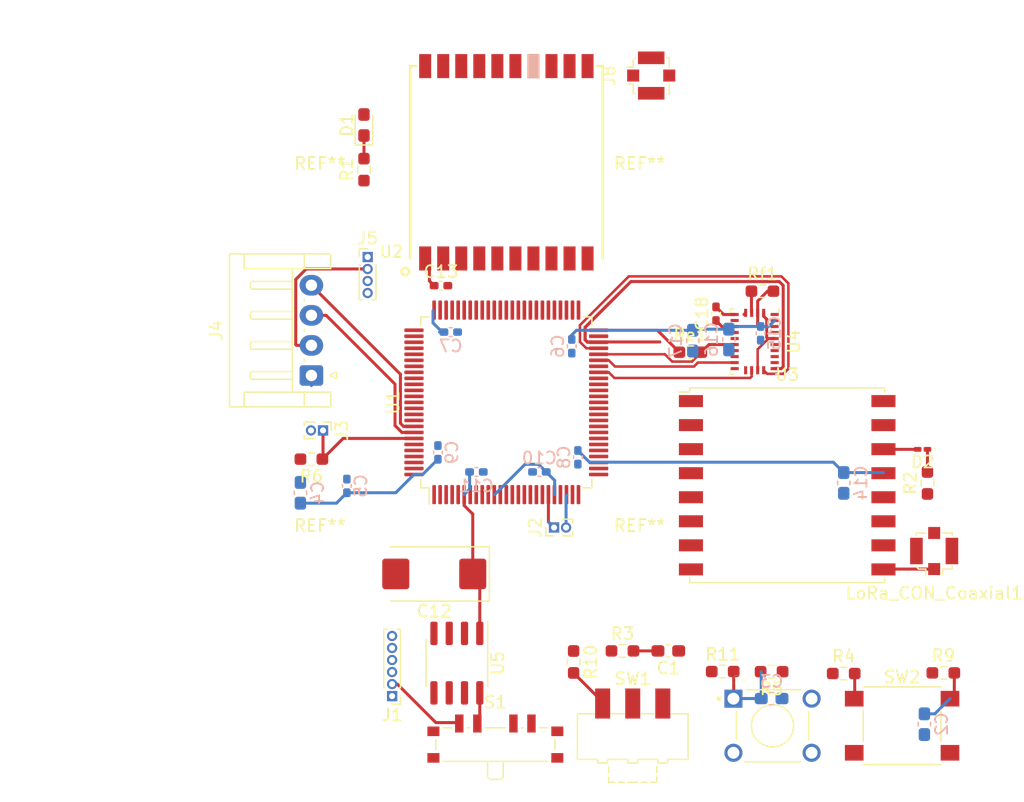
<source format=kicad_pcb>
(kicad_pcb (version 20171130) (host pcbnew "(5.1.7)-1")

  (general
    (thickness 1.6)
    (drawings 2)
    (tracks 173)
    (zones 0)
    (modules 51)
    (nets 132)
  )

  (page User 275.006 180.01)
  (title_block
    (title "Snow-WeAR Goggles PCB")
    (date 2020-10-11)
    (rev 2)
    (company "ECE 477 - Team 6")
  )

  (layers
    (0 F.Cu signal)
    (31 B.Cu signal)
    (32 B.Adhes user)
    (33 F.Adhes user)
    (34 B.Paste user)
    (35 F.Paste user)
    (36 B.SilkS user)
    (37 F.SilkS user)
    (38 B.Mask user)
    (39 F.Mask user)
    (40 Dwgs.User user)
    (41 Cmts.User user)
    (42 Eco1.User user)
    (43 Eco2.User user)
    (44 Edge.Cuts user)
    (45 Margin user)
    (46 B.CrtYd user)
    (47 F.CrtYd user)
    (48 B.Fab user)
    (49 F.Fab user)
  )

  (setup
    (last_trace_width 0.25)
    (user_trace_width 0.21)
    (trace_clearance 0.2)
    (zone_clearance 0.508)
    (zone_45_only no)
    (trace_min 0.2)
    (via_size 0.8)
    (via_drill 0.4)
    (via_min_size 0.4)
    (via_min_drill 0.3)
    (uvia_size 0.3)
    (uvia_drill 0.1)
    (uvias_allowed no)
    (uvia_min_size 0.2)
    (uvia_min_drill 0.1)
    (edge_width 0.1)
    (segment_width 0.2)
    (pcb_text_width 0.3)
    (pcb_text_size 1.5 1.5)
    (mod_edge_width 0.15)
    (mod_text_size 1 1)
    (mod_text_width 0.15)
    (pad_size 1.524 1.524)
    (pad_drill 0.762)
    (pad_to_mask_clearance 0)
    (aux_axis_origin 0 0)
    (visible_elements 7FFFFFFF)
    (pcbplotparams
      (layerselection 0x010fc_ffffffff)
      (usegerberextensions false)
      (usegerberattributes true)
      (usegerberadvancedattributes true)
      (creategerberjobfile true)
      (excludeedgelayer true)
      (linewidth 0.100000)
      (plotframeref false)
      (viasonmask false)
      (mode 1)
      (useauxorigin false)
      (hpglpennumber 1)
      (hpglpenspeed 20)
      (hpglpendiameter 15.000000)
      (psnegative false)
      (psa4output false)
      (plotreference true)
      (plotvalue true)
      (plotinvisibletext false)
      (padsonsilk false)
      (subtractmaskfromsilk false)
      (outputformat 1)
      (mirror false)
      (drillshape 1)
      (scaleselection 1)
      (outputdirectory ""))
  )

  (net 0 "")
  (net 1 GND)
  (net 2 "Net-(C1-Pad2)")
  (net 3 "Net-(C2-Pad2)")
  (net 4 "Net-(C3-Pad2)")
  (net 5 3V3)
  (net 6 "Net-(C18-Pad1)")
  (net 7 "Net-(D1-Pad1)")
  (net 8 "Net-(D2-Pad1)")
  (net 9 DIO0)
  (net 10 V_supply)
  (net 11 I2C3_SDA)
  (net 12 I2C3_SCL)
  (net 13 BB_GPOUT)
  (net 14 BB_CE)
  (net 15 SYSOFF)
  (net 16 BOOT0)
  (net 17 I2C1_SDA)
  (net 18 I2C1_SCL)
  (net 19 "Net-(J8-Pad1)")
  (net 20 "Net-(LoRa_CON_Coaxial1-Pad1)")
  (net 21 IMU_nRST)
  (net 22 "Net-(Rf1-Pad1)")
  (net 23 BB_Out)
  (net 24 session_btn)
  (net 25 radio_btn)
  (net 26 "Net-(U1-Pad3)")
  (net 27 "Net-(U1-Pad4)")
  (net 28 "Net-(U1-Pad5)")
  (net 29 "Net-(U1-Pad7)")
  (net 30 "Net-(U1-Pad8)")
  (net 31 "Net-(U1-Pad9)")
  (net 32 "Net-(U1-Pad12)")
  (net 33 "Net-(U1-Pad13)")
  (net 34 NRST)
  (net 35 "Net-(U1-Pad22)")
  (net 36 "Net-(U1-Pad24)")
  (net 37 "Net-(U1-Pad25)")
  (net 38 "Net-(U1-Pad26)")
  (net 39 "Net-(U1-Pad29)")
  (net 40 SPI1_SCK)
  (net 41 SPI1_MISO)
  (net 42 SPI1_MOSI)
  (net 43 LoRa_RST)
  (net 44 CS_LORA)
  (net 45 "Net-(U1-Pad35)")
  (net 46 "Net-(U1-Pad36)")
  (net 47 "Net-(U1-Pad37)")
  (net 48 "Net-(U1-Pad38)")
  (net 49 "Net-(U1-Pad39)")
  (net 50 "Net-(U1-Pad40)")
  (net 51 "Net-(U1-Pad41)")
  (net 52 "Net-(U1-Pad42)")
  (net 53 IMU_ADDR)
  (net 54 BL_IND)
  (net 55 IMU_INT)
  (net 56 I2C2_SCL)
  (net 57 I2C2_SDA)
  (net 58 "Net-(U1-Pad51)")
  (net 59 "Net-(U1-Pad52)")
  (net 60 "Net-(U1-Pad53)")
  (net 61 "Net-(U1-Pad54)")
  (net 62 "Net-(U1-Pad55)")
  (net 63 "Net-(U1-Pad56)")
  (net 64 "Net-(U1-Pad57)")
  (net 65 "Net-(U1-Pad58)")
  (net 66 "Net-(U1-Pad59)")
  (net 67 "Net-(U1-Pad60)")
  (net 68 "Net-(U1-Pad61)")
  (net 69 "Net-(U1-Pad62)")
  (net 70 "Net-(U1-Pad63)")
  (net 71 "Net-(U1-Pad64)")
  (net 72 "Net-(U1-Pad65)")
  (net 73 "Net-(U1-Pad66)")
  (net 74 "Net-(U1-Pad67)")
  (net 75 USART_TX)
  (net 76 USART_RX)
  (net 77 "Net-(U1-Pad70)")
  (net 78 "Net-(U1-Pad71)")
  (net 79 SWDIO)
  (net 80 "Net-(U1-Pad73)")
  (net 81 SWCLK)
  (net 82 "Net-(U1-Pad77)")
  (net 83 "Net-(U1-Pad78)")
  (net 84 "Net-(U1-Pad79)")
  (net 85 "Net-(U1-Pad80)")
  (net 86 "Net-(U1-Pad81)")
  (net 87 "Net-(U1-Pad82)")
  (net 88 "Net-(U1-Pad83)")
  (net 89 "Net-(U1-Pad84)")
  (net 90 "Net-(U1-Pad85)")
  (net 91 "Net-(U1-Pad86)")
  (net 92 "Net-(U1-Pad87)")
  (net 93 "Net-(U1-Pad88)")
  (net 94 "Net-(U1-Pad89)")
  (net 95 "Net-(U1-Pad90)")
  (net 96 "Net-(U1-Pad91)")
  (net 97 "Net-(U1-Pad95)")
  (net 98 "Net-(U1-Pad96)")
  (net 99 "Net-(U1-Pad97)")
  (net 100 "Net-(U1-Pad98)")
  (net 101 "Net-(U2-Pad2)")
  (net 102 "Net-(U2-Pad4)")
  (net 103 "Net-(U2-Pad5)")
  (net 104 "Net-(U2-Pad6)")
  (net 105 "Net-(U2-Pad7)")
  (net 106 N-00000104)
  (net 107 "Net-(U2-Pad13)")
  (net 108 "Net-(U2-Pad14)")
  (net 109 "Net-(U2-Pad15)")
  (net 110 "Net-(U2-Pad16)")
  (net 111 "Net-(U2-Pad17)")
  (net 112 "Net-(U2-Pad18)")
  (net 113 "Net-(U2-Pad20)")
  (net 114 "Net-(U3-Pad7)")
  (net 115 "Net-(U3-Pad11)")
  (net 116 "Net-(U3-Pad12)")
  (net 117 "Net-(U3-Pad15)")
  (net 118 "Net-(U3-Pad16)")
  (net 119 "Net-(U4-Pad1)")
  (net 120 "Net-(U4-Pad27)")
  (net 121 "Net-(U4-Pad26)")
  (net 122 "Net-(U4-Pad24)")
  (net 123 "Net-(U4-Pad23)")
  (net 124 "Net-(U4-Pad22)")
  (net 125 "Net-(U4-Pad21)")
  (net 126 "Net-(U4-Pad7)")
  (net 127 "Net-(U4-Pad8)")
  (net 128 "Net-(U4-Pad12)")
  (net 129 "Net-(U4-Pad13)")
  (net 130 "Net-(U5-Pad4)")
  (net 131 "Net-(U5-Pad5)")

  (net_class Default "This is the default net class."
    (clearance 0.2)
    (trace_width 0.25)
    (via_dia 0.8)
    (via_drill 0.4)
    (uvia_dia 0.3)
    (uvia_drill 0.1)
    (add_net 3V3)
    (add_net BB_CE)
    (add_net BB_GPOUT)
    (add_net BB_Out)
    (add_net BL_IND)
    (add_net BOOT0)
    (add_net CS_LORA)
    (add_net DIO0)
    (add_net GND)
    (add_net I2C1_SCL)
    (add_net I2C1_SDA)
    (add_net I2C2_SCL)
    (add_net I2C2_SDA)
    (add_net I2C3_SCL)
    (add_net I2C3_SDA)
    (add_net IMU_ADDR)
    (add_net IMU_INT)
    (add_net IMU_nRST)
    (add_net LoRa_RST)
    (add_net N-00000104)
    (add_net NRST)
    (add_net "Net-(C1-Pad2)")
    (add_net "Net-(C18-Pad1)")
    (add_net "Net-(C2-Pad2)")
    (add_net "Net-(C3-Pad2)")
    (add_net "Net-(D1-Pad1)")
    (add_net "Net-(D2-Pad1)")
    (add_net "Net-(J8-Pad1)")
    (add_net "Net-(LoRa_CON_Coaxial1-Pad1)")
    (add_net "Net-(Rf1-Pad1)")
    (add_net "Net-(U1-Pad12)")
    (add_net "Net-(U1-Pad13)")
    (add_net "Net-(U1-Pad22)")
    (add_net "Net-(U1-Pad24)")
    (add_net "Net-(U1-Pad25)")
    (add_net "Net-(U1-Pad26)")
    (add_net "Net-(U1-Pad29)")
    (add_net "Net-(U1-Pad3)")
    (add_net "Net-(U1-Pad35)")
    (add_net "Net-(U1-Pad36)")
    (add_net "Net-(U1-Pad37)")
    (add_net "Net-(U1-Pad38)")
    (add_net "Net-(U1-Pad39)")
    (add_net "Net-(U1-Pad4)")
    (add_net "Net-(U1-Pad40)")
    (add_net "Net-(U1-Pad41)")
    (add_net "Net-(U1-Pad42)")
    (add_net "Net-(U1-Pad5)")
    (add_net "Net-(U1-Pad51)")
    (add_net "Net-(U1-Pad52)")
    (add_net "Net-(U1-Pad53)")
    (add_net "Net-(U1-Pad54)")
    (add_net "Net-(U1-Pad55)")
    (add_net "Net-(U1-Pad56)")
    (add_net "Net-(U1-Pad57)")
    (add_net "Net-(U1-Pad58)")
    (add_net "Net-(U1-Pad59)")
    (add_net "Net-(U1-Pad60)")
    (add_net "Net-(U1-Pad61)")
    (add_net "Net-(U1-Pad62)")
    (add_net "Net-(U1-Pad63)")
    (add_net "Net-(U1-Pad64)")
    (add_net "Net-(U1-Pad65)")
    (add_net "Net-(U1-Pad66)")
    (add_net "Net-(U1-Pad67)")
    (add_net "Net-(U1-Pad7)")
    (add_net "Net-(U1-Pad70)")
    (add_net "Net-(U1-Pad71)")
    (add_net "Net-(U1-Pad73)")
    (add_net "Net-(U1-Pad77)")
    (add_net "Net-(U1-Pad78)")
    (add_net "Net-(U1-Pad79)")
    (add_net "Net-(U1-Pad8)")
    (add_net "Net-(U1-Pad80)")
    (add_net "Net-(U1-Pad81)")
    (add_net "Net-(U1-Pad82)")
    (add_net "Net-(U1-Pad83)")
    (add_net "Net-(U1-Pad84)")
    (add_net "Net-(U1-Pad85)")
    (add_net "Net-(U1-Pad86)")
    (add_net "Net-(U1-Pad87)")
    (add_net "Net-(U1-Pad88)")
    (add_net "Net-(U1-Pad89)")
    (add_net "Net-(U1-Pad9)")
    (add_net "Net-(U1-Pad90)")
    (add_net "Net-(U1-Pad91)")
    (add_net "Net-(U1-Pad95)")
    (add_net "Net-(U1-Pad96)")
    (add_net "Net-(U1-Pad97)")
    (add_net "Net-(U1-Pad98)")
    (add_net "Net-(U2-Pad13)")
    (add_net "Net-(U2-Pad14)")
    (add_net "Net-(U2-Pad15)")
    (add_net "Net-(U2-Pad16)")
    (add_net "Net-(U2-Pad17)")
    (add_net "Net-(U2-Pad18)")
    (add_net "Net-(U2-Pad2)")
    (add_net "Net-(U2-Pad20)")
    (add_net "Net-(U2-Pad4)")
    (add_net "Net-(U2-Pad5)")
    (add_net "Net-(U2-Pad6)")
    (add_net "Net-(U2-Pad7)")
    (add_net "Net-(U3-Pad11)")
    (add_net "Net-(U3-Pad12)")
    (add_net "Net-(U3-Pad15)")
    (add_net "Net-(U3-Pad16)")
    (add_net "Net-(U3-Pad7)")
    (add_net "Net-(U4-Pad1)")
    (add_net "Net-(U4-Pad12)")
    (add_net "Net-(U4-Pad13)")
    (add_net "Net-(U4-Pad21)")
    (add_net "Net-(U4-Pad22)")
    (add_net "Net-(U4-Pad23)")
    (add_net "Net-(U4-Pad24)")
    (add_net "Net-(U4-Pad26)")
    (add_net "Net-(U4-Pad27)")
    (add_net "Net-(U4-Pad7)")
    (add_net "Net-(U4-Pad8)")
    (add_net "Net-(U5-Pad4)")
    (add_net "Net-(U5-Pad5)")
    (add_net SPI1_MISO)
    (add_net SPI1_MOSI)
    (add_net SPI1_SCK)
    (add_net SWCLK)
    (add_net SWDIO)
    (add_net SYSOFF)
    (add_net USART_RX)
    (add_net USART_TX)
    (add_net V_supply)
    (add_net radio_btn)
    (add_net session_btn)
  )

  (module Connector_JST:JST_EH_S4B-EH_1x04_P2.50mm_Horizontal (layer F.Cu) (tedit 5C281425) (tstamp 5F844A81)
    (at 115.8748 82.0928 90)
    (descr "JST EH series connector, S4B-EH (http://www.jst-mfg.com/product/pdf/eng/eEH.pdf), generated with kicad-footprint-generator")
    (tags "connector JST EH horizontal")
    (path /5F9E6C04)
    (fp_text reference J4 (at 3.75 -7.9 90) (layer F.SilkS)
      (effects (font (size 1 1) (thickness 0.15)))
    )
    (fp_text value "OLED Qwiic" (at 3.75 2.7 90) (layer F.Fab)
      (effects (font (size 1 1) (thickness 0.15)))
    )
    (fp_line (start 0 -1.407107) (end 0.5 -0.7) (layer F.Fab) (width 0.1))
    (fp_line (start -0.5 -0.7) (end 0 -1.407107) (layer F.Fab) (width 0.1))
    (fp_line (start 0.3 2.1) (end 0 1.5) (layer F.SilkS) (width 0.12))
    (fp_line (start -0.3 2.1) (end 0.3 2.1) (layer F.SilkS) (width 0.12))
    (fp_line (start 0 1.5) (end -0.3 2.1) (layer F.SilkS) (width 0.12))
    (fp_line (start 7.82 -1.59) (end 7.5 -1.59) (layer F.SilkS) (width 0.12))
    (fp_line (start 7.82 -5.01) (end 7.82 -1.59) (layer F.SilkS) (width 0.12))
    (fp_line (start 7.5 -5.09) (end 7.82 -5.01) (layer F.SilkS) (width 0.12))
    (fp_line (start 7.18 -5.01) (end 7.5 -5.09) (layer F.SilkS) (width 0.12))
    (fp_line (start 7.18 -1.59) (end 7.18 -5.01) (layer F.SilkS) (width 0.12))
    (fp_line (start 7.5 -1.59) (end 7.18 -1.59) (layer F.SilkS) (width 0.12))
    (fp_line (start 6.17 -0.59) (end 6.33 -0.59) (layer F.SilkS) (width 0.12))
    (fp_line (start 5.32 -1.59) (end 5 -1.59) (layer F.SilkS) (width 0.12))
    (fp_line (start 5.32 -5.01) (end 5.32 -1.59) (layer F.SilkS) (width 0.12))
    (fp_line (start 5 -5.09) (end 5.32 -5.01) (layer F.SilkS) (width 0.12))
    (fp_line (start 4.68 -5.01) (end 5 -5.09) (layer F.SilkS) (width 0.12))
    (fp_line (start 4.68 -1.59) (end 4.68 -5.01) (layer F.SilkS) (width 0.12))
    (fp_line (start 5 -1.59) (end 4.68 -1.59) (layer F.SilkS) (width 0.12))
    (fp_line (start 3.67 -0.59) (end 3.83 -0.59) (layer F.SilkS) (width 0.12))
    (fp_line (start 2.82 -1.59) (end 2.5 -1.59) (layer F.SilkS) (width 0.12))
    (fp_line (start 2.82 -5.01) (end 2.82 -1.59) (layer F.SilkS) (width 0.12))
    (fp_line (start 2.5 -5.09) (end 2.82 -5.01) (layer F.SilkS) (width 0.12))
    (fp_line (start 2.18 -5.01) (end 2.5 -5.09) (layer F.SilkS) (width 0.12))
    (fp_line (start 2.18 -1.59) (end 2.18 -5.01) (layer F.SilkS) (width 0.12))
    (fp_line (start 2.5 -1.59) (end 2.18 -1.59) (layer F.SilkS) (width 0.12))
    (fp_line (start 1.17 -0.59) (end 1.33 -0.59) (layer F.SilkS) (width 0.12))
    (fp_line (start 0.32 -1.59) (end 0 -1.59) (layer F.SilkS) (width 0.12))
    (fp_line (start 0.32 -5.01) (end 0.32 -1.59) (layer F.SilkS) (width 0.12))
    (fp_line (start 0 -5.09) (end 0.32 -5.01) (layer F.SilkS) (width 0.12))
    (fp_line (start -0.32 -5.01) (end 0 -5.09) (layer F.SilkS) (width 0.12))
    (fp_line (start -0.32 -1.59) (end -0.32 -5.01) (layer F.SilkS) (width 0.12))
    (fp_line (start 0 -1.59) (end -0.32 -1.59) (layer F.SilkS) (width 0.12))
    (fp_line (start -1.39 -1.59) (end 8.89 -1.59) (layer F.SilkS) (width 0.12))
    (fp_line (start 8.89 -0.59) (end 10.11 -0.59) (layer F.SilkS) (width 0.12))
    (fp_line (start 8.89 -5.59) (end 8.89 -0.59) (layer F.SilkS) (width 0.12))
    (fp_line (start 10.11 -5.59) (end 8.89 -5.59) (layer F.SilkS) (width 0.12))
    (fp_line (start -1.39 -0.59) (end -2.61 -0.59) (layer F.SilkS) (width 0.12))
    (fp_line (start -1.39 -5.59) (end -1.39 -0.59) (layer F.SilkS) (width 0.12))
    (fp_line (start -2.61 -5.59) (end -1.39 -5.59) (layer F.SilkS) (width 0.12))
    (fp_line (start 8.89 1.61) (end 8.89 -0.59) (layer F.SilkS) (width 0.12))
    (fp_line (start 10.11 1.61) (end 8.89 1.61) (layer F.SilkS) (width 0.12))
    (fp_line (start 10.11 -6.81) (end 10.11 1.61) (layer F.SilkS) (width 0.12))
    (fp_line (start -2.61 -6.81) (end 10.11 -6.81) (layer F.SilkS) (width 0.12))
    (fp_line (start -2.61 1.61) (end -2.61 -6.81) (layer F.SilkS) (width 0.12))
    (fp_line (start -1.39 1.61) (end -2.61 1.61) (layer F.SilkS) (width 0.12))
    (fp_line (start -1.39 -0.59) (end -1.39 1.61) (layer F.SilkS) (width 0.12))
    (fp_line (start 10.5 -7.2) (end -3 -7.2) (layer F.CrtYd) (width 0.05))
    (fp_line (start 10.5 2) (end 10.5 -7.2) (layer F.CrtYd) (width 0.05))
    (fp_line (start -3 2) (end 10.5 2) (layer F.CrtYd) (width 0.05))
    (fp_line (start -3 -7.2) (end -3 2) (layer F.CrtYd) (width 0.05))
    (fp_line (start 9 -0.7) (end -1.5 -0.7) (layer F.Fab) (width 0.1))
    (fp_line (start 9 1.5) (end 9 -0.7) (layer F.Fab) (width 0.1))
    (fp_line (start 10 1.5) (end 9 1.5) (layer F.Fab) (width 0.1))
    (fp_line (start 10 -6.7) (end 10 1.5) (layer F.Fab) (width 0.1))
    (fp_line (start -2.5 -6.7) (end 10 -6.7) (layer F.Fab) (width 0.1))
    (fp_line (start -2.5 1.5) (end -2.5 -6.7) (layer F.Fab) (width 0.1))
    (fp_line (start -1.5 1.5) (end -2.5 1.5) (layer F.Fab) (width 0.1))
    (fp_line (start -1.5 -0.7) (end -1.5 1.5) (layer F.Fab) (width 0.1))
    (fp_text user %R (at 3.75 -2.6 90) (layer F.Fab)
      (effects (font (size 1 1) (thickness 0.15)))
    )
    (pad 1 thru_hole roundrect (at 0 0 90) (size 1.7 1.95) (drill 0.95) (layers *.Cu *.Mask) (roundrect_rratio 0.147059)
      (net 1 GND))
    (pad 2 thru_hole oval (at 2.5 0 90) (size 1.7 1.95) (drill 0.95) (layers *.Cu *.Mask)
      (net 5 3V3))
    (pad 3 thru_hole oval (at 5 0 90) (size 1.7 1.95) (drill 0.95) (layers *.Cu *.Mask)
      (net 17 I2C1_SDA))
    (pad 4 thru_hole oval (at 7.5 0 90) (size 1.7 1.95) (drill 0.95) (layers *.Cu *.Mask)
      (net 18 I2C1_SCL))
    (model ${KISYS3DMOD}/Connector_JST.3dshapes/JST_EH_S4B-EH_1x04_P2.50mm_Horizontal.wrl
      (at (xyz 0 0 0))
      (scale (xyz 1 1 1))
      (rotate (xyz 0 0 0))
    )
  )

  (module Package_SO:SOIC-8_3.9x4.9mm_P1.27mm (layer F.Cu) (tedit 5D9F72B1) (tstamp 5F844D75)
    (at 127.9652 106.0196 270)
    (descr "SOIC, 8 Pin (JEDEC MS-012AA, https://www.analog.com/media/en/package-pcb-resources/package/pkg_pdf/soic_narrow-r/r_8.pdf), generated with kicad-footprint-generator ipc_gullwing_generator.py")
    (tags "SOIC SO")
    (path /5F841A02)
    (attr smd)
    (fp_text reference U5 (at 0 -3.4 90) (layer F.SilkS)
      (effects (font (size 1 1) (thickness 0.15)))
    )
    (fp_text value LT1129-3.3_SO8 (at 0 3.4 90) (layer F.Fab)
      (effects (font (size 1 1) (thickness 0.15)))
    )
    (fp_line (start 3.7 -2.7) (end -3.7 -2.7) (layer F.CrtYd) (width 0.05))
    (fp_line (start 3.7 2.7) (end 3.7 -2.7) (layer F.CrtYd) (width 0.05))
    (fp_line (start -3.7 2.7) (end 3.7 2.7) (layer F.CrtYd) (width 0.05))
    (fp_line (start -3.7 -2.7) (end -3.7 2.7) (layer F.CrtYd) (width 0.05))
    (fp_line (start -1.95 -1.475) (end -0.975 -2.45) (layer F.Fab) (width 0.1))
    (fp_line (start -1.95 2.45) (end -1.95 -1.475) (layer F.Fab) (width 0.1))
    (fp_line (start 1.95 2.45) (end -1.95 2.45) (layer F.Fab) (width 0.1))
    (fp_line (start 1.95 -2.45) (end 1.95 2.45) (layer F.Fab) (width 0.1))
    (fp_line (start -0.975 -2.45) (end 1.95 -2.45) (layer F.Fab) (width 0.1))
    (fp_line (start 0 -2.56) (end -3.45 -2.56) (layer F.SilkS) (width 0.12))
    (fp_line (start 0 -2.56) (end 1.95 -2.56) (layer F.SilkS) (width 0.12))
    (fp_line (start 0 2.56) (end -1.95 2.56) (layer F.SilkS) (width 0.12))
    (fp_line (start 0 2.56) (end 1.95 2.56) (layer F.SilkS) (width 0.12))
    (fp_text user %R (at 0 0 90) (layer F.Fab)
      (effects (font (size 0.98 0.98) (thickness 0.15)))
    )
    (pad 1 smd roundrect (at -2.475 -1.905 270) (size 1.95 0.6) (layers F.Cu F.Paste F.Mask) (roundrect_rratio 0.25)
      (net 5 3V3))
    (pad 2 smd roundrect (at -2.475 -0.635 270) (size 1.95 0.6) (layers F.Cu F.Paste F.Mask) (roundrect_rratio 0.25)
      (net 5 3V3))
    (pad 3 smd roundrect (at -2.475 0.635 270) (size 1.95 0.6) (layers F.Cu F.Paste F.Mask) (roundrect_rratio 0.25)
      (net 1 GND))
    (pad 4 smd roundrect (at -2.475 1.905 270) (size 1.95 0.6) (layers F.Cu F.Paste F.Mask) (roundrect_rratio 0.25)
      (net 130 "Net-(U5-Pad4)"))
    (pad 5 smd roundrect (at 2.475 1.905 270) (size 1.95 0.6) (layers F.Cu F.Paste F.Mask) (roundrect_rratio 0.25)
      (net 131 "Net-(U5-Pad5)"))
    (pad 6 smd roundrect (at 2.475 0.635 270) (size 1.95 0.6) (layers F.Cu F.Paste F.Mask) (roundrect_rratio 0.25)
      (net 1 GND))
    (pad 7 smd roundrect (at 2.475 -0.635 270) (size 1.95 0.6) (layers F.Cu F.Paste F.Mask) (roundrect_rratio 0.25)
      (net 1 GND))
    (pad 8 smd roundrect (at 2.475 -1.905 270) (size 1.95 0.6) (layers F.Cu F.Paste F.Mask) (roundrect_rratio 0.25)
      (net 23 BB_Out))
    (model ${KISYS3DMOD}/Package_SO.3dshapes/SOIC-8_3.9x4.9mm_P1.27mm.wrl
      (at (xyz 0 0 0))
      (scale (xyz 1 1 1))
      (rotate (xyz 0 0 0))
    )
  )

  (module MountingHole:MountingHole_2.1mm locked (layer F.Cu) (tedit 5B924765) (tstamp 5F84E5E2)
    (at 143.1544 97.79)
    (descr "Mounting Hole 2.1mm, no annular")
    (tags "mounting hole 2.1mm no annular")
    (attr virtual)
    (fp_text reference REF** (at 0 -3.2) (layer F.SilkS)
      (effects (font (size 1 1) (thickness 0.15)))
    )
    (fp_text value MountingHole_2.1mm (at -0.2032 -15.9512) (layer F.Fab)
      (effects (font (size 1 1) (thickness 0.15)))
    )
    (fp_circle (center 0 0) (end 2.35 0) (layer F.CrtYd) (width 0.05))
    (fp_circle (center 0 0) (end 2.1 0) (layer Cmts.User) (width 0.15))
    (fp_text user %R (at 0.3 0) (layer F.Fab)
      (effects (font (size 1 1) (thickness 0.15)))
    )
    (pad "" np_thru_hole circle (at 0 0) (size 2.1 2.1) (drill 2.1) (layers *.Cu *.Mask))
  )

  (module MountingHole:MountingHole_2.1mm locked (layer F.Cu) (tedit 5B924765) (tstamp 5F84E555)
    (at 116.586 97.79)
    (descr "Mounting Hole 2.1mm, no annular")
    (tags "mounting hole 2.1mm no annular")
    (attr virtual)
    (fp_text reference REF** (at 0 -3.2) (layer F.SilkS)
      (effects (font (size 1 1) (thickness 0.15)))
    )
    (fp_text value MountingHole_2.1mm (at -18.542 0.508) (layer F.Fab)
      (effects (font (size 1 1) (thickness 0.15)))
    )
    (fp_circle (center 0 0) (end 2.35 0) (layer F.CrtYd) (width 0.05))
    (fp_circle (center 0 0) (end 2.1 0) (layer Cmts.User) (width 0.15))
    (fp_text user %R (at 0 0) (layer F.Fab)
      (effects (font (size 1 1) (thickness 0.15)))
    )
    (pad "" np_thru_hole circle (at 0 0) (size 2.1 2.1) (drill 2.1) (layers *.Cu *.Mask))
  )

  (module MountingHole:MountingHole_2.1mm locked (layer F.Cu) (tedit 5B924765) (tstamp 5F8543D9)
    (at 143.1544 67.6656)
    (descr "Mounting Hole 2.1mm, no annular")
    (tags "mounting hole 2.1mm no annular")
    (attr virtual)
    (fp_text reference REF** (at 0 -3.2) (layer F.SilkS)
      (effects (font (size 1 1) (thickness 0.15)))
    )
    (fp_text value MountingHole_2.1mm (at -0.2032 -15.9512) (layer F.Fab)
      (effects (font (size 1 1) (thickness 0.15)))
    )
    (fp_circle (center 0 0) (end 2.1 0) (layer Cmts.User) (width 0.15))
    (fp_circle (center 0 0) (end 2.35 0) (layer F.CrtYd) (width 0.05))
    (fp_text user %R (at 0.3 0) (layer F.Fab)
      (effects (font (size 1 1) (thickness 0.15)))
    )
    (pad "" np_thru_hole circle (at 0 0) (size 2.1 2.1) (drill 2.1) (layers *.Cu *.Mask))
  )

  (module MountingHole:MountingHole_2.1mm locked (layer F.Cu) (tedit 5B924765) (tstamp 5F8543EE)
    (at 116.586 67.6656)
    (descr "Mounting Hole 2.1mm, no annular")
    (tags "mounting hole 2.1mm no annular")
    (attr virtual)
    (fp_text reference REF** (at 0 -3.2) (layer F.SilkS)
      (effects (font (size 1 1) (thickness 0.15)))
    )
    (fp_text value MountingHole_2.1mm (at 0.4572 -15.6972) (layer F.Fab)
      (effects (font (size 1 1) (thickness 0.15)))
    )
    (fp_circle (center 0 0) (end 2.1 0) (layer Cmts.User) (width 0.15))
    (fp_circle (center 0 0) (end 2.35 0) (layer F.CrtYd) (width 0.05))
    (fp_text user %R (at 0.3 0) (layer F.Fab)
      (effects (font (size 1 1) (thickness 0.15)))
    )
    (pad "" np_thru_hole circle (at 0 0) (size 2.1 2.1) (drill 2.1) (layers *.Cu *.Mask))
  )

  (module Capacitor_SMD:C_0603_1608Metric_Pad1.08x0.95mm_HandSolder (layer F.Cu) (tedit 5F68FEEF) (tstamp 5F8448A8)
    (at 145.542 105.0036 180)
    (descr "Capacitor SMD 0603 (1608 Metric), square (rectangular) end terminal, IPC_7351 nominal with elongated pad for handsoldering. (Body size source: IPC-SM-782 page 76, https://www.pcb-3d.com/wordpress/wp-content/uploads/ipc-sm-782a_amendment_1_and_2.pdf), generated with kicad-footprint-generator")
    (tags "capacitor handsolder")
    (path /5F921D9D)
    (attr smd)
    (fp_text reference C1 (at 0 -1.43) (layer F.SilkS)
      (effects (font (size 1 1) (thickness 0.15)))
    )
    (fp_text value 1uF (at 0 1.43) (layer F.Fab)
      (effects (font (size 1 1) (thickness 0.15)))
    )
    (fp_line (start 1.65 0.73) (end -1.65 0.73) (layer F.CrtYd) (width 0.05))
    (fp_line (start 1.65 -0.73) (end 1.65 0.73) (layer F.CrtYd) (width 0.05))
    (fp_line (start -1.65 -0.73) (end 1.65 -0.73) (layer F.CrtYd) (width 0.05))
    (fp_line (start -1.65 0.73) (end -1.65 -0.73) (layer F.CrtYd) (width 0.05))
    (fp_line (start -0.146267 0.51) (end 0.146267 0.51) (layer F.SilkS) (width 0.12))
    (fp_line (start -0.146267 -0.51) (end 0.146267 -0.51) (layer F.SilkS) (width 0.12))
    (fp_line (start 0.8 0.4) (end -0.8 0.4) (layer F.Fab) (width 0.1))
    (fp_line (start 0.8 -0.4) (end 0.8 0.4) (layer F.Fab) (width 0.1))
    (fp_line (start -0.8 -0.4) (end 0.8 -0.4) (layer F.Fab) (width 0.1))
    (fp_line (start -0.8 0.4) (end -0.8 -0.4) (layer F.Fab) (width 0.1))
    (fp_text user %R (at 0 0) (layer F.Fab)
      (effects (font (size 0.4 0.4) (thickness 0.06)))
    )
    (pad 1 smd roundrect (at -0.8625 0 180) (size 1.075 0.95) (layers F.Cu F.Paste F.Mask) (roundrect_rratio 0.25)
      (net 1 GND))
    (pad 2 smd roundrect (at 0.8625 0 180) (size 1.075 0.95) (layers F.Cu F.Paste F.Mask) (roundrect_rratio 0.25)
      (net 2 "Net-(C1-Pad2)"))
    (model ${KISYS3DMOD}/Capacitor_SMD.3dshapes/C_0603_1608Metric.wrl
      (at (xyz 0 0 0))
      (scale (xyz 1 1 1))
      (rotate (xyz 0 0 0))
    )
  )

  (module Capacitor_SMD:C_0603_1608Metric_Pad1.08x0.95mm_HandSolder (layer B.Cu) (tedit 5F68FEEF) (tstamp 5F84A2B7)
    (at 166.8272 111.0996 90)
    (descr "Capacitor SMD 0603 (1608 Metric), square (rectangular) end terminal, IPC_7351 nominal with elongated pad for handsoldering. (Body size source: IPC-SM-782 page 76, https://www.pcb-3d.com/wordpress/wp-content/uploads/ipc-sm-782a_amendment_1_and_2.pdf), generated with kicad-footprint-generator")
    (tags "capacitor handsolder")
    (path /5F9411A7)
    (attr smd)
    (fp_text reference C2 (at 0 1.43 270) (layer B.SilkS)
      (effects (font (size 1 1) (thickness 0.15)) (justify mirror))
    )
    (fp_text value 1uF (at 0 -1.43 270) (layer B.Fab)
      (effects (font (size 1 1) (thickness 0.15)) (justify mirror))
    )
    (fp_line (start -0.8 -0.4) (end -0.8 0.4) (layer B.Fab) (width 0.1))
    (fp_line (start -0.8 0.4) (end 0.8 0.4) (layer B.Fab) (width 0.1))
    (fp_line (start 0.8 0.4) (end 0.8 -0.4) (layer B.Fab) (width 0.1))
    (fp_line (start 0.8 -0.4) (end -0.8 -0.4) (layer B.Fab) (width 0.1))
    (fp_line (start -0.146267 0.51) (end 0.146267 0.51) (layer B.SilkS) (width 0.12))
    (fp_line (start -0.146267 -0.51) (end 0.146267 -0.51) (layer B.SilkS) (width 0.12))
    (fp_line (start -1.65 -0.73) (end -1.65 0.73) (layer B.CrtYd) (width 0.05))
    (fp_line (start -1.65 0.73) (end 1.65 0.73) (layer B.CrtYd) (width 0.05))
    (fp_line (start 1.65 0.73) (end 1.65 -0.73) (layer B.CrtYd) (width 0.05))
    (fp_line (start 1.65 -0.73) (end -1.65 -0.73) (layer B.CrtYd) (width 0.05))
    (fp_text user %R (at 0 0 270) (layer B.Fab)
      (effects (font (size 0.4 0.4) (thickness 0.06)) (justify mirror))
    )
    (pad 2 smd roundrect (at 0.8625 0 90) (size 1.075 0.95) (layers B.Cu B.Paste B.Mask) (roundrect_rratio 0.25)
      (net 3 "Net-(C2-Pad2)"))
    (pad 1 smd roundrect (at -0.8625 0 90) (size 1.075 0.95) (layers B.Cu B.Paste B.Mask) (roundrect_rratio 0.25)
      (net 1 GND))
    (model ${KISYS3DMOD}/Capacitor_SMD.3dshapes/C_0603_1608Metric.wrl
      (at (xyz 0 0 0))
      (scale (xyz 1 1 1))
      (rotate (xyz 0 0 0))
    )
  )

  (module Capacitor_SMD:C_0603_1608Metric_Pad1.08x0.95mm_HandSolder (layer B.Cu) (tedit 5F68FEEF) (tstamp 5F8448CA)
    (at 154.1272 108.966 180)
    (descr "Capacitor SMD 0603 (1608 Metric), square (rectangular) end terminal, IPC_7351 nominal with elongated pad for handsoldering. (Body size source: IPC-SM-782 page 76, https://www.pcb-3d.com/wordpress/wp-content/uploads/ipc-sm-782a_amendment_1_and_2.pdf), generated with kicad-footprint-generator")
    (tags "capacitor handsolder")
    (path /5F83D977)
    (attr smd)
    (fp_text reference C3 (at 0 1.43) (layer B.SilkS)
      (effects (font (size 1 1) (thickness 0.15)) (justify mirror))
    )
    (fp_text value 1uF (at 0 -1.43) (layer B.Fab)
      (effects (font (size 1 1) (thickness 0.15)) (justify mirror))
    )
    (fp_line (start -0.8 -0.4) (end -0.8 0.4) (layer B.Fab) (width 0.1))
    (fp_line (start -0.8 0.4) (end 0.8 0.4) (layer B.Fab) (width 0.1))
    (fp_line (start 0.8 0.4) (end 0.8 -0.4) (layer B.Fab) (width 0.1))
    (fp_line (start 0.8 -0.4) (end -0.8 -0.4) (layer B.Fab) (width 0.1))
    (fp_line (start -0.146267 0.51) (end 0.146267 0.51) (layer B.SilkS) (width 0.12))
    (fp_line (start -0.146267 -0.51) (end 0.146267 -0.51) (layer B.SilkS) (width 0.12))
    (fp_line (start -1.65 -0.73) (end -1.65 0.73) (layer B.CrtYd) (width 0.05))
    (fp_line (start -1.65 0.73) (end 1.65 0.73) (layer B.CrtYd) (width 0.05))
    (fp_line (start 1.65 0.73) (end 1.65 -0.73) (layer B.CrtYd) (width 0.05))
    (fp_line (start 1.65 -0.73) (end -1.65 -0.73) (layer B.CrtYd) (width 0.05))
    (fp_text user %R (at 0 0) (layer B.Fab)
      (effects (font (size 0.4 0.4) (thickness 0.06)) (justify mirror))
    )
    (pad 2 smd roundrect (at 0.8625 0 180) (size 1.075 0.95) (layers B.Cu B.Paste B.Mask) (roundrect_rratio 0.25)
      (net 4 "Net-(C3-Pad2)"))
    (pad 1 smd roundrect (at -0.8625 0 180) (size 1.075 0.95) (layers B.Cu B.Paste B.Mask) (roundrect_rratio 0.25)
      (net 1 GND))
    (model ${KISYS3DMOD}/Capacitor_SMD.3dshapes/C_0603_1608Metric.wrl
      (at (xyz 0 0 0))
      (scale (xyz 1 1 1))
      (rotate (xyz 0 0 0))
    )
  )

  (module Capacitor_SMD:C_0603_1608Metric_Pad1.08x0.95mm_HandSolder (layer B.Cu) (tedit 5F68FEEF) (tstamp 5F8448DB)
    (at 114.9604 91.852 90)
    (descr "Capacitor SMD 0603 (1608 Metric), square (rectangular) end terminal, IPC_7351 nominal with elongated pad for handsoldering. (Body size source: IPC-SM-782 page 76, https://www.pcb-3d.com/wordpress/wp-content/uploads/ipc-sm-782a_amendment_1_and_2.pdf), generated with kicad-footprint-generator")
    (tags "capacitor handsolder")
    (path /5F8951ED)
    (attr smd)
    (fp_text reference C4 (at 0 1.43 -90) (layer B.SilkS)
      (effects (font (size 1 1) (thickness 0.15)) (justify mirror))
    )
    (fp_text value 1uF (at 0 -1.43 -90) (layer B.Fab)
      (effects (font (size 1 1) (thickness 0.15)) (justify mirror))
    )
    (fp_line (start 1.65 -0.73) (end -1.65 -0.73) (layer B.CrtYd) (width 0.05))
    (fp_line (start 1.65 0.73) (end 1.65 -0.73) (layer B.CrtYd) (width 0.05))
    (fp_line (start -1.65 0.73) (end 1.65 0.73) (layer B.CrtYd) (width 0.05))
    (fp_line (start -1.65 -0.73) (end -1.65 0.73) (layer B.CrtYd) (width 0.05))
    (fp_line (start -0.146267 -0.51) (end 0.146267 -0.51) (layer B.SilkS) (width 0.12))
    (fp_line (start -0.146267 0.51) (end 0.146267 0.51) (layer B.SilkS) (width 0.12))
    (fp_line (start 0.8 -0.4) (end -0.8 -0.4) (layer B.Fab) (width 0.1))
    (fp_line (start 0.8 0.4) (end 0.8 -0.4) (layer B.Fab) (width 0.1))
    (fp_line (start -0.8 0.4) (end 0.8 0.4) (layer B.Fab) (width 0.1))
    (fp_line (start -0.8 -0.4) (end -0.8 0.4) (layer B.Fab) (width 0.1))
    (fp_text user %R (at 0 0 -90) (layer B.Fab)
      (effects (font (size 0.4 0.4) (thickness 0.06)) (justify mirror))
    )
    (pad 1 smd roundrect (at -0.8625 0 90) (size 1.075 0.95) (layers B.Cu B.Paste B.Mask) (roundrect_rratio 0.25)
      (net 5 3V3))
    (pad 2 smd roundrect (at 0.8625 0 90) (size 1.075 0.95) (layers B.Cu B.Paste B.Mask) (roundrect_rratio 0.25)
      (net 1 GND))
    (model ${KISYS3DMOD}/Capacitor_SMD.3dshapes/C_0603_1608Metric.wrl
      (at (xyz 0 0 0))
      (scale (xyz 1 1 1))
      (rotate (xyz 0 0 0))
    )
  )

  (module Capacitor_SMD:C_0402_1005Metric_Pad0.74x0.62mm_HandSolder (layer B.Cu) (tedit 5F6BB22C) (tstamp 5F8448EC)
    (at 118.8212 91.282 90)
    (descr "Capacitor SMD 0402 (1005 Metric), square (rectangular) end terminal, IPC_7351 nominal with elongated pad for handsoldering. (Body size source: IPC-SM-782 page 76, https://www.pcb-3d.com/wordpress/wp-content/uploads/ipc-sm-782a_amendment_1_and_2.pdf), generated with kicad-footprint-generator")
    (tags "capacitor handsolder")
    (path /5F8951F4)
    (attr smd)
    (fp_text reference C5 (at 0 1.16 -90) (layer B.SilkS)
      (effects (font (size 1 1) (thickness 0.15)) (justify mirror))
    )
    (fp_text value 0.1uF (at 0 -1.16 -90) (layer B.Fab)
      (effects (font (size 1 1) (thickness 0.15)) (justify mirror))
    )
    (fp_line (start -0.5 -0.25) (end -0.5 0.25) (layer B.Fab) (width 0.1))
    (fp_line (start -0.5 0.25) (end 0.5 0.25) (layer B.Fab) (width 0.1))
    (fp_line (start 0.5 0.25) (end 0.5 -0.25) (layer B.Fab) (width 0.1))
    (fp_line (start 0.5 -0.25) (end -0.5 -0.25) (layer B.Fab) (width 0.1))
    (fp_line (start -0.115835 0.36) (end 0.115835 0.36) (layer B.SilkS) (width 0.12))
    (fp_line (start -0.115835 -0.36) (end 0.115835 -0.36) (layer B.SilkS) (width 0.12))
    (fp_line (start -1.08 -0.46) (end -1.08 0.46) (layer B.CrtYd) (width 0.05))
    (fp_line (start -1.08 0.46) (end 1.08 0.46) (layer B.CrtYd) (width 0.05))
    (fp_line (start 1.08 0.46) (end 1.08 -0.46) (layer B.CrtYd) (width 0.05))
    (fp_line (start 1.08 -0.46) (end -1.08 -0.46) (layer B.CrtYd) (width 0.05))
    (fp_text user %R (at 0 0 -90) (layer B.Fab)
      (effects (font (size 0.25 0.25) (thickness 0.04)) (justify mirror))
    )
    (pad 2 smd roundrect (at 0.5675 0 90) (size 0.735 0.62) (layers B.Cu B.Paste B.Mask) (roundrect_rratio 0.25)
      (net 1 GND))
    (pad 1 smd roundrect (at -0.5675 0 90) (size 0.735 0.62) (layers B.Cu B.Paste B.Mask) (roundrect_rratio 0.25)
      (net 5 3V3))
    (model ${KISYS3DMOD}/Capacitor_SMD.3dshapes/C_0402_1005Metric.wrl
      (at (xyz 0 0 0))
      (scale (xyz 1 1 1))
      (rotate (xyz 0 0 0))
    )
  )

  (module Capacitor_SMD:C_0402_1005Metric_Pad0.74x0.62mm_HandSolder (layer B.Cu) (tedit 5F6BB22C) (tstamp 5F84D6AA)
    (at 137.5156 79.6631 270)
    (descr "Capacitor SMD 0402 (1005 Metric), square (rectangular) end terminal, IPC_7351 nominal with elongated pad for handsoldering. (Body size source: IPC-SM-782 page 76, https://www.pcb-3d.com/wordpress/wp-content/uploads/ipc-sm-782a_amendment_1_and_2.pdf), generated with kicad-footprint-generator")
    (tags "capacitor handsolder")
    (path /5F8F3A53)
    (attr smd)
    (fp_text reference C6 (at 0 1.16 270) (layer B.SilkS)
      (effects (font (size 1 1) (thickness 0.15)) (justify mirror))
    )
    (fp_text value 0.1uF (at 0 -1.16 270) (layer B.Fab)
      (effects (font (size 1 1) (thickness 0.15)) (justify mirror))
    )
    (fp_line (start -0.5 -0.25) (end -0.5 0.25) (layer B.Fab) (width 0.1))
    (fp_line (start -0.5 0.25) (end 0.5 0.25) (layer B.Fab) (width 0.1))
    (fp_line (start 0.5 0.25) (end 0.5 -0.25) (layer B.Fab) (width 0.1))
    (fp_line (start 0.5 -0.25) (end -0.5 -0.25) (layer B.Fab) (width 0.1))
    (fp_line (start -0.115835 0.36) (end 0.115835 0.36) (layer B.SilkS) (width 0.12))
    (fp_line (start -0.115835 -0.36) (end 0.115835 -0.36) (layer B.SilkS) (width 0.12))
    (fp_line (start -1.08 -0.46) (end -1.08 0.46) (layer B.CrtYd) (width 0.05))
    (fp_line (start -1.08 0.46) (end 1.08 0.46) (layer B.CrtYd) (width 0.05))
    (fp_line (start 1.08 0.46) (end 1.08 -0.46) (layer B.CrtYd) (width 0.05))
    (fp_line (start 1.08 -0.46) (end -1.08 -0.46) (layer B.CrtYd) (width 0.05))
    (fp_text user %R (at 0 0 270) (layer B.Fab)
      (effects (font (size 0.25 0.25) (thickness 0.04)) (justify mirror))
    )
    (pad 2 smd roundrect (at 0.5675 0 270) (size 0.735 0.62) (layers B.Cu B.Paste B.Mask) (roundrect_rratio 0.25)
      (net 1 GND))
    (pad 1 smd roundrect (at -0.5675 0 270) (size 0.735 0.62) (layers B.Cu B.Paste B.Mask) (roundrect_rratio 0.25)
      (net 5 3V3))
    (model ${KISYS3DMOD}/Capacitor_SMD.3dshapes/C_0402_1005Metric.wrl
      (at (xyz 0 0 0))
      (scale (xyz 1 1 1))
      (rotate (xyz 0 0 0))
    )
  )

  (module Capacitor_SMD:C_0402_1005Metric_Pad0.74x0.62mm_HandSolder (layer B.Cu) (tedit 5F6BB22C) (tstamp 5F84490E)
    (at 127.4572 78.486)
    (descr "Capacitor SMD 0402 (1005 Metric), square (rectangular) end terminal, IPC_7351 nominal with elongated pad for handsoldering. (Body size source: IPC-SM-782 page 76, https://www.pcb-3d.com/wordpress/wp-content/uploads/ipc-sm-782a_amendment_1_and_2.pdf), generated with kicad-footprint-generator")
    (tags "capacitor handsolder")
    (path /5F8F3A5A)
    (attr smd)
    (fp_text reference C7 (at 0 1.16) (layer B.SilkS)
      (effects (font (size 1 1) (thickness 0.15)) (justify mirror))
    )
    (fp_text value 0.1uF (at 0 -1.16) (layer B.Fab)
      (effects (font (size 1 1) (thickness 0.15)) (justify mirror))
    )
    (fp_line (start 1.08 -0.46) (end -1.08 -0.46) (layer B.CrtYd) (width 0.05))
    (fp_line (start 1.08 0.46) (end 1.08 -0.46) (layer B.CrtYd) (width 0.05))
    (fp_line (start -1.08 0.46) (end 1.08 0.46) (layer B.CrtYd) (width 0.05))
    (fp_line (start -1.08 -0.46) (end -1.08 0.46) (layer B.CrtYd) (width 0.05))
    (fp_line (start -0.115835 -0.36) (end 0.115835 -0.36) (layer B.SilkS) (width 0.12))
    (fp_line (start -0.115835 0.36) (end 0.115835 0.36) (layer B.SilkS) (width 0.12))
    (fp_line (start 0.5 -0.25) (end -0.5 -0.25) (layer B.Fab) (width 0.1))
    (fp_line (start 0.5 0.25) (end 0.5 -0.25) (layer B.Fab) (width 0.1))
    (fp_line (start -0.5 0.25) (end 0.5 0.25) (layer B.Fab) (width 0.1))
    (fp_line (start -0.5 -0.25) (end -0.5 0.25) (layer B.Fab) (width 0.1))
    (fp_text user %R (at 0 0) (layer B.Fab)
      (effects (font (size 0.25 0.25) (thickness 0.04)) (justify mirror))
    )
    (pad 1 smd roundrect (at -0.5675 0) (size 0.735 0.62) (layers B.Cu B.Paste B.Mask) (roundrect_rratio 0.25)
      (net 5 3V3))
    (pad 2 smd roundrect (at 0.5675 0) (size 0.735 0.62) (layers B.Cu B.Paste B.Mask) (roundrect_rratio 0.25)
      (net 1 GND))
    (model ${KISYS3DMOD}/Capacitor_SMD.3dshapes/C_0402_1005Metric.wrl
      (at (xyz 0 0 0))
      (scale (xyz 1 1 1))
      (rotate (xyz 0 0 0))
    )
  )

  (module Capacitor_SMD:C_0402_1005Metric_Pad0.74x0.62mm_HandSolder (layer B.Cu) (tedit 5F6BB22C) (tstamp 5F84491F)
    (at 138.0236 88.9 270)
    (descr "Capacitor SMD 0402 (1005 Metric), square (rectangular) end terminal, IPC_7351 nominal with elongated pad for handsoldering. (Body size source: IPC-SM-782 page 76, https://www.pcb-3d.com/wordpress/wp-content/uploads/ipc-sm-782a_amendment_1_and_2.pdf), generated with kicad-footprint-generator")
    (tags "capacitor handsolder")
    (path /5F8F3A61)
    (attr smd)
    (fp_text reference C8 (at 0 1.16 270) (layer B.SilkS)
      (effects (font (size 1 1) (thickness 0.15)) (justify mirror))
    )
    (fp_text value 0.1uF (at 0 -1.16 270) (layer B.Fab)
      (effects (font (size 1 1) (thickness 0.15)) (justify mirror))
    )
    (fp_line (start -0.5 -0.25) (end -0.5 0.25) (layer B.Fab) (width 0.1))
    (fp_line (start -0.5 0.25) (end 0.5 0.25) (layer B.Fab) (width 0.1))
    (fp_line (start 0.5 0.25) (end 0.5 -0.25) (layer B.Fab) (width 0.1))
    (fp_line (start 0.5 -0.25) (end -0.5 -0.25) (layer B.Fab) (width 0.1))
    (fp_line (start -0.115835 0.36) (end 0.115835 0.36) (layer B.SilkS) (width 0.12))
    (fp_line (start -0.115835 -0.36) (end 0.115835 -0.36) (layer B.SilkS) (width 0.12))
    (fp_line (start -1.08 -0.46) (end -1.08 0.46) (layer B.CrtYd) (width 0.05))
    (fp_line (start -1.08 0.46) (end 1.08 0.46) (layer B.CrtYd) (width 0.05))
    (fp_line (start 1.08 0.46) (end 1.08 -0.46) (layer B.CrtYd) (width 0.05))
    (fp_line (start 1.08 -0.46) (end -1.08 -0.46) (layer B.CrtYd) (width 0.05))
    (fp_text user %R (at 0 0 270) (layer B.Fab)
      (effects (font (size 0.25 0.25) (thickness 0.04)) (justify mirror))
    )
    (pad 2 smd roundrect (at 0.5675 0 270) (size 0.735 0.62) (layers B.Cu B.Paste B.Mask) (roundrect_rratio 0.25)
      (net 1 GND))
    (pad 1 smd roundrect (at -0.5675 0 270) (size 0.735 0.62) (layers B.Cu B.Paste B.Mask) (roundrect_rratio 0.25)
      (net 5 3V3))
    (model ${KISYS3DMOD}/Capacitor_SMD.3dshapes/C_0402_1005Metric.wrl
      (at (xyz 0 0 0))
      (scale (xyz 1 1 1))
      (rotate (xyz 0 0 0))
    )
  )

  (module Capacitor_SMD:C_0402_1005Metric_Pad0.74x0.62mm_HandSolder (layer B.Cu) (tedit 5F6BB22C) (tstamp 5F844930)
    (at 126.3904 88.4936 90)
    (descr "Capacitor SMD 0402 (1005 Metric), square (rectangular) end terminal, IPC_7351 nominal with elongated pad for handsoldering. (Body size source: IPC-SM-782 page 76, https://www.pcb-3d.com/wordpress/wp-content/uploads/ipc-sm-782a_amendment_1_and_2.pdf), generated with kicad-footprint-generator")
    (tags "capacitor handsolder")
    (path /5F8F3A68)
    (attr smd)
    (fp_text reference C9 (at 0 1.16 270) (layer B.SilkS)
      (effects (font (size 1 1) (thickness 0.15)) (justify mirror))
    )
    (fp_text value 0.1uF (at 0 -1.16 270) (layer B.Fab)
      (effects (font (size 1 1) (thickness 0.15)) (justify mirror))
    )
    (fp_line (start 1.08 -0.46) (end -1.08 -0.46) (layer B.CrtYd) (width 0.05))
    (fp_line (start 1.08 0.46) (end 1.08 -0.46) (layer B.CrtYd) (width 0.05))
    (fp_line (start -1.08 0.46) (end 1.08 0.46) (layer B.CrtYd) (width 0.05))
    (fp_line (start -1.08 -0.46) (end -1.08 0.46) (layer B.CrtYd) (width 0.05))
    (fp_line (start -0.115835 -0.36) (end 0.115835 -0.36) (layer B.SilkS) (width 0.12))
    (fp_line (start -0.115835 0.36) (end 0.115835 0.36) (layer B.SilkS) (width 0.12))
    (fp_line (start 0.5 -0.25) (end -0.5 -0.25) (layer B.Fab) (width 0.1))
    (fp_line (start 0.5 0.25) (end 0.5 -0.25) (layer B.Fab) (width 0.1))
    (fp_line (start -0.5 0.25) (end 0.5 0.25) (layer B.Fab) (width 0.1))
    (fp_line (start -0.5 -0.25) (end -0.5 0.25) (layer B.Fab) (width 0.1))
    (fp_text user %R (at 0 0 270) (layer B.Fab)
      (effects (font (size 0.25 0.25) (thickness 0.04)) (justify mirror))
    )
    (pad 1 smd roundrect (at -0.5675 0 90) (size 0.735 0.62) (layers B.Cu B.Paste B.Mask) (roundrect_rratio 0.25)
      (net 5 3V3))
    (pad 2 smd roundrect (at 0.5675 0 90) (size 0.735 0.62) (layers B.Cu B.Paste B.Mask) (roundrect_rratio 0.25)
      (net 1 GND))
    (model ${KISYS3DMOD}/Capacitor_SMD.3dshapes/C_0402_1005Metric.wrl
      (at (xyz 0 0 0))
      (scale (xyz 1 1 1))
      (rotate (xyz 0 0 0))
    )
  )

  (module Capacitor_SMD:C_0402_1005Metric_Pad0.74x0.62mm_HandSolder (layer B.Cu) (tedit 5F6BB22C) (tstamp 5F844941)
    (at 134.8232 90.1192 180)
    (descr "Capacitor SMD 0402 (1005 Metric), square (rectangular) end terminal, IPC_7351 nominal with elongated pad for handsoldering. (Body size source: IPC-SM-782 page 76, https://www.pcb-3d.com/wordpress/wp-content/uploads/ipc-sm-782a_amendment_1_and_2.pdf), generated with kicad-footprint-generator")
    (tags "capacitor handsolder")
    (path /5F8F3A6F)
    (attr smd)
    (fp_text reference C10 (at 0 1.16) (layer B.SilkS)
      (effects (font (size 1 1) (thickness 0.15)) (justify mirror))
    )
    (fp_text value 0.1uF (at 0 -1.16) (layer B.Fab)
      (effects (font (size 1 1) (thickness 0.15)) (justify mirror))
    )
    (fp_line (start -0.5 -0.25) (end -0.5 0.25) (layer B.Fab) (width 0.1))
    (fp_line (start -0.5 0.25) (end 0.5 0.25) (layer B.Fab) (width 0.1))
    (fp_line (start 0.5 0.25) (end 0.5 -0.25) (layer B.Fab) (width 0.1))
    (fp_line (start 0.5 -0.25) (end -0.5 -0.25) (layer B.Fab) (width 0.1))
    (fp_line (start -0.115835 0.36) (end 0.115835 0.36) (layer B.SilkS) (width 0.12))
    (fp_line (start -0.115835 -0.36) (end 0.115835 -0.36) (layer B.SilkS) (width 0.12))
    (fp_line (start -1.08 -0.46) (end -1.08 0.46) (layer B.CrtYd) (width 0.05))
    (fp_line (start -1.08 0.46) (end 1.08 0.46) (layer B.CrtYd) (width 0.05))
    (fp_line (start 1.08 0.46) (end 1.08 -0.46) (layer B.CrtYd) (width 0.05))
    (fp_line (start 1.08 -0.46) (end -1.08 -0.46) (layer B.CrtYd) (width 0.05))
    (fp_text user %R (at 0 0) (layer B.Fab)
      (effects (font (size 0.25 0.25) (thickness 0.04)) (justify mirror))
    )
    (pad 2 smd roundrect (at 0.5675 0 180) (size 0.735 0.62) (layers B.Cu B.Paste B.Mask) (roundrect_rratio 0.25)
      (net 1 GND))
    (pad 1 smd roundrect (at -0.5675 0 180) (size 0.735 0.62) (layers B.Cu B.Paste B.Mask) (roundrect_rratio 0.25)
      (net 5 3V3))
    (model ${KISYS3DMOD}/Capacitor_SMD.3dshapes/C_0402_1005Metric.wrl
      (at (xyz 0 0 0))
      (scale (xyz 1 1 1))
      (rotate (xyz 0 0 0))
    )
  )

  (module Capacitor_SMD:C_0402_1005Metric_Pad0.74x0.62mm_HandSolder (layer B.Cu) (tedit 5F6BB22C) (tstamp 5F84DBE1)
    (at 129.5908 90.1192)
    (descr "Capacitor SMD 0402 (1005 Metric), square (rectangular) end terminal, IPC_7351 nominal with elongated pad for handsoldering. (Body size source: IPC-SM-782 page 76, https://www.pcb-3d.com/wordpress/wp-content/uploads/ipc-sm-782a_amendment_1_and_2.pdf), generated with kicad-footprint-generator")
    (tags "capacitor handsolder")
    (path /5F8F3A76)
    (attr smd)
    (fp_text reference C11 (at 0 1.16) (layer B.SilkS)
      (effects (font (size 1 1) (thickness 0.15)) (justify mirror))
    )
    (fp_text value 0.1uF (at 0 -1.16) (layer B.Fab)
      (effects (font (size 1 1) (thickness 0.15)) (justify mirror))
    )
    (fp_line (start 1.08 -0.46) (end -1.08 -0.46) (layer B.CrtYd) (width 0.05))
    (fp_line (start 1.08 0.46) (end 1.08 -0.46) (layer B.CrtYd) (width 0.05))
    (fp_line (start -1.08 0.46) (end 1.08 0.46) (layer B.CrtYd) (width 0.05))
    (fp_line (start -1.08 -0.46) (end -1.08 0.46) (layer B.CrtYd) (width 0.05))
    (fp_line (start -0.115835 -0.36) (end 0.115835 -0.36) (layer B.SilkS) (width 0.12))
    (fp_line (start -0.115835 0.36) (end 0.115835 0.36) (layer B.SilkS) (width 0.12))
    (fp_line (start 0.5 -0.25) (end -0.5 -0.25) (layer B.Fab) (width 0.1))
    (fp_line (start 0.5 0.25) (end 0.5 -0.25) (layer B.Fab) (width 0.1))
    (fp_line (start -0.5 0.25) (end 0.5 0.25) (layer B.Fab) (width 0.1))
    (fp_line (start -0.5 -0.25) (end -0.5 0.25) (layer B.Fab) (width 0.1))
    (fp_text user %R (at 0 0) (layer B.Fab)
      (effects (font (size 0.25 0.25) (thickness 0.04)) (justify mirror))
    )
    (pad 1 smd roundrect (at -0.5675 0) (size 0.735 0.62) (layers B.Cu B.Paste B.Mask) (roundrect_rratio 0.25)
      (net 5 3V3))
    (pad 2 smd roundrect (at 0.5675 0) (size 0.735 0.62) (layers B.Cu B.Paste B.Mask) (roundrect_rratio 0.25)
      (net 1 GND))
    (model ${KISYS3DMOD}/Capacitor_SMD.3dshapes/C_0402_1005Metric.wrl
      (at (xyz 0 0 0))
      (scale (xyz 1 1 1))
      (rotate (xyz 0 0 0))
    )
  )

  (module Capacitor_Tantalum_SMD:CP_EIA-7343-15_Kemet-W_Pad2.25x2.55mm_HandSolder (layer F.Cu) (tedit 5EBA9318) (tstamp 5F844965)
    (at 126.0856 98.6028 180)
    (descr "Tantalum Capacitor SMD Kemet-W (7343-15 Metric), IPC_7351 nominal, (Body size from: http://www.kemet.com/Lists/ProductCatalog/Attachments/253/KEM_TC101_STD.pdf), generated with kicad-footprint-generator")
    (tags "capacitor tantalum")
    (path /5F85887C)
    (attr smd)
    (fp_text reference C12 (at 0 -3.1) (layer F.SilkS)
      (effects (font (size 1 1) (thickness 0.15)))
    )
    (fp_text value 3.3uF (at 0 3.1) (layer F.Fab)
      (effects (font (size 1 1) (thickness 0.15)))
    )
    (fp_line (start 4.58 2.4) (end -4.58 2.4) (layer F.CrtYd) (width 0.05))
    (fp_line (start 4.58 -2.4) (end 4.58 2.4) (layer F.CrtYd) (width 0.05))
    (fp_line (start -4.58 -2.4) (end 4.58 -2.4) (layer F.CrtYd) (width 0.05))
    (fp_line (start -4.58 2.4) (end -4.58 -2.4) (layer F.CrtYd) (width 0.05))
    (fp_line (start -4.585 2.26) (end 3.65 2.26) (layer F.SilkS) (width 0.12))
    (fp_line (start -4.585 -2.26) (end -4.585 2.26) (layer F.SilkS) (width 0.12))
    (fp_line (start 3.65 -2.26) (end -4.585 -2.26) (layer F.SilkS) (width 0.12))
    (fp_line (start 3.65 2.15) (end 3.65 -2.15) (layer F.Fab) (width 0.1))
    (fp_line (start -3.65 2.15) (end 3.65 2.15) (layer F.Fab) (width 0.1))
    (fp_line (start -3.65 -1.15) (end -3.65 2.15) (layer F.Fab) (width 0.1))
    (fp_line (start -2.65 -2.15) (end -3.65 -1.15) (layer F.Fab) (width 0.1))
    (fp_line (start 3.65 -2.15) (end -2.65 -2.15) (layer F.Fab) (width 0.1))
    (fp_text user %R (at 0 0) (layer F.Fab)
      (effects (font (size 1 1) (thickness 0.15)))
    )
    (pad 1 smd roundrect (at -3.2 0 180) (size 2.25 2.55) (layers F.Cu F.Paste F.Mask) (roundrect_rratio 0.111111)
      (net 5 3V3))
    (pad 2 smd roundrect (at 3.2 0 180) (size 2.25 2.55) (layers F.Cu F.Paste F.Mask) (roundrect_rratio 0.111111)
      (net 1 GND))
    (model ${KISYS3DMOD}/Capacitor_Tantalum_SMD.3dshapes/CP_EIA-7343-15_Kemet-W.wrl
      (at (xyz 0 0 0))
      (scale (xyz 1 1 1))
      (rotate (xyz 0 0 0))
    )
  )

  (module Capacitor_SMD:C_0402_1005Metric_Pad0.74x0.62mm_HandSolder (layer F.Cu) (tedit 5F6BB22C) (tstamp 5F844976)
    (at 126.6444 74.6252)
    (descr "Capacitor SMD 0402 (1005 Metric), square (rectangular) end terminal, IPC_7351 nominal with elongated pad for handsoldering. (Body size source: IPC-SM-782 page 76, https://www.pcb-3d.com/wordpress/wp-content/uploads/ipc-sm-782a_amendment_1_and_2.pdf), generated with kicad-footprint-generator")
    (tags "capacitor handsolder")
    (path /5F744CC1)
    (attr smd)
    (fp_text reference C13 (at 0 -1.16) (layer F.SilkS)
      (effects (font (size 1 1) (thickness 0.15)))
    )
    (fp_text value 0.1uF (at 0 1.16) (layer F.Fab)
      (effects (font (size 1 1) (thickness 0.15)))
    )
    (fp_line (start 1.08 0.46) (end -1.08 0.46) (layer F.CrtYd) (width 0.05))
    (fp_line (start 1.08 -0.46) (end 1.08 0.46) (layer F.CrtYd) (width 0.05))
    (fp_line (start -1.08 -0.46) (end 1.08 -0.46) (layer F.CrtYd) (width 0.05))
    (fp_line (start -1.08 0.46) (end -1.08 -0.46) (layer F.CrtYd) (width 0.05))
    (fp_line (start -0.115835 0.36) (end 0.115835 0.36) (layer F.SilkS) (width 0.12))
    (fp_line (start -0.115835 -0.36) (end 0.115835 -0.36) (layer F.SilkS) (width 0.12))
    (fp_line (start 0.5 0.25) (end -0.5 0.25) (layer F.Fab) (width 0.1))
    (fp_line (start 0.5 -0.25) (end 0.5 0.25) (layer F.Fab) (width 0.1))
    (fp_line (start -0.5 -0.25) (end 0.5 -0.25) (layer F.Fab) (width 0.1))
    (fp_line (start -0.5 0.25) (end -0.5 -0.25) (layer F.Fab) (width 0.1))
    (fp_text user %R (at 0 0) (layer F.Fab)
      (effects (font (size 0.25 0.25) (thickness 0.04)))
    )
    (pad 1 smd roundrect (at -0.5675 0) (size 0.735 0.62) (layers F.Cu F.Paste F.Mask) (roundrect_rratio 0.25)
      (net 5 3V3))
    (pad 2 smd roundrect (at 0.5675 0) (size 0.735 0.62) (layers F.Cu F.Paste F.Mask) (roundrect_rratio 0.25)
      (net 1 GND))
    (model ${KISYS3DMOD}/Capacitor_SMD.3dshapes/C_0402_1005Metric.wrl
      (at (xyz 0 0 0))
      (scale (xyz 1 1 1))
      (rotate (xyz 0 0 0))
    )
  )

  (module Capacitor_SMD:C_0603_1608Metric_Pad1.08x0.95mm_HandSolder (layer B.Cu) (tedit 5F68FEEF) (tstamp 5F84EFE8)
    (at 160.1216 91.0336 90)
    (descr "Capacitor SMD 0603 (1608 Metric), square (rectangular) end terminal, IPC_7351 nominal with elongated pad for handsoldering. (Body size source: IPC-SM-782 page 76, https://www.pcb-3d.com/wordpress/wp-content/uploads/ipc-sm-782a_amendment_1_and_2.pdf), generated with kicad-footprint-generator")
    (tags "capacitor handsolder")
    (path /5F81D307)
    (attr smd)
    (fp_text reference C14 (at 0 1.43 270) (layer B.SilkS)
      (effects (font (size 1 1) (thickness 0.15)) (justify mirror))
    )
    (fp_text value 10uF (at 0 -1.43 270) (layer B.Fab)
      (effects (font (size 1 1) (thickness 0.15)) (justify mirror))
    )
    (fp_line (start 1.65 -0.73) (end -1.65 -0.73) (layer B.CrtYd) (width 0.05))
    (fp_line (start 1.65 0.73) (end 1.65 -0.73) (layer B.CrtYd) (width 0.05))
    (fp_line (start -1.65 0.73) (end 1.65 0.73) (layer B.CrtYd) (width 0.05))
    (fp_line (start -1.65 -0.73) (end -1.65 0.73) (layer B.CrtYd) (width 0.05))
    (fp_line (start -0.146267 -0.51) (end 0.146267 -0.51) (layer B.SilkS) (width 0.12))
    (fp_line (start -0.146267 0.51) (end 0.146267 0.51) (layer B.SilkS) (width 0.12))
    (fp_line (start 0.8 -0.4) (end -0.8 -0.4) (layer B.Fab) (width 0.1))
    (fp_line (start 0.8 0.4) (end 0.8 -0.4) (layer B.Fab) (width 0.1))
    (fp_line (start -0.8 0.4) (end 0.8 0.4) (layer B.Fab) (width 0.1))
    (fp_line (start -0.8 -0.4) (end -0.8 0.4) (layer B.Fab) (width 0.1))
    (fp_text user %R (at 0 0 270) (layer B.Fab)
      (effects (font (size 0.4 0.4) (thickness 0.06)) (justify mirror))
    )
    (pad 1 smd roundrect (at -0.8625 0 90) (size 1.075 0.95) (layers B.Cu B.Paste B.Mask) (roundrect_rratio 0.25)
      (net 1 GND))
    (pad 2 smd roundrect (at 0.8625 0 90) (size 1.075 0.95) (layers B.Cu B.Paste B.Mask) (roundrect_rratio 0.25)
      (net 5 3V3))
    (model ${KISYS3DMOD}/Capacitor_SMD.3dshapes/C_0603_1608Metric.wrl
      (at (xyz 0 0 0))
      (scale (xyz 1 1 1))
      (rotate (xyz 0 0 0))
    )
  )

  (module Capacitor_SMD:C_0402_1005Metric_Pad0.74x0.62mm_HandSolder (layer B.Cu) (tedit 5F6BB22C) (tstamp 5F844998)
    (at 153.2128 78.5876 90)
    (descr "Capacitor SMD 0402 (1005 Metric), square (rectangular) end terminal, IPC_7351 nominal with elongated pad for handsoldering. (Body size source: IPC-SM-782 page 76, https://www.pcb-3d.com/wordpress/wp-content/uploads/ipc-sm-782a_amendment_1_and_2.pdf), generated with kicad-footprint-generator")
    (tags "capacitor handsolder")
    (path /5FAE8D50)
    (attr smd)
    (fp_text reference C15 (at 0 1.16 270) (layer B.SilkS)
      (effects (font (size 1 1) (thickness 0.15)) (justify mirror))
    )
    (fp_text value 0.1uF (at 0 -1.16 270) (layer B.Fab)
      (effects (font (size 1 1) (thickness 0.15)) (justify mirror))
    )
    (fp_line (start 1.08 -0.46) (end -1.08 -0.46) (layer B.CrtYd) (width 0.05))
    (fp_line (start 1.08 0.46) (end 1.08 -0.46) (layer B.CrtYd) (width 0.05))
    (fp_line (start -1.08 0.46) (end 1.08 0.46) (layer B.CrtYd) (width 0.05))
    (fp_line (start -1.08 -0.46) (end -1.08 0.46) (layer B.CrtYd) (width 0.05))
    (fp_line (start -0.115835 -0.36) (end 0.115835 -0.36) (layer B.SilkS) (width 0.12))
    (fp_line (start -0.115835 0.36) (end 0.115835 0.36) (layer B.SilkS) (width 0.12))
    (fp_line (start 0.5 -0.25) (end -0.5 -0.25) (layer B.Fab) (width 0.1))
    (fp_line (start 0.5 0.25) (end 0.5 -0.25) (layer B.Fab) (width 0.1))
    (fp_line (start -0.5 0.25) (end 0.5 0.25) (layer B.Fab) (width 0.1))
    (fp_line (start -0.5 -0.25) (end -0.5 0.25) (layer B.Fab) (width 0.1))
    (fp_text user %R (at 0 0 270) (layer B.Fab)
      (effects (font (size 0.25 0.25) (thickness 0.04)) (justify mirror))
    )
    (pad 1 smd roundrect (at -0.5675 0 90) (size 0.735 0.62) (layers B.Cu B.Paste B.Mask) (roundrect_rratio 0.25)
      (net 1 GND))
    (pad 2 smd roundrect (at 0.5675 0 90) (size 0.735 0.62) (layers B.Cu B.Paste B.Mask) (roundrect_rratio 0.25)
      (net 5 3V3))
    (model ${KISYS3DMOD}/Capacitor_SMD.3dshapes/C_0402_1005Metric.wrl
      (at (xyz 0 0 0))
      (scale (xyz 1 1 1))
      (rotate (xyz 0 0 0))
    )
  )

  (module Capacitor_SMD:C_0603_1608Metric_Pad1.08x0.95mm_HandSolder (layer B.Cu) (tedit 5F68FEEF) (tstamp 5F8449A9)
    (at 150.57285 79.1057 270)
    (descr "Capacitor SMD 0603 (1608 Metric), square (rectangular) end terminal, IPC_7351 nominal with elongated pad for handsoldering. (Body size source: IPC-SM-782 page 76, https://www.pcb-3d.com/wordpress/wp-content/uploads/ipc-sm-782a_amendment_1_and_2.pdf), generated with kicad-footprint-generator")
    (tags "capacitor handsolder")
    (path /5FB1F215)
    (attr smd)
    (fp_text reference C16 (at 0 1.43 270) (layer B.SilkS)
      (effects (font (size 1 1) (thickness 0.15)) (justify mirror))
    )
    (fp_text value 0.12uF (at 0 -1.43 270) (layer B.Fab)
      (effects (font (size 1 1) (thickness 0.15)) (justify mirror))
    )
    (fp_line (start -0.8 -0.4) (end -0.8 0.4) (layer B.Fab) (width 0.1))
    (fp_line (start -0.8 0.4) (end 0.8 0.4) (layer B.Fab) (width 0.1))
    (fp_line (start 0.8 0.4) (end 0.8 -0.4) (layer B.Fab) (width 0.1))
    (fp_line (start 0.8 -0.4) (end -0.8 -0.4) (layer B.Fab) (width 0.1))
    (fp_line (start -0.146267 0.51) (end 0.146267 0.51) (layer B.SilkS) (width 0.12))
    (fp_line (start -0.146267 -0.51) (end 0.146267 -0.51) (layer B.SilkS) (width 0.12))
    (fp_line (start -1.65 -0.73) (end -1.65 0.73) (layer B.CrtYd) (width 0.05))
    (fp_line (start -1.65 0.73) (end 1.65 0.73) (layer B.CrtYd) (width 0.05))
    (fp_line (start 1.65 0.73) (end 1.65 -0.73) (layer B.CrtYd) (width 0.05))
    (fp_line (start 1.65 -0.73) (end -1.65 -0.73) (layer B.CrtYd) (width 0.05))
    (fp_text user %R (at 0 0 270) (layer B.Fab)
      (effects (font (size 0.4 0.4) (thickness 0.06)) (justify mirror))
    )
    (pad 2 smd roundrect (at 0.8625 0 270) (size 1.075 0.95) (layers B.Cu B.Paste B.Mask) (roundrect_rratio 0.25)
      (net 1 GND))
    (pad 1 smd roundrect (at -0.8625 0 270) (size 1.075 0.95) (layers B.Cu B.Paste B.Mask) (roundrect_rratio 0.25)
      (net 5 3V3))
    (model ${KISYS3DMOD}/Capacitor_SMD.3dshapes/C_0603_1608Metric.wrl
      (at (xyz 0 0 0))
      (scale (xyz 1 1 1))
      (rotate (xyz 0 0 0))
    )
  )

  (module Capacitor_SMD:C_0603_1608Metric_Pad1.08x0.95mm_HandSolder (layer B.Cu) (tedit 5F68FEEF) (tstamp 5F84BA14)
    (at 147.574 79.1972 270)
    (descr "Capacitor SMD 0603 (1608 Metric), square (rectangular) end terminal, IPC_7351 nominal with elongated pad for handsoldering. (Body size source: IPC-SM-782 page 76, https://www.pcb-3d.com/wordpress/wp-content/uploads/ipc-sm-782a_amendment_1_and_2.pdf), generated with kicad-footprint-generator")
    (tags "capacitor handsolder")
    (path /5FB1F21B)
    (attr smd)
    (fp_text reference C17 (at 0 1.43 270) (layer B.SilkS)
      (effects (font (size 1 1) (thickness 0.15)) (justify mirror))
    )
    (fp_text value 0.0068uF (at 0 -1.43 270) (layer B.Fab)
      (effects (font (size 1 1) (thickness 0.15)) (justify mirror))
    )
    (fp_line (start 1.65 -0.73) (end -1.65 -0.73) (layer B.CrtYd) (width 0.05))
    (fp_line (start 1.65 0.73) (end 1.65 -0.73) (layer B.CrtYd) (width 0.05))
    (fp_line (start -1.65 0.73) (end 1.65 0.73) (layer B.CrtYd) (width 0.05))
    (fp_line (start -1.65 -0.73) (end -1.65 0.73) (layer B.CrtYd) (width 0.05))
    (fp_line (start -0.146267 -0.51) (end 0.146267 -0.51) (layer B.SilkS) (width 0.12))
    (fp_line (start -0.146267 0.51) (end 0.146267 0.51) (layer B.SilkS) (width 0.12))
    (fp_line (start 0.8 -0.4) (end -0.8 -0.4) (layer B.Fab) (width 0.1))
    (fp_line (start 0.8 0.4) (end 0.8 -0.4) (layer B.Fab) (width 0.1))
    (fp_line (start -0.8 0.4) (end 0.8 0.4) (layer B.Fab) (width 0.1))
    (fp_line (start -0.8 -0.4) (end -0.8 0.4) (layer B.Fab) (width 0.1))
    (fp_text user %R (at 0 0 270) (layer B.Fab)
      (effects (font (size 0.4 0.4) (thickness 0.06)) (justify mirror))
    )
    (pad 1 smd roundrect (at -0.8625 0 270) (size 1.075 0.95) (layers B.Cu B.Paste B.Mask) (roundrect_rratio 0.25)
      (net 5 3V3))
    (pad 2 smd roundrect (at 0.8625 0 270) (size 1.075 0.95) (layers B.Cu B.Paste B.Mask) (roundrect_rratio 0.25)
      (net 1 GND))
    (model ${KISYS3DMOD}/Capacitor_SMD.3dshapes/C_0603_1608Metric.wrl
      (at (xyz 0 0 0))
      (scale (xyz 1 1 1))
      (rotate (xyz 0 0 0))
    )
  )

  (module Capacitor_SMD:C_0402_1005Metric_Pad0.74x0.62mm_HandSolder (layer F.Cu) (tedit 5F6BB22C) (tstamp 5F850535)
    (at 149.5044 76.962 90)
    (descr "Capacitor SMD 0402 (1005 Metric), square (rectangular) end terminal, IPC_7351 nominal with elongated pad for handsoldering. (Body size source: IPC-SM-782 page 76, https://www.pcb-3d.com/wordpress/wp-content/uploads/ipc-sm-782a_amendment_1_and_2.pdf), generated with kicad-footprint-generator")
    (tags "capacitor handsolder")
    (path /5F7BD7F4)
    (attr smd)
    (fp_text reference C18 (at 0 -1.16 90) (layer F.SilkS)
      (effects (font (size 1 1) (thickness 0.15)))
    )
    (fp_text value 0.1uF (at 0 1.16 90) (layer F.Fab)
      (effects (font (size 1 1) (thickness 0.15)))
    )
    (fp_line (start 1.08 0.46) (end -1.08 0.46) (layer F.CrtYd) (width 0.05))
    (fp_line (start 1.08 -0.46) (end 1.08 0.46) (layer F.CrtYd) (width 0.05))
    (fp_line (start -1.08 -0.46) (end 1.08 -0.46) (layer F.CrtYd) (width 0.05))
    (fp_line (start -1.08 0.46) (end -1.08 -0.46) (layer F.CrtYd) (width 0.05))
    (fp_line (start -0.115835 0.36) (end 0.115835 0.36) (layer F.SilkS) (width 0.12))
    (fp_line (start -0.115835 -0.36) (end 0.115835 -0.36) (layer F.SilkS) (width 0.12))
    (fp_line (start 0.5 0.25) (end -0.5 0.25) (layer F.Fab) (width 0.1))
    (fp_line (start 0.5 -0.25) (end 0.5 0.25) (layer F.Fab) (width 0.1))
    (fp_line (start -0.5 -0.25) (end 0.5 -0.25) (layer F.Fab) (width 0.1))
    (fp_line (start -0.5 0.25) (end -0.5 -0.25) (layer F.Fab) (width 0.1))
    (fp_text user %R (at 0 0 90) (layer F.Fab)
      (effects (font (size 0.25 0.25) (thickness 0.04)))
    )
    (pad 1 smd roundrect (at -0.5675 0 90) (size 0.735 0.62) (layers F.Cu F.Paste F.Mask) (roundrect_rratio 0.25)
      (net 6 "Net-(C18-Pad1)"))
    (pad 2 smd roundrect (at 0.5675 0 90) (size 0.735 0.62) (layers F.Cu F.Paste F.Mask) (roundrect_rratio 0.25)
      (net 1 GND))
    (model ${KISYS3DMOD}/Capacitor_SMD.3dshapes/C_0402_1005Metric.wrl
      (at (xyz 0 0 0))
      (scale (xyz 1 1 1))
      (rotate (xyz 0 0 0))
    )
  )

  (module Diode_SMD:D_0603_1608Metric_Pad1.05x0.95mm_HandSolder (layer F.Cu) (tedit 5F68FEF0) (tstamp 5F84B3D1)
    (at 120.2436 61.2648 90)
    (descr "Diode SMD 0603 (1608 Metric), square (rectangular) end terminal, IPC_7351 nominal, (Body size source: http://www.tortai-tech.com/upload/download/2011102023233369053.pdf), generated with kicad-footprint-generator")
    (tags "diode handsolder")
    (path /6026BCA4)
    (attr smd)
    (fp_text reference D1 (at 0 -1.43 90) (layer F.SilkS)
      (effects (font (size 1 1) (thickness 0.15)))
    )
    (fp_text value LED_HEARTBEAT_R1 (at 0 1.43 90) (layer F.Fab)
      (effects (font (size 1 1) (thickness 0.15)))
    )
    (fp_line (start 1.65 0.73) (end -1.65 0.73) (layer F.CrtYd) (width 0.05))
    (fp_line (start 1.65 -0.73) (end 1.65 0.73) (layer F.CrtYd) (width 0.05))
    (fp_line (start -1.65 -0.73) (end 1.65 -0.73) (layer F.CrtYd) (width 0.05))
    (fp_line (start -1.65 0.73) (end -1.65 -0.73) (layer F.CrtYd) (width 0.05))
    (fp_line (start -1.66 0.735) (end 0.8 0.735) (layer F.SilkS) (width 0.12))
    (fp_line (start -1.66 -0.735) (end -1.66 0.735) (layer F.SilkS) (width 0.12))
    (fp_line (start 0.8 -0.735) (end -1.66 -0.735) (layer F.SilkS) (width 0.12))
    (fp_line (start 0.8 0.4) (end 0.8 -0.4) (layer F.Fab) (width 0.1))
    (fp_line (start -0.8 0.4) (end 0.8 0.4) (layer F.Fab) (width 0.1))
    (fp_line (start -0.8 -0.1) (end -0.8 0.4) (layer F.Fab) (width 0.1))
    (fp_line (start -0.5 -0.4) (end -0.8 -0.1) (layer F.Fab) (width 0.1))
    (fp_line (start 0.8 -0.4) (end -0.5 -0.4) (layer F.Fab) (width 0.1))
    (fp_text user %R (at 0 0 90) (layer F.Fab)
      (effects (font (size 0.4 0.4) (thickness 0.06)))
    )
    (pad 1 smd roundrect (at -0.875 0 90) (size 1.05 0.95) (layers F.Cu F.Paste F.Mask) (roundrect_rratio 0.25)
      (net 7 "Net-(D1-Pad1)"))
    (pad 2 smd roundrect (at 0.875 0 90) (size 1.05 0.95) (layers F.Cu F.Paste F.Mask) (roundrect_rratio 0.25)
      (net 5 3V3))
    (model ${KISYS3DMOD}/Diode_SMD.3dshapes/D_0603_1608Metric.wrl
      (at (xyz 0 0 0))
      (scale (xyz 1 1 1))
      (rotate (xyz 0 0 0))
    )
  )

  (module Diode_SMD:D_0201_0603Metric_Pad0.64x0.40mm_HandSolder (layer F.Cu) (tedit 5F6BBBDD) (tstamp 5F84B408)
    (at 166.6748 88.2396 180)
    (descr "Diode SMD 0201 (0603 Metric), square (rectangular) end terminal, IPC_7351 nominal, (Body size source: https://www.vishay.com/docs/20052/crcw0201e3.pdf), generated with kicad-footprint-generator")
    (tags "diode handsolder")
    (path /6026BD4F)
    (attr smd)
    (fp_text reference D2 (at 0 -1.05) (layer F.SilkS)
      (effects (font (size 1 1) (thickness 0.15)))
    )
    (fp_text value LED_TRANSMIT_G1 (at 0 1.05) (layer F.Fab)
      (effects (font (size 1 1) (thickness 0.15)))
    )
    (fp_line (start 0.88 0.35) (end -0.88 0.35) (layer F.CrtYd) (width 0.05))
    (fp_line (start 0.88 -0.35) (end 0.88 0.35) (layer F.CrtYd) (width 0.05))
    (fp_line (start -0.88 -0.35) (end 0.88 -0.35) (layer F.CrtYd) (width 0.05))
    (fp_line (start -0.88 0.35) (end -0.88 -0.35) (layer F.CrtYd) (width 0.05))
    (fp_line (start -0.1 0.15) (end -0.1 -0.15) (layer F.Fab) (width 0.1))
    (fp_line (start -0.2 0.15) (end -0.2 -0.15) (layer F.Fab) (width 0.1))
    (fp_line (start 0.3 0.15) (end -0.3 0.15) (layer F.Fab) (width 0.1))
    (fp_line (start 0.3 -0.15) (end 0.3 0.15) (layer F.Fab) (width 0.1))
    (fp_line (start -0.3 -0.15) (end 0.3 -0.15) (layer F.Fab) (width 0.1))
    (fp_line (start -0.3 0.15) (end -0.3 -0.15) (layer F.Fab) (width 0.1))
    (fp_circle (center -1.035 0) (end -0.985 0) (layer F.SilkS) (width 0.1))
    (fp_text user %R (at 0 -0.68) (layer F.Fab)
      (effects (font (size 0.25 0.25) (thickness 0.04)))
    )
    (pad "" smd roundrect (at -0.4325 0 180) (size 0.458 0.36) (layers F.Paste) (roundrect_rratio 0.25))
    (pad "" smd roundrect (at 0.4325 0 180) (size 0.458 0.36) (layers F.Paste) (roundrect_rratio 0.25))
    (pad 1 smd roundrect (at -0.4075 0 180) (size 0.635 0.4) (layers F.Cu F.Mask) (roundrect_rratio 0.25)
      (net 8 "Net-(D2-Pad1)"))
    (pad 2 smd roundrect (at 0.4075 0 180) (size 0.635 0.4) (layers F.Cu F.Mask) (roundrect_rratio 0.25)
      (net 9 DIO0))
    (model ${KISYS3DMOD}/Diode_SMD.3dshapes/D_0201_0603Metric.wrl
      (at (xyz 0 0 0))
      (scale (xyz 1 1 1))
      (rotate (xyz 0 0 0))
    )
  )

  (module Connector_PinHeader_1.00mm:PinHeader_1x06_P1.00mm_Vertical locked (layer F.Cu) (tedit 59FED738) (tstamp 5F844A0E)
    (at 122.5804 108.7628 180)
    (descr "Through hole straight pin header, 1x06, 1.00mm pitch, single row")
    (tags "Through hole pin header THT 1x06 1.00mm single row")
    (path /5FF26B1F)
    (fp_text reference J1 (at 0 -1.56) (layer F.SilkS)
      (effects (font (size 1 1) (thickness 0.15)))
    )
    (fp_text value "Battery Babysitter" (at 0 6.56) (layer F.Fab)
      (effects (font (size 1 1) (thickness 0.15)))
    )
    (fp_line (start 1.15 -1) (end -1.15 -1) (layer F.CrtYd) (width 0.05))
    (fp_line (start 1.15 6) (end 1.15 -1) (layer F.CrtYd) (width 0.05))
    (fp_line (start -1.15 6) (end 1.15 6) (layer F.CrtYd) (width 0.05))
    (fp_line (start -1.15 -1) (end -1.15 6) (layer F.CrtYd) (width 0.05))
    (fp_line (start -0.695 -0.685) (end 0 -0.685) (layer F.SilkS) (width 0.12))
    (fp_line (start -0.695 0) (end -0.695 -0.685) (layer F.SilkS) (width 0.12))
    (fp_line (start 0.608276 0.685) (end 0.695 0.685) (layer F.SilkS) (width 0.12))
    (fp_line (start -0.695 0.685) (end -0.608276 0.685) (layer F.SilkS) (width 0.12))
    (fp_line (start 0.695 0.685) (end 0.695 5.56) (layer F.SilkS) (width 0.12))
    (fp_line (start -0.695 0.685) (end -0.695 5.56) (layer F.SilkS) (width 0.12))
    (fp_line (start 0.394493 5.56) (end 0.695 5.56) (layer F.SilkS) (width 0.12))
    (fp_line (start -0.695 5.56) (end -0.394493 5.56) (layer F.SilkS) (width 0.12))
    (fp_line (start -0.635 -0.1825) (end -0.3175 -0.5) (layer F.Fab) (width 0.1))
    (fp_line (start -0.635 5.5) (end -0.635 -0.1825) (layer F.Fab) (width 0.1))
    (fp_line (start 0.635 5.5) (end -0.635 5.5) (layer F.Fab) (width 0.1))
    (fp_line (start 0.635 -0.5) (end 0.635 5.5) (layer F.Fab) (width 0.1))
    (fp_line (start -0.3175 -0.5) (end 0.635 -0.5) (layer F.Fab) (width 0.1))
    (fp_text user %R (at 0 2.5 90) (layer F.Fab)
      (effects (font (size 0.76 0.76) (thickness 0.114)))
    )
    (pad 1 thru_hole rect (at 0 0 180) (size 0.85 0.85) (drill 0.5) (layers *.Cu *.Mask)
      (net 1 GND))
    (pad 2 thru_hole oval (at 0 1 180) (size 0.85 0.85) (drill 0.5) (layers *.Cu *.Mask)
      (net 10 V_supply))
    (pad 3 thru_hole oval (at 0 2 180) (size 0.85 0.85) (drill 0.5) (layers *.Cu *.Mask)
      (net 11 I2C3_SDA))
    (pad 4 thru_hole oval (at 0 3 180) (size 0.85 0.85) (drill 0.5) (layers *.Cu *.Mask)
      (net 12 I2C3_SCL))
    (pad 5 thru_hole oval (at 0 4 180) (size 0.85 0.85) (drill 0.5) (layers *.Cu *.Mask)
      (net 13 BB_GPOUT))
    (pad 6 thru_hole oval (at 0 5 180) (size 0.85 0.85) (drill 0.5) (layers *.Cu *.Mask)
      (net 14 BB_CE))
    (model ${KISYS3DMOD}/Connector_PinHeader_1.00mm.3dshapes/PinHeader_1x06_P1.00mm_Vertical.wrl
      (at (xyz 0 0 0))
      (scale (xyz 1 1 1))
      (rotate (xyz 0 0 0))
    )
  )

  (module Connector_PinHeader_1.00mm:PinHeader_1x02_P1.00mm_Vertical locked (layer F.Cu) (tedit 59FED738) (tstamp 5F84C7DC)
    (at 136.0424 94.742 90)
    (descr "Through hole straight pin header, 1x02, 1.00mm pitch, single row")
    (tags "Through hole pin header THT 1x02 1.00mm single row")
    (path /5FC7E508)
    (fp_text reference J2 (at 0 -1.56 90) (layer F.SilkS)
      (effects (font (size 1 1) (thickness 0.15)))
    )
    (fp_text value BB_SYSOFF (at 0 2.56 90) (layer F.Fab)
      (effects (font (size 1 1) (thickness 0.15)))
    )
    (fp_line (start 1.15 -1) (end -1.15 -1) (layer F.CrtYd) (width 0.05))
    (fp_line (start 1.15 2) (end 1.15 -1) (layer F.CrtYd) (width 0.05))
    (fp_line (start -1.15 2) (end 1.15 2) (layer F.CrtYd) (width 0.05))
    (fp_line (start -1.15 -1) (end -1.15 2) (layer F.CrtYd) (width 0.05))
    (fp_line (start -0.695 -0.685) (end 0 -0.685) (layer F.SilkS) (width 0.12))
    (fp_line (start -0.695 0) (end -0.695 -0.685) (layer F.SilkS) (width 0.12))
    (fp_line (start 0.608276 0.685) (end 0.695 0.685) (layer F.SilkS) (width 0.12))
    (fp_line (start -0.695 0.685) (end -0.608276 0.685) (layer F.SilkS) (width 0.12))
    (fp_line (start 0.695 0.685) (end 0.695 1.56) (layer F.SilkS) (width 0.12))
    (fp_line (start -0.695 0.685) (end -0.695 1.56) (layer F.SilkS) (width 0.12))
    (fp_line (start 0.394493 1.56) (end 0.695 1.56) (layer F.SilkS) (width 0.12))
    (fp_line (start -0.695 1.56) (end -0.394493 1.56) (layer F.SilkS) (width 0.12))
    (fp_line (start -0.635 -0.1825) (end -0.3175 -0.5) (layer F.Fab) (width 0.1))
    (fp_line (start -0.635 1.5) (end -0.635 -0.1825) (layer F.Fab) (width 0.1))
    (fp_line (start 0.635 1.5) (end -0.635 1.5) (layer F.Fab) (width 0.1))
    (fp_line (start 0.635 -0.5) (end 0.635 1.5) (layer F.Fab) (width 0.1))
    (fp_line (start -0.3175 -0.5) (end 0.635 -0.5) (layer F.Fab) (width 0.1))
    (fp_text user %R (at 0 0.5) (layer F.Fab)
      (effects (font (size 0.76 0.76) (thickness 0.114)))
    )
    (pad 1 thru_hole rect (at 0 0 90) (size 0.85 0.85) (drill 0.5) (layers *.Cu *.Mask)
      (net 1 GND))
    (pad 2 thru_hole oval (at 0 1 90) (size 0.85 0.85) (drill 0.5) (layers *.Cu *.Mask)
      (net 15 SYSOFF))
    (model ${KISYS3DMOD}/Connector_PinHeader_1.00mm.3dshapes/PinHeader_1x02_P1.00mm_Vertical.wrl
      (at (xyz 0 0 0))
      (scale (xyz 1 1 1))
      (rotate (xyz 0 0 0))
    )
  )

  (module Connector_PinHeader_1.00mm:PinHeader_1x02_P1.00mm_Vertical (layer F.Cu) (tedit 59FED738) (tstamp 5F844A3E)
    (at 116.84 86.6648 270)
    (descr "Through hole straight pin header, 1x02, 1.00mm pitch, single row")
    (tags "Through hole pin header THT 1x02 1.00mm single row")
    (path /5FAF5C16)
    (fp_text reference J3 (at 0 -1.56 90) (layer F.SilkS)
      (effects (font (size 1 1) (thickness 0.15)))
    )
    (fp_text value BOOT0 (at 0 2.56 90) (layer F.Fab)
      (effects (font (size 1 1) (thickness 0.15)))
    )
    (fp_line (start -0.3175 -0.5) (end 0.635 -0.5) (layer F.Fab) (width 0.1))
    (fp_line (start 0.635 -0.5) (end 0.635 1.5) (layer F.Fab) (width 0.1))
    (fp_line (start 0.635 1.5) (end -0.635 1.5) (layer F.Fab) (width 0.1))
    (fp_line (start -0.635 1.5) (end -0.635 -0.1825) (layer F.Fab) (width 0.1))
    (fp_line (start -0.635 -0.1825) (end -0.3175 -0.5) (layer F.Fab) (width 0.1))
    (fp_line (start -0.695 1.56) (end -0.394493 1.56) (layer F.SilkS) (width 0.12))
    (fp_line (start 0.394493 1.56) (end 0.695 1.56) (layer F.SilkS) (width 0.12))
    (fp_line (start -0.695 0.685) (end -0.695 1.56) (layer F.SilkS) (width 0.12))
    (fp_line (start 0.695 0.685) (end 0.695 1.56) (layer F.SilkS) (width 0.12))
    (fp_line (start -0.695 0.685) (end -0.608276 0.685) (layer F.SilkS) (width 0.12))
    (fp_line (start 0.608276 0.685) (end 0.695 0.685) (layer F.SilkS) (width 0.12))
    (fp_line (start -0.695 0) (end -0.695 -0.685) (layer F.SilkS) (width 0.12))
    (fp_line (start -0.695 -0.685) (end 0 -0.685) (layer F.SilkS) (width 0.12))
    (fp_line (start -1.15 -1) (end -1.15 2) (layer F.CrtYd) (width 0.05))
    (fp_line (start -1.15 2) (end 1.15 2) (layer F.CrtYd) (width 0.05))
    (fp_line (start 1.15 2) (end 1.15 -1) (layer F.CrtYd) (width 0.05))
    (fp_line (start 1.15 -1) (end -1.15 -1) (layer F.CrtYd) (width 0.05))
    (fp_text user %R (at 0 0.5) (layer F.Fab)
      (effects (font (size 0.76 0.76) (thickness 0.114)))
    )
    (pad 2 thru_hole oval (at 0 1 270) (size 0.85 0.85) (drill 0.5) (layers *.Cu *.Mask)
      (net 1 GND))
    (pad 1 thru_hole rect (at 0 0 270) (size 0.85 0.85) (drill 0.5) (layers *.Cu *.Mask)
      (net 16 BOOT0))
    (model ${KISYS3DMOD}/Connector_PinHeader_1.00mm.3dshapes/PinHeader_1x02_P1.00mm_Vertical.wrl
      (at (xyz 0 0 0))
      (scale (xyz 1 1 1))
      (rotate (xyz 0 0 0))
    )
  )

  (module Connector_PinHeader_1.00mm:PinHeader_1x04_P1.00mm_Vertical (layer F.Cu) (tedit 59FED738) (tstamp 5F844A9B)
    (at 120.5484 72.2376)
    (descr "Through hole straight pin header, 1x04, 1.00mm pitch, single row")
    (tags "Through hole pin header THT 1x04 1.00mm single row")
    (path /5FBD623E)
    (fp_text reference J5 (at 0 -1.56) (layer F.SilkS)
      (effects (font (size 1 1) (thickness 0.15)))
    )
    (fp_text value Programmer (at 0 4.56) (layer F.Fab)
      (effects (font (size 1 1) (thickness 0.15)))
    )
    (fp_line (start 1.15 -1) (end -1.15 -1) (layer F.CrtYd) (width 0.05))
    (fp_line (start 1.15 4) (end 1.15 -1) (layer F.CrtYd) (width 0.05))
    (fp_line (start -1.15 4) (end 1.15 4) (layer F.CrtYd) (width 0.05))
    (fp_line (start -1.15 -1) (end -1.15 4) (layer F.CrtYd) (width 0.05))
    (fp_line (start -0.695 -0.685) (end 0 -0.685) (layer F.SilkS) (width 0.12))
    (fp_line (start -0.695 0) (end -0.695 -0.685) (layer F.SilkS) (width 0.12))
    (fp_line (start 0.608276 0.685) (end 0.695 0.685) (layer F.SilkS) (width 0.12))
    (fp_line (start -0.695 0.685) (end -0.608276 0.685) (layer F.SilkS) (width 0.12))
    (fp_line (start 0.695 0.685) (end 0.695 3.56) (layer F.SilkS) (width 0.12))
    (fp_line (start -0.695 0.685) (end -0.695 3.56) (layer F.SilkS) (width 0.12))
    (fp_line (start 0.394493 3.56) (end 0.695 3.56) (layer F.SilkS) (width 0.12))
    (fp_line (start -0.695 3.56) (end -0.394493 3.56) (layer F.SilkS) (width 0.12))
    (fp_line (start -0.635 -0.1825) (end -0.3175 -0.5) (layer F.Fab) (width 0.1))
    (fp_line (start -0.635 3.5) (end -0.635 -0.1825) (layer F.Fab) (width 0.1))
    (fp_line (start 0.635 3.5) (end -0.635 3.5) (layer F.Fab) (width 0.1))
    (fp_line (start 0.635 -0.5) (end 0.635 3.5) (layer F.Fab) (width 0.1))
    (fp_line (start -0.3175 -0.5) (end 0.635 -0.5) (layer F.Fab) (width 0.1))
    (fp_text user %R (at 0 1.5 90) (layer F.Fab)
      (effects (font (size 0.76 0.76) (thickness 0.114)))
    )
    (pad 1 thru_hole rect (at 0 0) (size 0.85 0.85) (drill 0.5) (layers *.Cu *.Mask)
      (net 1 GND))
    (pad 2 thru_hole oval (at 0 1) (size 0.85 0.85) (drill 0.5) (layers *.Cu *.Mask)
      (net 5 3V3))
    (pad 3 thru_hole oval (at 0 2) (size 0.85 0.85) (drill 0.5) (layers *.Cu *.Mask)
      (net 79 SWDIO))
    (pad 4 thru_hole oval (at 0 3) (size 0.85 0.85) (drill 0.5) (layers *.Cu *.Mask)
      (net 81 SWCLK))
    (model ${KISYS3DMOD}/Connector_PinHeader_1.00mm.3dshapes/PinHeader_1x04_P1.00mm_Vertical.wrl
      (at (xyz 0 0 0))
      (scale (xyz 1 1 1))
      (rotate (xyz 0 0 0))
    )
  )

  (module Connector_Coaxial:U.FL_Molex_MCRF_73412-0110_Vertical locked (layer F.Cu) (tedit 5A1B5B59) (tstamp 5F846D1B)
    (at 144.1196 57.15 270)
    (descr "Molex Microcoaxial RF Connectors (MCRF), mates Hirose U.FL, (http://www.molex.com/pdm_docs/sd/734120110_sd.pdf)")
    (tags "mcrf hirose ufl u.fl microcoaxial")
    (path /5F747560)
    (attr smd)
    (fp_text reference J8 (at 0 3.5 90) (layer F.SilkS)
      (effects (font (size 1 1) (thickness 0.15)))
    )
    (fp_text value GPS_COAX (at 0 -3.302 90) (layer F.Fab)
      (effects (font (size 1 1) (thickness 0.15)))
    )
    (fp_line (start 0 1) (end 0.3 1.3) (layer F.Fab) (width 0.1))
    (fp_line (start -0.3 1.3) (end 0 1) (layer F.Fab) (width 0.1))
    (fp_line (start 0.7 1.5) (end 0.7 2) (layer F.SilkS) (width 0.12))
    (fp_line (start -0.7 1.5) (end -0.7 2) (layer F.SilkS) (width 0.12))
    (fp_circle (center 0 0) (end 0 0.05) (layer F.Fab) (width 0.1))
    (fp_circle (center 0 0) (end 0 0.125) (layer F.Fab) (width 0.1))
    (fp_line (start -0.7 1.5) (end -1.3 1.5) (layer F.SilkS) (width 0.12))
    (fp_line (start -1.3 1.5) (end -1.5 1.3) (layer F.SilkS) (width 0.12))
    (fp_line (start 1.5 1.3) (end 1.5 1.5) (layer F.SilkS) (width 0.12))
    (fp_line (start 1.5 1.5) (end 0.7 1.5) (layer F.SilkS) (width 0.12))
    (fp_line (start 0.7 -1.5) (end 1.5 -1.5) (layer F.SilkS) (width 0.12))
    (fp_line (start 1.5 -1.5) (end 1.5 -1.3) (layer F.SilkS) (width 0.12))
    (fp_line (start -1.5 -1.3) (end -1.5 -1.5) (layer F.SilkS) (width 0.12))
    (fp_line (start -1.5 -1.5) (end -0.7 -1.5) (layer F.SilkS) (width 0.12))
    (fp_circle (center 0 0) (end 0.9 0) (layer F.Fab) (width 0.1))
    (fp_line (start -1.3 -1.3) (end 1.3 -1.3) (layer F.Fab) (width 0.1))
    (fp_line (start -1.3 -1.3) (end -1.3 1) (layer F.Fab) (width 0.1))
    (fp_line (start -1.3 1) (end -1 1.3) (layer F.Fab) (width 0.1))
    (fp_line (start 1.3 -1.3) (end 1.3 1.3) (layer F.Fab) (width 0.1))
    (fp_line (start -2.5 -2.5) (end -2.5 2.5) (layer F.CrtYd) (width 0.05))
    (fp_line (start -2.5 2.5) (end 2.5 2.5) (layer F.CrtYd) (width 0.05))
    (fp_line (start 2.5 2.5) (end 2.5 -2.5) (layer F.CrtYd) (width 0.05))
    (fp_line (start 2.5 -2.5) (end -2.5 -2.5) (layer F.CrtYd) (width 0.05))
    (fp_line (start -1 1.3) (end 1.3 1.3) (layer F.Fab) (width 0.1))
    (fp_circle (center 0 0) (end 0 0.2) (layer F.Fab) (width 0.1))
    (fp_text user %R (at 0 3.5 90) (layer F.Fab)
      (effects (font (size 1 1) (thickness 0.15)))
    )
    (pad 1 smd rect (at 0 1.5 270) (size 1 1) (layers F.Cu F.Paste F.Mask)
      (net 19 "Net-(J8-Pad1)"))
    (pad 2 smd rect (at 0 -1.5 270) (size 1 1) (layers F.Cu F.Paste F.Mask)
      (net 1 GND))
    (pad 2 smd rect (at 1.475 0 270) (size 1.05 2.2) (layers F.Cu F.Paste F.Mask)
      (net 1 GND))
    (pad 2 smd rect (at -1.475 0 270) (size 1.05 2.2) (layers F.Cu F.Paste F.Mask)
      (net 1 GND))
    (model ${KISYS3DMOD}/Connector_Coaxial.3dshapes/U.FL_Molex_MCRF_73412-0110_Vertical.wrl
      (at (xyz 0 0 0))
      (scale (xyz 1 1 1))
      (rotate (xyz 0 0 0))
    )
  )

  (module Connector_Coaxial:U.FL_Molex_MCRF_73412-0110_Vertical locked (layer F.Cu) (tedit 5A1B5B59) (tstamp 5F84833B)
    (at 167.64 96.6964)
    (descr "Molex Microcoaxial RF Connectors (MCRF), mates Hirose U.FL, (http://www.molex.com/pdm_docs/sd/734120110_sd.pdf)")
    (tags "mcrf hirose ufl u.fl microcoaxial")
    (path /5F8761EB)
    (attr smd)
    (fp_text reference LoRa_CON_Coaxial1 (at 0 3.5) (layer F.SilkS)
      (effects (font (size 1 1) (thickness 0.15)))
    )
    (fp_text value LoRa_Conn_Coaxial (at 0 -3.302) (layer F.Fab)
      (effects (font (size 1 1) (thickness 0.15)))
    )
    (fp_circle (center 0 0) (end 0 0.2) (layer F.Fab) (width 0.1))
    (fp_line (start -1 1.3) (end 1.3 1.3) (layer F.Fab) (width 0.1))
    (fp_line (start 2.5 -2.5) (end -2.5 -2.5) (layer F.CrtYd) (width 0.05))
    (fp_line (start 2.5 2.5) (end 2.5 -2.5) (layer F.CrtYd) (width 0.05))
    (fp_line (start -2.5 2.5) (end 2.5 2.5) (layer F.CrtYd) (width 0.05))
    (fp_line (start -2.5 -2.5) (end -2.5 2.5) (layer F.CrtYd) (width 0.05))
    (fp_line (start 1.3 -1.3) (end 1.3 1.3) (layer F.Fab) (width 0.1))
    (fp_line (start -1.3 1) (end -1 1.3) (layer F.Fab) (width 0.1))
    (fp_line (start -1.3 -1.3) (end -1.3 1) (layer F.Fab) (width 0.1))
    (fp_line (start -1.3 -1.3) (end 1.3 -1.3) (layer F.Fab) (width 0.1))
    (fp_circle (center 0 0) (end 0.9 0) (layer F.Fab) (width 0.1))
    (fp_line (start -1.5 -1.5) (end -0.7 -1.5) (layer F.SilkS) (width 0.12))
    (fp_line (start -1.5 -1.3) (end -1.5 -1.5) (layer F.SilkS) (width 0.12))
    (fp_line (start 1.5 -1.5) (end 1.5 -1.3) (layer F.SilkS) (width 0.12))
    (fp_line (start 0.7 -1.5) (end 1.5 -1.5) (layer F.SilkS) (width 0.12))
    (fp_line (start 1.5 1.5) (end 0.7 1.5) (layer F.SilkS) (width 0.12))
    (fp_line (start 1.5 1.3) (end 1.5 1.5) (layer F.SilkS) (width 0.12))
    (fp_line (start -1.3 1.5) (end -1.5 1.3) (layer F.SilkS) (width 0.12))
    (fp_line (start -0.7 1.5) (end -1.3 1.5) (layer F.SilkS) (width 0.12))
    (fp_circle (center 0 0) (end 0 0.125) (layer F.Fab) (width 0.1))
    (fp_circle (center 0 0) (end 0 0.05) (layer F.Fab) (width 0.1))
    (fp_line (start -0.7 1.5) (end -0.7 2) (layer F.SilkS) (width 0.12))
    (fp_line (start 0.7 1.5) (end 0.7 2) (layer F.SilkS) (width 0.12))
    (fp_line (start -0.3 1.3) (end 0 1) (layer F.Fab) (width 0.1))
    (fp_line (start 0 1) (end 0.3 1.3) (layer F.Fab) (width 0.1))
    (fp_text user %R (at 0 3.5) (layer F.Fab)
      (effects (font (size 1 1) (thickness 0.15)))
    )
    (pad 2 smd rect (at -1.475 0) (size 1.05 2.2) (layers F.Cu F.Paste F.Mask)
      (net 1 GND))
    (pad 2 smd rect (at 1.475 0) (size 1.05 2.2) (layers F.Cu F.Paste F.Mask)
      (net 1 GND))
    (pad 2 smd rect (at 0 -1.5) (size 1 1) (layers F.Cu F.Paste F.Mask)
      (net 1 GND))
    (pad 1 smd rect (at 0 1.5) (size 1 1) (layers F.Cu F.Paste F.Mask)
      (net 20 "Net-(LoRa_CON_Coaxial1-Pad1)"))
    (model ${KISYS3DMOD}/Connector_Coaxial.3dshapes/U.FL_Molex_MCRF_73412-0110_Vertical.wrl
      (at (xyz 0 0 0))
      (scale (xyz 1 1 1))
      (rotate (xyz 0 0 0))
    )
  )

  (module Resistor_SMD:R_0603_1608Metric_Pad0.98x0.95mm_HandSolder (layer F.Cu) (tedit 5F68FEEE) (tstamp 5F84B36F)
    (at 120.2436 64.9732 90)
    (descr "Resistor SMD 0603 (1608 Metric), square (rectangular) end terminal, IPC_7351 nominal with elongated pad for handsoldering. (Body size source: IPC-SM-782 page 72, https://www.pcb-3d.com/wordpress/wp-content/uploads/ipc-sm-782a_amendment_1_and_2.pdf), generated with kicad-footprint-generator")
    (tags "resistor handsolder")
    (path /6028E0AD)
    (attr smd)
    (fp_text reference R1 (at 0 -1.43 90) (layer F.SilkS)
      (effects (font (size 1 1) (thickness 0.15)))
    )
    (fp_text value 62 (at 0 1.43 90) (layer F.Fab)
      (effects (font (size 1 1) (thickness 0.15)))
    )
    (fp_line (start 1.65 0.73) (end -1.65 0.73) (layer F.CrtYd) (width 0.05))
    (fp_line (start 1.65 -0.73) (end 1.65 0.73) (layer F.CrtYd) (width 0.05))
    (fp_line (start -1.65 -0.73) (end 1.65 -0.73) (layer F.CrtYd) (width 0.05))
    (fp_line (start -1.65 0.73) (end -1.65 -0.73) (layer F.CrtYd) (width 0.05))
    (fp_line (start -0.254724 0.5225) (end 0.254724 0.5225) (layer F.SilkS) (width 0.12))
    (fp_line (start -0.254724 -0.5225) (end 0.254724 -0.5225) (layer F.SilkS) (width 0.12))
    (fp_line (start 0.8 0.4125) (end -0.8 0.4125) (layer F.Fab) (width 0.1))
    (fp_line (start 0.8 -0.4125) (end 0.8 0.4125) (layer F.Fab) (width 0.1))
    (fp_line (start -0.8 -0.4125) (end 0.8 -0.4125) (layer F.Fab) (width 0.1))
    (fp_line (start -0.8 0.4125) (end -0.8 -0.4125) (layer F.Fab) (width 0.1))
    (fp_text user %R (at 0 0 90) (layer F.Fab)
      (effects (font (size 0.4 0.4) (thickness 0.06)))
    )
    (pad 1 smd roundrect (at -0.9125 0 90) (size 0.975 0.95) (layers F.Cu F.Paste F.Mask) (roundrect_rratio 0.25)
      (net 1 GND))
    (pad 2 smd roundrect (at 0.9125 0 90) (size 0.975 0.95) (layers F.Cu F.Paste F.Mask) (roundrect_rratio 0.25)
      (net 7 "Net-(D1-Pad1)"))
    (model ${KISYS3DMOD}/Resistor_SMD.3dshapes/R_0603_1608Metric.wrl
      (at (xyz 0 0 0))
      (scale (xyz 1 1 1))
      (rotate (xyz 0 0 0))
    )
  )

  (module Resistor_SMD:R_0603_1608Metric_Pad0.98x0.95mm_HandSolder (layer F.Cu) (tedit 5F68FEEE) (tstamp 5F84F0BE)
    (at 167.0812 91.0336 90)
    (descr "Resistor SMD 0603 (1608 Metric), square (rectangular) end terminal, IPC_7351 nominal with elongated pad for handsoldering. (Body size source: IPC-SM-782 page 72, https://www.pcb-3d.com/wordpress/wp-content/uploads/ipc-sm-782a_amendment_1_and_2.pdf), generated with kicad-footprint-generator")
    (tags "resistor handsolder")
    (path /602A4398)
    (attr smd)
    (fp_text reference R2 (at 0 -1.43 90) (layer F.SilkS)
      (effects (font (size 1 1) (thickness 0.15)))
    )
    (fp_text value 62 (at 0 1.43 90) (layer F.Fab)
      (effects (font (size 1 1) (thickness 0.15)))
    )
    (fp_line (start -0.8 0.4125) (end -0.8 -0.4125) (layer F.Fab) (width 0.1))
    (fp_line (start -0.8 -0.4125) (end 0.8 -0.4125) (layer F.Fab) (width 0.1))
    (fp_line (start 0.8 -0.4125) (end 0.8 0.4125) (layer F.Fab) (width 0.1))
    (fp_line (start 0.8 0.4125) (end -0.8 0.4125) (layer F.Fab) (width 0.1))
    (fp_line (start -0.254724 -0.5225) (end 0.254724 -0.5225) (layer F.SilkS) (width 0.12))
    (fp_line (start -0.254724 0.5225) (end 0.254724 0.5225) (layer F.SilkS) (width 0.12))
    (fp_line (start -1.65 0.73) (end -1.65 -0.73) (layer F.CrtYd) (width 0.05))
    (fp_line (start -1.65 -0.73) (end 1.65 -0.73) (layer F.CrtYd) (width 0.05))
    (fp_line (start 1.65 -0.73) (end 1.65 0.73) (layer F.CrtYd) (width 0.05))
    (fp_line (start 1.65 0.73) (end -1.65 0.73) (layer F.CrtYd) (width 0.05))
    (fp_text user %R (at 0 0 90) (layer F.Fab)
      (effects (font (size 0.4 0.4) (thickness 0.06)))
    )
    (pad 2 smd roundrect (at 0.9125 0 90) (size 0.975 0.95) (layers F.Cu F.Paste F.Mask) (roundrect_rratio 0.25)
      (net 8 "Net-(D2-Pad1)"))
    (pad 1 smd roundrect (at -0.9125 0 90) (size 0.975 0.95) (layers F.Cu F.Paste F.Mask) (roundrect_rratio 0.25)
      (net 1 GND))
    (model ${KISYS3DMOD}/Resistor_SMD.3dshapes/R_0603_1608Metric.wrl
      (at (xyz 0 0 0))
      (scale (xyz 1 1 1))
      (rotate (xyz 0 0 0))
    )
  )

  (module Resistor_SMD:R_0603_1608Metric_Pad0.98x0.95mm_HandSolder (layer F.Cu) (tedit 5F68FEEE) (tstamp 5F844B12)
    (at 141.732 105.0036)
    (descr "Resistor SMD 0603 (1608 Metric), square (rectangular) end terminal, IPC_7351 nominal with elongated pad for handsoldering. (Body size source: IPC-SM-782 page 72, https://www.pcb-3d.com/wordpress/wp-content/uploads/ipc-sm-782a_amendment_1_and_2.pdf), generated with kicad-footprint-generator")
    (tags "resistor handsolder")
    (path /5F921DAA)
    (attr smd)
    (fp_text reference R3 (at 0 -1.43) (layer F.SilkS)
      (effects (font (size 1 1) (thickness 0.15)))
    )
    (fp_text value 10k (at 0 1.43) (layer F.Fab)
      (effects (font (size 1 1) (thickness 0.15)))
    )
    (fp_line (start -0.8 0.4125) (end -0.8 -0.4125) (layer F.Fab) (width 0.1))
    (fp_line (start -0.8 -0.4125) (end 0.8 -0.4125) (layer F.Fab) (width 0.1))
    (fp_line (start 0.8 -0.4125) (end 0.8 0.4125) (layer F.Fab) (width 0.1))
    (fp_line (start 0.8 0.4125) (end -0.8 0.4125) (layer F.Fab) (width 0.1))
    (fp_line (start -0.254724 -0.5225) (end 0.254724 -0.5225) (layer F.SilkS) (width 0.12))
    (fp_line (start -0.254724 0.5225) (end 0.254724 0.5225) (layer F.SilkS) (width 0.12))
    (fp_line (start -1.65 0.73) (end -1.65 -0.73) (layer F.CrtYd) (width 0.05))
    (fp_line (start -1.65 -0.73) (end 1.65 -0.73) (layer F.CrtYd) (width 0.05))
    (fp_line (start 1.65 -0.73) (end 1.65 0.73) (layer F.CrtYd) (width 0.05))
    (fp_line (start 1.65 0.73) (end -1.65 0.73) (layer F.CrtYd) (width 0.05))
    (fp_text user %R (at 0 0) (layer F.Fab)
      (effects (font (size 0.4 0.4) (thickness 0.06)))
    )
    (pad 2 smd roundrect (at 0.9125 0) (size 0.975 0.95) (layers F.Cu F.Paste F.Mask) (roundrect_rratio 0.25)
      (net 2 "Net-(C1-Pad2)"))
    (pad 1 smd roundrect (at -0.9125 0) (size 0.975 0.95) (layers F.Cu F.Paste F.Mask) (roundrect_rratio 0.25)
      (net 5 3V3))
    (model ${KISYS3DMOD}/Resistor_SMD.3dshapes/R_0603_1608Metric.wrl
      (at (xyz 0 0 0))
      (scale (xyz 1 1 1))
      (rotate (xyz 0 0 0))
    )
  )

  (module Resistor_SMD:R_0603_1608Metric_Pad0.98x0.95mm_HandSolder (layer F.Cu) (tedit 5F68FEEE) (tstamp 5F84A1F1)
    (at 160.1216 106.8832)
    (descr "Resistor SMD 0603 (1608 Metric), square (rectangular) end terminal, IPC_7351 nominal with elongated pad for handsoldering. (Body size source: IPC-SM-782 page 72, https://www.pcb-3d.com/wordpress/wp-content/uploads/ipc-sm-782a_amendment_1_and_2.pdf), generated with kicad-footprint-generator")
    (tags "resistor handsolder")
    (path /5F9411B4)
    (attr smd)
    (fp_text reference R4 (at 0 -1.43) (layer F.SilkS)
      (effects (font (size 1 1) (thickness 0.15)))
    )
    (fp_text value 10k (at 0 1.43) (layer F.Fab)
      (effects (font (size 1 1) (thickness 0.15)))
    )
    (fp_line (start 1.65 0.73) (end -1.65 0.73) (layer F.CrtYd) (width 0.05))
    (fp_line (start 1.65 -0.73) (end 1.65 0.73) (layer F.CrtYd) (width 0.05))
    (fp_line (start -1.65 -0.73) (end 1.65 -0.73) (layer F.CrtYd) (width 0.05))
    (fp_line (start -1.65 0.73) (end -1.65 -0.73) (layer F.CrtYd) (width 0.05))
    (fp_line (start -0.254724 0.5225) (end 0.254724 0.5225) (layer F.SilkS) (width 0.12))
    (fp_line (start -0.254724 -0.5225) (end 0.254724 -0.5225) (layer F.SilkS) (width 0.12))
    (fp_line (start 0.8 0.4125) (end -0.8 0.4125) (layer F.Fab) (width 0.1))
    (fp_line (start 0.8 -0.4125) (end 0.8 0.4125) (layer F.Fab) (width 0.1))
    (fp_line (start -0.8 -0.4125) (end 0.8 -0.4125) (layer F.Fab) (width 0.1))
    (fp_line (start -0.8 0.4125) (end -0.8 -0.4125) (layer F.Fab) (width 0.1))
    (fp_text user %R (at 0 0) (layer F.Fab)
      (effects (font (size 0.4 0.4) (thickness 0.06)))
    )
    (pad 1 smd roundrect (at -0.9125 0) (size 0.975 0.95) (layers F.Cu F.Paste F.Mask) (roundrect_rratio 0.25)
      (net 5 3V3))
    (pad 2 smd roundrect (at 0.9125 0) (size 0.975 0.95) (layers F.Cu F.Paste F.Mask) (roundrect_rratio 0.25)
      (net 3 "Net-(C2-Pad2)"))
    (model ${KISYS3DMOD}/Resistor_SMD.3dshapes/R_0603_1608Metric.wrl
      (at (xyz 0 0 0))
      (scale (xyz 1 1 1))
      (rotate (xyz 0 0 0))
    )
  )

  (module Resistor_SMD:R_0603_1608Metric_Pad0.98x0.95mm_HandSolder (layer F.Cu) (tedit 5F68FEEE) (tstamp 5F844B34)
    (at 154.1272 106.7308 180)
    (descr "Resistor SMD 0603 (1608 Metric), square (rectangular) end terminal, IPC_7351 nominal with elongated pad for handsoldering. (Body size source: IPC-SM-782 page 72, https://www.pcb-3d.com/wordpress/wp-content/uploads/ipc-sm-782a_amendment_1_and_2.pdf), generated with kicad-footprint-generator")
    (tags "resistor handsolder")
    (path /5F883D92)
    (attr smd)
    (fp_text reference R5 (at 0 -1.43) (layer F.SilkS)
      (effects (font (size 1 1) (thickness 0.15)))
    )
    (fp_text value 10k (at 0 1.43) (layer F.Fab)
      (effects (font (size 1 1) (thickness 0.15)))
    )
    (fp_line (start 1.65 0.73) (end -1.65 0.73) (layer F.CrtYd) (width 0.05))
    (fp_line (start 1.65 -0.73) (end 1.65 0.73) (layer F.CrtYd) (width 0.05))
    (fp_line (start -1.65 -0.73) (end 1.65 -0.73) (layer F.CrtYd) (width 0.05))
    (fp_line (start -1.65 0.73) (end -1.65 -0.73) (layer F.CrtYd) (width 0.05))
    (fp_line (start -0.254724 0.5225) (end 0.254724 0.5225) (layer F.SilkS) (width 0.12))
    (fp_line (start -0.254724 -0.5225) (end 0.254724 -0.5225) (layer F.SilkS) (width 0.12))
    (fp_line (start 0.8 0.4125) (end -0.8 0.4125) (layer F.Fab) (width 0.1))
    (fp_line (start 0.8 -0.4125) (end 0.8 0.4125) (layer F.Fab) (width 0.1))
    (fp_line (start -0.8 -0.4125) (end 0.8 -0.4125) (layer F.Fab) (width 0.1))
    (fp_line (start -0.8 0.4125) (end -0.8 -0.4125) (layer F.Fab) (width 0.1))
    (fp_text user %R (at 0 0) (layer F.Fab)
      (effects (font (size 0.4 0.4) (thickness 0.06)))
    )
    (pad 1 smd roundrect (at -0.9125 0 180) (size 0.975 0.95) (layers F.Cu F.Paste F.Mask) (roundrect_rratio 0.25)
      (net 5 3V3))
    (pad 2 smd roundrect (at 0.9125 0 180) (size 0.975 0.95) (layers F.Cu F.Paste F.Mask) (roundrect_rratio 0.25)
      (net 4 "Net-(C3-Pad2)"))
    (model ${KISYS3DMOD}/Resistor_SMD.3dshapes/R_0603_1608Metric.wrl
      (at (xyz 0 0 0))
      (scale (xyz 1 1 1))
      (rotate (xyz 0 0 0))
    )
  )

  (module Resistor_SMD:R_0603_1608Metric_Pad0.98x0.95mm_HandSolder (layer F.Cu) (tedit 5F68FEEE) (tstamp 5F844B45)
    (at 115.8748 89.0524 180)
    (descr "Resistor SMD 0603 (1608 Metric), square (rectangular) end terminal, IPC_7351 nominal with elongated pad for handsoldering. (Body size source: IPC-SM-782 page 72, https://www.pcb-3d.com/wordpress/wp-content/uploads/ipc-sm-782a_amendment_1_and_2.pdf), generated with kicad-footprint-generator")
    (tags "resistor handsolder")
    (path /5F89520D)
    (attr smd)
    (fp_text reference R6 (at 0 -1.43) (layer F.SilkS)
      (effects (font (size 1 1) (thickness 0.15)))
    )
    (fp_text value 510 (at 0 1.43) (layer F.Fab)
      (effects (font (size 1 1) (thickness 0.15)))
    )
    (fp_line (start 1.65 0.73) (end -1.65 0.73) (layer F.CrtYd) (width 0.05))
    (fp_line (start 1.65 -0.73) (end 1.65 0.73) (layer F.CrtYd) (width 0.05))
    (fp_line (start -1.65 -0.73) (end 1.65 -0.73) (layer F.CrtYd) (width 0.05))
    (fp_line (start -1.65 0.73) (end -1.65 -0.73) (layer F.CrtYd) (width 0.05))
    (fp_line (start -0.254724 0.5225) (end 0.254724 0.5225) (layer F.SilkS) (width 0.12))
    (fp_line (start -0.254724 -0.5225) (end 0.254724 -0.5225) (layer F.SilkS) (width 0.12))
    (fp_line (start 0.8 0.4125) (end -0.8 0.4125) (layer F.Fab) (width 0.1))
    (fp_line (start 0.8 -0.4125) (end 0.8 0.4125) (layer F.Fab) (width 0.1))
    (fp_line (start -0.8 -0.4125) (end 0.8 -0.4125) (layer F.Fab) (width 0.1))
    (fp_line (start -0.8 0.4125) (end -0.8 -0.4125) (layer F.Fab) (width 0.1))
    (fp_text user %R (at 0 0) (layer F.Fab)
      (effects (font (size 0.4 0.4) (thickness 0.06)))
    )
    (pad 1 smd roundrect (at -0.9125 0 180) (size 0.975 0.95) (layers F.Cu F.Paste F.Mask) (roundrect_rratio 0.25)
      (net 16 BOOT0))
    (pad 2 smd roundrect (at 0.9125 0 180) (size 0.975 0.95) (layers F.Cu F.Paste F.Mask) (roundrect_rratio 0.25)
      (net 1 GND))
    (model ${KISYS3DMOD}/Resistor_SMD.3dshapes/R_0603_1608Metric.wrl
      (at (xyz 0 0 0))
      (scale (xyz 1 1 1))
      (rotate (xyz 0 0 0))
    )
  )

  (module Resistor_SMD:R_0603_1608Metric_Pad0.98x0.95mm_HandSolder (layer F.Cu) (tedit 5F68FEEE) (tstamp 5F84A1C1)
    (at 168.402 106.8324)
    (descr "Resistor SMD 0603 (1608 Metric), square (rectangular) end terminal, IPC_7351 nominal with elongated pad for handsoldering. (Body size source: IPC-SM-782 page 72, https://www.pcb-3d.com/wordpress/wp-content/uploads/ipc-sm-782a_amendment_1_and_2.pdf), generated with kicad-footprint-generator")
    (tags "resistor handsolder")
    (path /5F905CE5)
    (attr smd)
    (fp_text reference R9 (at 0 -1.43) (layer F.SilkS)
      (effects (font (size 1 1) (thickness 0.15)))
    )
    (fp_text value 62 (at 0 1.43) (layer F.Fab)
      (effects (font (size 1 1) (thickness 0.15)))
    )
    (fp_line (start -0.8 0.4125) (end -0.8 -0.4125) (layer F.Fab) (width 0.1))
    (fp_line (start -0.8 -0.4125) (end 0.8 -0.4125) (layer F.Fab) (width 0.1))
    (fp_line (start 0.8 -0.4125) (end 0.8 0.4125) (layer F.Fab) (width 0.1))
    (fp_line (start 0.8 0.4125) (end -0.8 0.4125) (layer F.Fab) (width 0.1))
    (fp_line (start -0.254724 -0.5225) (end 0.254724 -0.5225) (layer F.SilkS) (width 0.12))
    (fp_line (start -0.254724 0.5225) (end 0.254724 0.5225) (layer F.SilkS) (width 0.12))
    (fp_line (start -1.65 0.73) (end -1.65 -0.73) (layer F.CrtYd) (width 0.05))
    (fp_line (start -1.65 -0.73) (end 1.65 -0.73) (layer F.CrtYd) (width 0.05))
    (fp_line (start 1.65 -0.73) (end 1.65 0.73) (layer F.CrtYd) (width 0.05))
    (fp_line (start 1.65 0.73) (end -1.65 0.73) (layer F.CrtYd) (width 0.05))
    (fp_text user %R (at 0 0) (layer F.Fab)
      (effects (font (size 0.4 0.4) (thickness 0.06)))
    )
    (pad 2 smd roundrect (at 0.9125 0) (size 0.975 0.95) (layers F.Cu F.Paste F.Mask) (roundrect_rratio 0.25)
      (net 3 "Net-(C2-Pad2)"))
    (pad 1 smd roundrect (at -0.9125 0) (size 0.975 0.95) (layers F.Cu F.Paste F.Mask) (roundrect_rratio 0.25)
      (net 25 radio_btn))
    (model ${KISYS3DMOD}/Resistor_SMD.3dshapes/R_0603_1608Metric.wrl
      (at (xyz 0 0 0))
      (scale (xyz 1 1 1))
      (rotate (xyz 0 0 0))
    )
  )

  (module Resistor_SMD:R_0603_1608Metric_Pad0.98x0.95mm_HandSolder (layer F.Cu) (tedit 5F68FEEE) (tstamp 5F844B67)
    (at 137.668 105.9236 270)
    (descr "Resistor SMD 0603 (1608 Metric), square (rectangular) end terminal, IPC_7351 nominal with elongated pad for handsoldering. (Body size source: IPC-SM-782 page 72, https://www.pcb-3d.com/wordpress/wp-content/uploads/ipc-sm-782a_amendment_1_and_2.pdf), generated with kicad-footprint-generator")
    (tags "resistor handsolder")
    (path /5F742F75)
    (attr smd)
    (fp_text reference R10 (at 0 -1.43 90) (layer F.SilkS)
      (effects (font (size 1 1) (thickness 0.15)))
    )
    (fp_text value 62 (at 0 1.43 90) (layer F.Fab)
      (effects (font (size 1 1) (thickness 0.15)))
    )
    (fp_line (start -0.8 0.4125) (end -0.8 -0.4125) (layer F.Fab) (width 0.1))
    (fp_line (start -0.8 -0.4125) (end 0.8 -0.4125) (layer F.Fab) (width 0.1))
    (fp_line (start 0.8 -0.4125) (end 0.8 0.4125) (layer F.Fab) (width 0.1))
    (fp_line (start 0.8 0.4125) (end -0.8 0.4125) (layer F.Fab) (width 0.1))
    (fp_line (start -0.254724 -0.5225) (end 0.254724 -0.5225) (layer F.SilkS) (width 0.12))
    (fp_line (start -0.254724 0.5225) (end 0.254724 0.5225) (layer F.SilkS) (width 0.12))
    (fp_line (start -1.65 0.73) (end -1.65 -0.73) (layer F.CrtYd) (width 0.05))
    (fp_line (start -1.65 -0.73) (end 1.65 -0.73) (layer F.CrtYd) (width 0.05))
    (fp_line (start 1.65 -0.73) (end 1.65 0.73) (layer F.CrtYd) (width 0.05))
    (fp_line (start 1.65 0.73) (end -1.65 0.73) (layer F.CrtYd) (width 0.05))
    (fp_text user %R (at 0 0 90) (layer F.Fab)
      (effects (font (size 0.4 0.4) (thickness 0.06)))
    )
    (pad 2 smd roundrect (at 0.9125 0 270) (size 0.975 0.95) (layers F.Cu F.Paste F.Mask) (roundrect_rratio 0.25)
      (net 2 "Net-(C1-Pad2)"))
    (pad 1 smd roundrect (at -0.9125 0 270) (size 0.975 0.95) (layers F.Cu F.Paste F.Mask) (roundrect_rratio 0.25)
      (net 24 session_btn))
    (model ${KISYS3DMOD}/Resistor_SMD.3dshapes/R_0603_1608Metric.wrl
      (at (xyz 0 0 0))
      (scale (xyz 1 1 1))
      (rotate (xyz 0 0 0))
    )
  )

  (module Resistor_SMD:R_0603_1608Metric_Pad0.98x0.95mm_HandSolder (layer F.Cu) (tedit 5F68FEEE) (tstamp 5F844B78)
    (at 150.0632 106.7181)
    (descr "Resistor SMD 0603 (1608 Metric), square (rectangular) end terminal, IPC_7351 nominal with elongated pad for handsoldering. (Body size source: IPC-SM-782 page 72, https://www.pcb-3d.com/wordpress/wp-content/uploads/ipc-sm-782a_amendment_1_and_2.pdf), generated with kicad-footprint-generator")
    (tags "resistor handsolder")
    (path /5F994D23)
    (attr smd)
    (fp_text reference R11 (at 0 -1.43) (layer F.SilkS)
      (effects (font (size 1 1) (thickness 0.15)))
    )
    (fp_text value 62 (at 0 1.43) (layer F.Fab)
      (effects (font (size 1 1) (thickness 0.15)))
    )
    (fp_line (start 1.65 0.73) (end -1.65 0.73) (layer F.CrtYd) (width 0.05))
    (fp_line (start 1.65 -0.73) (end 1.65 0.73) (layer F.CrtYd) (width 0.05))
    (fp_line (start -1.65 -0.73) (end 1.65 -0.73) (layer F.CrtYd) (width 0.05))
    (fp_line (start -1.65 0.73) (end -1.65 -0.73) (layer F.CrtYd) (width 0.05))
    (fp_line (start -0.254724 0.5225) (end 0.254724 0.5225) (layer F.SilkS) (width 0.12))
    (fp_line (start -0.254724 -0.5225) (end 0.254724 -0.5225) (layer F.SilkS) (width 0.12))
    (fp_line (start 0.8 0.4125) (end -0.8 0.4125) (layer F.Fab) (width 0.1))
    (fp_line (start 0.8 -0.4125) (end 0.8 0.4125) (layer F.Fab) (width 0.1))
    (fp_line (start -0.8 -0.4125) (end 0.8 -0.4125) (layer F.Fab) (width 0.1))
    (fp_line (start -0.8 0.4125) (end -0.8 -0.4125) (layer F.Fab) (width 0.1))
    (fp_text user %R (at 0 0) (layer F.Fab)
      (effects (font (size 0.4 0.4) (thickness 0.06)))
    )
    (pad 1 smd roundrect (at -0.9125 0) (size 0.975 0.95) (layers F.Cu F.Paste F.Mask) (roundrect_rratio 0.25)
      (net 34 NRST))
    (pad 2 smd roundrect (at 0.9125 0) (size 0.975 0.95) (layers F.Cu F.Paste F.Mask) (roundrect_rratio 0.25)
      (net 4 "Net-(C3-Pad2)"))
    (model ${KISYS3DMOD}/Resistor_SMD.3dshapes/R_0603_1608Metric.wrl
      (at (xyz 0 0 0))
      (scale (xyz 1 1 1))
      (rotate (xyz 0 0 0))
    )
  )

  (module Resistor_SMD:R_0603_1608Metric_Pad0.98x0.95mm_HandSolder (layer F.Cu) (tedit 5F68FEEE) (tstamp 5F850125)
    (at 147.3708 80.1624)
    (descr "Resistor SMD 0603 (1608 Metric), square (rectangular) end terminal, IPC_7351 nominal with elongated pad for handsoldering. (Body size source: IPC-SM-782 page 72, https://www.pcb-3d.com/wordpress/wp-content/uploads/ipc-sm-782a_amendment_1_and_2.pdf), generated with kicad-footprint-generator")
    (tags "resistor handsolder")
    (path /5F7CAF35)
    (attr smd)
    (fp_text reference Re1 (at 0 -1.43) (layer F.SilkS)
      (effects (font (size 1 1) (thickness 0.15)))
    )
    (fp_text value 10k (at 0 1.43) (layer F.Fab)
      (effects (font (size 1 1) (thickness 0.15)))
    )
    (fp_line (start -0.8 0.4125) (end -0.8 -0.4125) (layer F.Fab) (width 0.1))
    (fp_line (start -0.8 -0.4125) (end 0.8 -0.4125) (layer F.Fab) (width 0.1))
    (fp_line (start 0.8 -0.4125) (end 0.8 0.4125) (layer F.Fab) (width 0.1))
    (fp_line (start 0.8 0.4125) (end -0.8 0.4125) (layer F.Fab) (width 0.1))
    (fp_line (start -0.254724 -0.5225) (end 0.254724 -0.5225) (layer F.SilkS) (width 0.12))
    (fp_line (start -0.254724 0.5225) (end 0.254724 0.5225) (layer F.SilkS) (width 0.12))
    (fp_line (start -1.65 0.73) (end -1.65 -0.73) (layer F.CrtYd) (width 0.05))
    (fp_line (start -1.65 -0.73) (end 1.65 -0.73) (layer F.CrtYd) (width 0.05))
    (fp_line (start 1.65 -0.73) (end 1.65 0.73) (layer F.CrtYd) (width 0.05))
    (fp_line (start 1.65 0.73) (end -1.65 0.73) (layer F.CrtYd) (width 0.05))
    (fp_text user %R (at 0 0) (layer F.Fab)
      (effects (font (size 0.4 0.4) (thickness 0.06)))
    )
    (pad 2 smd roundrect (at 0.9125 0) (size 0.975 0.95) (layers F.Cu F.Paste F.Mask) (roundrect_rratio 0.25)
      (net 21 IMU_nRST))
    (pad 1 smd roundrect (at -0.9125 0) (size 0.975 0.95) (layers F.Cu F.Paste F.Mask) (roundrect_rratio 0.25)
      (net 5 3V3))
    (model ${KISYS3DMOD}/Resistor_SMD.3dshapes/R_0603_1608Metric.wrl
      (at (xyz 0 0 0))
      (scale (xyz 1 1 1))
      (rotate (xyz 0 0 0))
    )
  )

  (module Resistor_SMD:R_0603_1608Metric_Pad0.98x0.95mm_HandSolder (layer F.Cu) (tedit 5F68FEEE) (tstamp 5F844B9A)
    (at 153.3652 75.0824)
    (descr "Resistor SMD 0603 (1608 Metric), square (rectangular) end terminal, IPC_7351 nominal with elongated pad for handsoldering. (Body size source: IPC-SM-782 page 72, https://www.pcb-3d.com/wordpress/wp-content/uploads/ipc-sm-782a_amendment_1_and_2.pdf), generated with kicad-footprint-generator")
    (tags "resistor handsolder")
    (path /5F8181B7)
    (attr smd)
    (fp_text reference Rf1 (at 0 -1.43) (layer F.SilkS)
      (effects (font (size 1 1) (thickness 0.15)))
    )
    (fp_text value 10k (at 0 1.43) (layer F.Fab)
      (effects (font (size 1 1) (thickness 0.15)))
    )
    (fp_line (start 1.65 0.73) (end -1.65 0.73) (layer F.CrtYd) (width 0.05))
    (fp_line (start 1.65 -0.73) (end 1.65 0.73) (layer F.CrtYd) (width 0.05))
    (fp_line (start -1.65 -0.73) (end 1.65 -0.73) (layer F.CrtYd) (width 0.05))
    (fp_line (start -1.65 0.73) (end -1.65 -0.73) (layer F.CrtYd) (width 0.05))
    (fp_line (start -0.254724 0.5225) (end 0.254724 0.5225) (layer F.SilkS) (width 0.12))
    (fp_line (start -0.254724 -0.5225) (end 0.254724 -0.5225) (layer F.SilkS) (width 0.12))
    (fp_line (start 0.8 0.4125) (end -0.8 0.4125) (layer F.Fab) (width 0.1))
    (fp_line (start 0.8 -0.4125) (end 0.8 0.4125) (layer F.Fab) (width 0.1))
    (fp_line (start -0.8 -0.4125) (end 0.8 -0.4125) (layer F.Fab) (width 0.1))
    (fp_line (start -0.8 0.4125) (end -0.8 -0.4125) (layer F.Fab) (width 0.1))
    (fp_text user %R (at 0 0) (layer F.Fab)
      (effects (font (size 0.4 0.4) (thickness 0.06)))
    )
    (pad 1 smd roundrect (at -0.9125 0) (size 0.975 0.95) (layers F.Cu F.Paste F.Mask) (roundrect_rratio 0.25)
      (net 22 "Net-(Rf1-Pad1)"))
    (pad 2 smd roundrect (at 0.9125 0) (size 0.975 0.95) (layers F.Cu F.Paste F.Mask) (roundrect_rratio 0.25)
      (net 5 3V3))
    (model ${KISYS3DMOD}/Resistor_SMD.3dshapes/R_0603_1608Metric.wrl
      (at (xyz 0 0 0))
      (scale (xyz 1 1 1))
      (rotate (xyz 0 0 0))
    )
  )

  (module Button_Switch_SMD:SW_SP3T_PCM13 locked (layer F.Cu) (tedit 5A02FC95) (tstamp 5F844BC8)
    (at 131.1656 112.4712)
    (descr "Ultraminiature Surface Mount Slide Switch, right-angle, https://www.ckswitches.com/media/1424/pcm.pdf")
    (path /60374331)
    (attr smd)
    (fp_text reference S1 (at 0 -3.2) (layer F.SilkS)
      (effects (font (size 1 1) (thickness 0.15)))
    )
    (fp_text value ON/OFF-SWITCH (at 0 4.25) (layer F.Fab)
      (effects (font (size 1 1) (thickness 0.15)))
    )
    (fp_line (start 4.95 0.72) (end 4.95 -0.07) (layer F.SilkS) (width 0.12))
    (fp_line (start -4.95 -0.07) (end -4.95 0.72) (layer F.SilkS) (width 0.12))
    (fp_line (start -0.85 -1.07) (end 0.85 -1.07) (layer F.SilkS) (width 0.12))
    (fp_line (start -4.35 1.72) (end 4.35 1.72) (layer F.SilkS) (width 0.12))
    (fp_line (start 0.65 3.02) (end 0.65 1.72) (layer F.SilkS) (width 0.12))
    (fp_line (start 0.45 3.22) (end -0.45 3.22) (layer F.SilkS) (width 0.12))
    (fp_line (start -0.65 1.72) (end -0.65 3.02) (layer F.SilkS) (width 0.12))
    (fp_line (start 0.65 3.02) (end 0.45 3.22) (layer F.SilkS) (width 0.12))
    (fp_line (start -0.65 3.02) (end -0.45 3.22) (layer F.SilkS) (width 0.12))
    (fp_line (start -5.9 2.1) (end -5.9 -2.45) (layer F.CrtYd) (width 0.05))
    (fp_line (start -2.4 2.1) (end -5.9 2.1) (layer F.CrtYd) (width 0.05))
    (fp_line (start -2.4 3.4) (end -2.4 2.1) (layer F.CrtYd) (width 0.05))
    (fp_line (start 2.4 3.4) (end -2.4 3.4) (layer F.CrtYd) (width 0.05))
    (fp_line (start 2.4 2.1) (end 2.4 3.4) (layer F.CrtYd) (width 0.05))
    (fp_line (start 5.9 2.1) (end 2.4 2.1) (layer F.CrtYd) (width 0.05))
    (fp_line (start 5.9 -2.45) (end 5.9 2.1) (layer F.CrtYd) (width 0.05))
    (fp_line (start -5.9 -2.45) (end 5.9 -2.45) (layer F.CrtYd) (width 0.05))
    (fp_line (start 2.15 -1.07) (end 2.35 -1.07) (layer F.SilkS) (width 0.12))
    (fp_line (start -2.35 -1.07) (end -2.15 -1.07) (layer F.SilkS) (width 0.12))
    (fp_line (start 3.65 -1.07) (end 4.35 -1.07) (layer F.SilkS) (width 0.12))
    (fp_line (start -4.35 -1.07) (end -3.65 -1.07) (layer F.SilkS) (width 0.12))
    (fp_line (start 4.85 1.6) (end -4.8 1.6) (layer F.Fab) (width 0.1))
    (fp_line (start 4.85 -0.95) (end 4.85 1.6) (layer F.Fab) (width 0.1))
    (fp_line (start -4.85 -0.95) (end 4.85 -0.95) (layer F.Fab) (width 0.1))
    (fp_line (start -4.85 1.6) (end -4.85 -0.95) (layer F.Fab) (width 0.1))
    (fp_line (start 0.65 2.85) (end 0.65 1.6) (layer F.Fab) (width 0.1))
    (fp_line (start 0.55 2.95) (end 0.65 2.85) (layer F.Fab) (width 0.1))
    (fp_line (start 0.4 3.1) (end 0.55 2.95) (layer F.Fab) (width 0.1))
    (fp_line (start -0.45 3.1) (end 0.4 3.1) (layer F.Fab) (width 0.1))
    (fp_line (start -0.65 2.9) (end -0.45 3.1) (layer F.Fab) (width 0.1))
    (fp_line (start -0.65 1.6) (end -0.65 2.9) (layer F.Fab) (width 0.1))
    (fp_text user %R (at 0 -3.2) (layer F.Fab)
      (effects (font (size 1 1) (thickness 0.15)))
    )
    (pad "" np_thru_hole circle (at -2.5 0.33) (size 0.9 0.9) (drill 0.9) (layers *.Cu *.Mask))
    (pad "" np_thru_hole circle (at 2.5 0.33) (size 0.9 0.9) (drill 0.9) (layers *.Cu *.Mask))
    (pad 1 smd rect (at -3 -1.43) (size 0.7 1.5) (layers F.Cu F.Paste F.Mask)
      (net 10 V_supply))
    (pad 2 smd rect (at -1.5 -1.43) (size 0.7 1.5) (layers F.Cu F.Paste F.Mask)
      (net 23 BB_Out))
    (pad 3 smd rect (at 1.5 -1.43) (size 0.7 1.5) (layers F.Cu F.Paste F.Mask)
      (net 1 GND))
    (pad 4 smd rect (at 3 -1.43) (size 0.7 1.5) (layers F.Cu F.Paste F.Mask))
    (pad "" smd rect (at -5.15 1.43) (size 1 0.8) (layers F.Cu F.Paste F.Mask))
    (pad "" smd rect (at 5.15 1.43) (size 1 0.8) (layers F.Cu F.Paste F.Mask))
    (pad "" smd rect (at 5.15 -0.78) (size 1 0.8) (layers F.Cu F.Paste F.Mask))
    (pad "" smd rect (at -5.15 -0.78) (size 1 0.8) (layers F.Cu F.Paste F.Mask))
    (model ${KISYS3DMOD}/Button_Switch_SMD.3dshapes/SW_SP3T_PCM13.wrl
      (at (xyz 0 0 0))
      (scale (xyz 1 1 1))
      (rotate (xyz 0 0 0))
    )
  )

  (module Button_Switch_SMD:SW_SPDT_CK-JS102011SAQN locked (layer F.Cu) (tedit 5A02FC95) (tstamp 5F844C23)
    (at 142.5829 112.1292)
    (descr "Sub-miniature slide switch, right-angle, http://www.ckswitches.com/media/1422/js.pdf")
    (tags "switch spdt")
    (path /5F921D96)
    (attr smd)
    (fp_text reference SW1 (at 0 -4.8) (layer F.SilkS)
      (effects (font (size 1 1) (thickness 0.15)))
    )
    (fp_text value SW_Push_SESS (at 0 -2.9) (layer F.Fab)
      (effects (font (size 1 1) (thickness 0.15)))
    )
    (fp_line (start -0.4 3.8) (end -0.4 3.8) (layer F.SilkS) (width 0.12))
    (fp_line (start 0.4 3.8) (end -0.4 3.8) (layer F.SilkS) (width 0.12))
    (fp_line (start 0.7 3.8) (end 0.7 3.8) (layer F.SilkS) (width 0.12))
    (fp_line (start 1.2 3.8) (end 0.7 3.8) (layer F.SilkS) (width 0.12))
    (fp_line (start -0.7 3.8) (end -0.7 3.8) (layer F.SilkS) (width 0.12))
    (fp_line (start -1.2 3.8) (end -0.7 3.8) (layer F.SilkS) (width 0.12))
    (fp_line (start -2 2.5) (end -2 2.5) (layer F.SilkS) (width 0.12))
    (fp_line (start -2 3) (end -2 2.5) (layer F.SilkS) (width 0.12))
    (fp_line (start 2 2.5) (end 2 2.5) (layer F.SilkS) (width 0.12))
    (fp_line (start 2 3) (end 2 2.5) (layer F.SilkS) (width 0.12))
    (fp_line (start 2 3.3) (end 2 3.3) (layer F.SilkS) (width 0.12))
    (fp_line (start 2 3.8) (end 2 3.3) (layer F.SilkS) (width 0.12))
    (fp_line (start 1.5 3.8) (end 1.5 3.8) (layer F.SilkS) (width 0.12))
    (fp_line (start 2 3.8) (end 1.5 3.8) (layer F.SilkS) (width 0.12))
    (fp_line (start -1.5 3.8) (end -1.5 3.8) (layer F.SilkS) (width 0.12))
    (fp_line (start -2 3.8) (end -1.5 3.8) (layer F.SilkS) (width 0.12))
    (fp_line (start -2 3.3) (end -2 3.3) (layer F.SilkS) (width 0.12))
    (fp_line (start -2 3.8) (end -2 3.3) (layer F.SilkS) (width 0.12))
    (fp_line (start -5 -2.25) (end -5 -2.25) (layer F.CrtYd) (width 0.05))
    (fp_line (start -3.5 -2.25) (end -5 -2.25) (layer F.CrtYd) (width 0.05))
    (fp_line (start -3.5 -4.5) (end -3.5 -2.25) (layer F.CrtYd) (width 0.05))
    (fp_line (start 3.5 -4.5) (end -3.5 -4.5) (layer F.CrtYd) (width 0.05))
    (fp_line (start 3.5 -2.25) (end 3.5 -4.5) (layer F.CrtYd) (width 0.05))
    (fp_line (start 5 -2.25) (end 3.5 -2.25) (layer F.CrtYd) (width 0.05))
    (fp_line (start 5 2.25) (end 5 -2.25) (layer F.CrtYd) (width 0.05))
    (fp_line (start 3.25 2.25) (end 5 2.25) (layer F.CrtYd) (width 0.05))
    (fp_line (start 3.25 2.5) (end 3.25 2.25) (layer F.CrtYd) (width 0.05))
    (fp_line (start 2.5 2.5) (end 3.25 2.5) (layer F.CrtYd) (width 0.05))
    (fp_line (start 2.5 4.25) (end 2.5 2.5) (layer F.CrtYd) (width 0.05))
    (fp_line (start -2.5 4.25) (end 2.5 4.25) (layer F.CrtYd) (width 0.05))
    (fp_line (start -2.5 2.75) (end -2.5 4.25) (layer F.CrtYd) (width 0.05))
    (fp_line (start -3.25 2.75) (end -2.5 2.75) (layer F.CrtYd) (width 0.05))
    (fp_line (start -3.25 2.25) (end -3.25 2.75) (layer F.CrtYd) (width 0.05))
    (fp_line (start -5 2.25) (end -3.25 2.25) (layer F.CrtYd) (width 0.05))
    (fp_line (start -5 -2.25) (end -5 2.25) (layer F.CrtYd) (width 0.05))
    (fp_line (start -2 1.8) (end -2 1.8) (layer F.Fab) (width 0.1))
    (fp_line (start -2 3.8) (end -2 1.8) (layer F.Fab) (width 0.1))
    (fp_line (start -0.5 3.8) (end -2 3.8) (layer F.Fab) (width 0.1))
    (fp_line (start -0.5 1.8) (end -0.5 3.8) (layer F.Fab) (width 0.1))
    (fp_line (start -4.6 1.9) (end -4.6 1.9) (layer F.SilkS) (width 0.12))
    (fp_line (start -2.9 1.9) (end -4.6 1.9) (layer F.SilkS) (width 0.12))
    (fp_line (start -2.9 2.2) (end -2.9 1.9) (layer F.SilkS) (width 0.12))
    (fp_line (start -2.1 2.2) (end -2.9 2.2) (layer F.SilkS) (width 0.12))
    (fp_line (start -2.1 1.9) (end -2.1 2.2) (layer F.SilkS) (width 0.12))
    (fp_line (start -0.4 1.9) (end -2.1 1.9) (layer F.SilkS) (width 0.12))
    (fp_line (start -0.4 2.2) (end -0.4 1.9) (layer F.SilkS) (width 0.12))
    (fp_line (start 0.4 2.2) (end -0.4 2.2) (layer F.SilkS) (width 0.12))
    (fp_line (start 0.4 1.9) (end 0.4 2.2) (layer F.SilkS) (width 0.12))
    (fp_line (start 2.1 1.9) (end 0.4 1.9) (layer F.SilkS) (width 0.12))
    (fp_line (start 2.1 2.2) (end 2.1 1.9) (layer F.SilkS) (width 0.12))
    (fp_line (start 2.9 2.2) (end 2.1 2.2) (layer F.SilkS) (width 0.12))
    (fp_line (start 2.9 1.9) (end 2.9 2.2) (layer F.SilkS) (width 0.12))
    (fp_line (start 4.6 1.9) (end 2.9 1.9) (layer F.SilkS) (width 0.12))
    (fp_line (start 2.8 1.8) (end 2.8 1.8) (layer F.Fab) (width 0.1))
    (fp_line (start 2.8 2.1) (end 2.8 1.8) (layer F.Fab) (width 0.1))
    (fp_line (start 2.2 2.1) (end 2.8 2.1) (layer F.Fab) (width 0.1))
    (fp_line (start 2.2 1.8) (end 2.2 2.1) (layer F.Fab) (width 0.1))
    (fp_line (start -2.8 1.8) (end -2.8 1.8) (layer F.Fab) (width 0.1))
    (fp_line (start -2.8 2.1) (end -2.8 1.8) (layer F.Fab) (width 0.1))
    (fp_line (start -2.2 2.1) (end -2.8 2.1) (layer F.Fab) (width 0.1))
    (fp_line (start -2.2 1.8) (end -2.2 2.1) (layer F.Fab) (width 0.1))
    (fp_line (start -0.3 1.8) (end -0.3 1.8) (layer F.Fab) (width 0.1))
    (fp_line (start -0.3 2.1) (end -0.3 1.8) (layer F.Fab) (width 0.1))
    (fp_line (start 0.3 2.1) (end -0.3 2.1) (layer F.Fab) (width 0.1))
    (fp_line (start 0.3 1.8) (end 0.3 2.1) (layer F.Fab) (width 0.1))
    (fp_line (start -1.8 -1.9) (end -1.8 -1.9) (layer F.SilkS) (width 0.12))
    (fp_line (start -0.7 -1.9) (end -1.8 -1.9) (layer F.SilkS) (width 0.12))
    (fp_line (start 0.7 -1.9) (end 0.7 -1.9) (layer F.SilkS) (width 0.12))
    (fp_line (start 1.8 -1.9) (end 0.7 -1.9) (layer F.SilkS) (width 0.12))
    (fp_line (start -4.6 -1.9) (end -3.2 -1.9) (layer F.SilkS) (width 0.12))
    (fp_line (start -4.6 1.9) (end -4.6 -1.9) (layer F.SilkS) (width 0.12))
    (fp_line (start 4.6 -1.9) (end 4.6 1.9) (layer F.SilkS) (width 0.12))
    (fp_line (start 3.2 -1.9) (end 4.6 -1.9) (layer F.SilkS) (width 0.12))
    (fp_line (start -1.5 1.8) (end -1.5 1.8) (layer F.Fab) (width 0.1))
    (fp_line (start -4.5 1.8) (end -4.5 1.8) (layer F.Fab) (width 0.1))
    (fp_line (start -4.5 -1.8) (end -4.5 1.8) (layer F.Fab) (width 0.1))
    (fp_line (start -4.5 1.8) (end -4.5 1.8) (layer F.Fab) (width 0.1))
    (fp_line (start -4.4 1.8) (end -4.5 1.8) (layer F.Fab) (width 0.1))
    (fp_line (start 4.5 1.8) (end -4.4 1.8) (layer F.Fab) (width 0.1))
    (fp_line (start 4.5 -1.8) (end 4.5 1.8) (layer F.Fab) (width 0.1))
    (fp_line (start -4.5 -1.8) (end 4.5 -1.8) (layer F.Fab) (width 0.1))
    (fp_text user %R (at 0 0) (layer F.Fab)
      (effects (font (size 1 1) (thickness 0.15)))
    )
    (pad 1 smd rect (at -2.5 -2.75) (size 1.25 2.5) (layers F.Cu F.Paste F.Mask)
      (net 2 "Net-(C1-Pad2)"))
    (pad 2 smd rect (at 0 -2.75) (size 1.25 2.5) (layers F.Cu F.Paste F.Mask)
      (net 1 GND))
    (pad 3 smd rect (at 2.5 -2.75) (size 1.25 2.5) (layers F.Cu F.Paste F.Mask))
    (pad "" np_thru_hole circle (at -3.4 0) (size 0.9 0.9) (drill 0.9) (layers *.Cu *.Mask))
    (pad "" np_thru_hole circle (at 3.4 0) (size 0.9 0.9) (drill 0.9) (layers *.Cu *.Mask))
    (model ${KISYS3DMOD}/Button_Switch_SMD.3dshapes/SW_SPDT_CK-JS102011SAQN.wrl
      (at (xyz 0 0 0))
      (scale (xyz 1 1 1))
      (rotate (xyz 0 0 0))
    )
  )

  (module Button_Switch_SMD:SW_SPST_PTS645 locked (layer F.Cu) (tedit 5A02FC95) (tstamp 5F84A17F)
    (at 164.973 111.2266)
    (descr "C&K Components SPST SMD PTS645 Series 6mm Tact Switch")
    (tags "SPST Button Switch")
    (path /5F9411A0)
    (attr smd)
    (fp_text reference SW2 (at 0 -4.05) (layer F.SilkS)
      (effects (font (size 1 1) (thickness 0.15)))
    )
    (fp_text value SW_Push_RADIO (at 0.5842 4.8514) (layer F.Fab)
      (effects (font (size 1 1) (thickness 0.15)))
    )
    (fp_circle (center 0 0) (end 1.75 -0.05) (layer F.Fab) (width 0.1))
    (fp_line (start -3.23 3.23) (end 3.23 3.23) (layer F.SilkS) (width 0.12))
    (fp_line (start -3.23 -1.3) (end -3.23 1.3) (layer F.SilkS) (width 0.12))
    (fp_line (start -3.23 -3.23) (end 3.23 -3.23) (layer F.SilkS) (width 0.12))
    (fp_line (start 3.23 -1.3) (end 3.23 1.3) (layer F.SilkS) (width 0.12))
    (fp_line (start -3.23 -3.2) (end -3.23 -3.23) (layer F.SilkS) (width 0.12))
    (fp_line (start -3.23 3.23) (end -3.23 3.2) (layer F.SilkS) (width 0.12))
    (fp_line (start 3.23 3.23) (end 3.23 3.2) (layer F.SilkS) (width 0.12))
    (fp_line (start 3.23 -3.23) (end 3.23 -3.2) (layer F.SilkS) (width 0.12))
    (fp_line (start -5.05 -3.4) (end 5.05 -3.4) (layer F.CrtYd) (width 0.05))
    (fp_line (start -5.05 3.4) (end 5.05 3.4) (layer F.CrtYd) (width 0.05))
    (fp_line (start -5.05 -3.4) (end -5.05 3.4) (layer F.CrtYd) (width 0.05))
    (fp_line (start 5.05 3.4) (end 5.05 -3.4) (layer F.CrtYd) (width 0.05))
    (fp_line (start 3 -3) (end -3 -3) (layer F.Fab) (width 0.1))
    (fp_line (start 3 3) (end 3 -3) (layer F.Fab) (width 0.1))
    (fp_line (start -3 3) (end 3 3) (layer F.Fab) (width 0.1))
    (fp_line (start -3 -3) (end -3 3) (layer F.Fab) (width 0.1))
    (fp_text user %R (at 0 -4.05) (layer F.Fab)
      (effects (font (size 1 1) (thickness 0.15)))
    )
    (pad 2 smd rect (at -3.98 2.25) (size 1.55 1.3) (layers F.Cu F.Paste F.Mask)
      (net 1 GND))
    (pad 1 smd rect (at -3.98 -2.25) (size 1.55 1.3) (layers F.Cu F.Paste F.Mask)
      (net 3 "Net-(C2-Pad2)"))
    (pad 1 smd rect (at 3.98 -2.25) (size 1.55 1.3) (layers F.Cu F.Paste F.Mask)
      (net 3 "Net-(C2-Pad2)"))
    (pad 2 smd rect (at 3.98 2.25) (size 1.55 1.3) (layers F.Cu F.Paste F.Mask)
      (net 1 GND))
    (model ${KISYS3DMOD}/Button_Switch_SMD.3dshapes/SW_SPST_PTS645.wrl
      (at (xyz 0 0 0))
      (scale (xyz 1 1 1))
      (rotate (xyz 0 0 0))
    )
  )

  (module footprint_lib:SW_1825910-6-4 locked (layer F.Cu) (tedit 5F835CAA) (tstamp 5F844C54)
    (at 154.2034 111.2266)
    (path /60578965)
    (fp_text reference SW3 (at -2.3627 -3.844398) (layer F.SilkS)
      (effects (font (size 0.630643 0.630643) (thickness 0.015)))
    )
    (fp_text value SW_Push_RST (at -0.0254 4.8006) (layer F.Fab)
      (effects (font (size 0.629966 0.629966) (thickness 0.015)))
    )
    (fp_circle (center -4.445 -2.25) (end -4.345 -2.25) (layer F.SilkS) (width 0.2))
    (fp_circle (center 0 0) (end 1.755 0) (layer F.Fab) (width 0.127))
    (fp_circle (center 0 0) (end 1.755 0) (layer F.SilkS) (width 0.127))
    (fp_line (start 4.25 -3.25) (end -4.25 -3.25) (layer F.CrtYd) (width 0.05))
    (fp_line (start 4.25 3.25) (end 4.25 -3.25) (layer F.CrtYd) (width 0.05))
    (fp_line (start -4.25 3.25) (end 4.25 3.25) (layer F.CrtYd) (width 0.05))
    (fp_line (start -4.25 -3.25) (end -4.25 3.25) (layer F.CrtYd) (width 0.05))
    (fp_line (start -2.995 -1.15) (end -2.995 1.15) (layer F.SilkS) (width 0.127))
    (fp_line (start 2.3 2.995) (end -2.3 2.995) (layer F.SilkS) (width 0.127))
    (fp_line (start 3 -1.15) (end 3 1.15) (layer F.SilkS) (width 0.127))
    (fp_line (start -2.2 -2.995) (end 2.3 -2.995) (layer F.SilkS) (width 0.127))
    (fp_line (start 2.995 -2.995) (end -2.995 -2.995) (layer F.Fab) (width 0.127))
    (fp_line (start 2.995 2.995) (end 2.995 -2.995) (layer F.Fab) (width 0.127))
    (fp_line (start -2.995 2.995) (end 2.995 2.995) (layer F.Fab) (width 0.127))
    (fp_line (start -2.995 -2.995) (end -2.995 2.995) (layer F.Fab) (width 0.127))
    (pad 3 thru_hole circle (at -3.25 2.25) (size 1.498 1.498) (drill 0.99) (layers *.Cu *.Mask))
    (pad 1 thru_hole rect (at -3.25 -2.25) (size 1.498 1.498) (drill 0.99) (layers *.Cu *.Mask)
      (net 4 "Net-(C3-Pad2)"))
    (pad 4 thru_hole circle (at 3.25 2.25) (size 1.498 1.498) (drill 0.99) (layers *.Cu *.Mask))
    (pad 2 thru_hole circle (at 3.25 -2.25) (size 1.498 1.498) (drill 0.99) (layers *.Cu *.Mask)
      (net 1 GND))
  )

  (module Package_QFP:LQFP-100_14x14mm_P0.5mm locked (layer F.Cu) (tedit 5D9F72B0) (tstamp 5F844CE3)
    (at 132.0753 84.3322 90)
    (descr "LQFP, 100 Pin (https://www.nxp.com/docs/en/package-information/SOT407-1.pdf), generated with kicad-footprint-generator ipc_gullwing_generator.py")
    (tags "LQFP QFP")
    (path /5F895200)
    (attr smd)
    (fp_text reference U1 (at 0 -9.42 90) (layer F.SilkS)
      (effects (font (size 1 1) (thickness 0.15)))
    )
    (fp_text value STM32L476VGTx (at 0 9.42 90) (layer F.Fab)
      (effects (font (size 1 1) (thickness 0.15)))
    )
    (fp_line (start 8.72 6.4) (end 8.72 0) (layer F.CrtYd) (width 0.05))
    (fp_line (start 7.25 6.4) (end 8.72 6.4) (layer F.CrtYd) (width 0.05))
    (fp_line (start 7.25 7.25) (end 7.25 6.4) (layer F.CrtYd) (width 0.05))
    (fp_line (start 6.4 7.25) (end 7.25 7.25) (layer F.CrtYd) (width 0.05))
    (fp_line (start 6.4 8.72) (end 6.4 7.25) (layer F.CrtYd) (width 0.05))
    (fp_line (start 0 8.72) (end 6.4 8.72) (layer F.CrtYd) (width 0.05))
    (fp_line (start -8.72 6.4) (end -8.72 0) (layer F.CrtYd) (width 0.05))
    (fp_line (start -7.25 6.4) (end -8.72 6.4) (layer F.CrtYd) (width 0.05))
    (fp_line (start -7.25 7.25) (end -7.25 6.4) (layer F.CrtYd) (width 0.05))
    (fp_line (start -6.4 7.25) (end -7.25 7.25) (layer F.CrtYd) (width 0.05))
    (fp_line (start -6.4 8.72) (end -6.4 7.25) (layer F.CrtYd) (width 0.05))
    (fp_line (start 0 8.72) (end -6.4 8.72) (layer F.CrtYd) (width 0.05))
    (fp_line (start 8.72 -6.4) (end 8.72 0) (layer F.CrtYd) (width 0.05))
    (fp_line (start 7.25 -6.4) (end 8.72 -6.4) (layer F.CrtYd) (width 0.05))
    (fp_line (start 7.25 -7.25) (end 7.25 -6.4) (layer F.CrtYd) (width 0.05))
    (fp_line (start 6.4 -7.25) (end 7.25 -7.25) (layer F.CrtYd) (width 0.05))
    (fp_line (start 6.4 -8.72) (end 6.4 -7.25) (layer F.CrtYd) (width 0.05))
    (fp_line (start 0 -8.72) (end 6.4 -8.72) (layer F.CrtYd) (width 0.05))
    (fp_line (start -8.72 -6.4) (end -8.72 0) (layer F.CrtYd) (width 0.05))
    (fp_line (start -7.25 -6.4) (end -8.72 -6.4) (layer F.CrtYd) (width 0.05))
    (fp_line (start -7.25 -7.25) (end -7.25 -6.4) (layer F.CrtYd) (width 0.05))
    (fp_line (start -6.4 -7.25) (end -7.25 -7.25) (layer F.CrtYd) (width 0.05))
    (fp_line (start -6.4 -8.72) (end -6.4 -7.25) (layer F.CrtYd) (width 0.05))
    (fp_line (start 0 -8.72) (end -6.4 -8.72) (layer F.CrtYd) (width 0.05))
    (fp_line (start -7 -6) (end -6 -7) (layer F.Fab) (width 0.1))
    (fp_line (start -7 7) (end -7 -6) (layer F.Fab) (width 0.1))
    (fp_line (start 7 7) (end -7 7) (layer F.Fab) (width 0.1))
    (fp_line (start 7 -7) (end 7 7) (layer F.Fab) (width 0.1))
    (fp_line (start -6 -7) (end 7 -7) (layer F.Fab) (width 0.1))
    (fp_line (start -7.11 -6.41) (end -8.475 -6.41) (layer F.SilkS) (width 0.12))
    (fp_line (start -7.11 -7.11) (end -7.11 -6.41) (layer F.SilkS) (width 0.12))
    (fp_line (start -6.41 -7.11) (end -7.11 -7.11) (layer F.SilkS) (width 0.12))
    (fp_line (start 7.11 -7.11) (end 7.11 -6.41) (layer F.SilkS) (width 0.12))
    (fp_line (start 6.41 -7.11) (end 7.11 -7.11) (layer F.SilkS) (width 0.12))
    (fp_line (start -7.11 7.11) (end -7.11 6.41) (layer F.SilkS) (width 0.12))
    (fp_line (start -6.41 7.11) (end -7.11 7.11) (layer F.SilkS) (width 0.12))
    (fp_line (start 7.11 7.11) (end 7.11 6.41) (layer F.SilkS) (width 0.12))
    (fp_line (start 6.41 7.11) (end 7.11 7.11) (layer F.SilkS) (width 0.12))
    (fp_text user %R (at 0 0 90) (layer F.Fab)
      (effects (font (size 1 1) (thickness 0.15)))
    )
    (pad 1 smd roundrect (at -7.675 -6 90) (size 1.6 0.3) (layers F.Cu F.Paste F.Mask) (roundrect_rratio 0.25)
      (net 24 session_btn))
    (pad 2 smd roundrect (at -7.675 -5.5 90) (size 1.6 0.3) (layers F.Cu F.Paste F.Mask) (roundrect_rratio 0.25)
      (net 25 radio_btn))
    (pad 3 smd roundrect (at -7.675 -5 90) (size 1.6 0.3) (layers F.Cu F.Paste F.Mask) (roundrect_rratio 0.25)
      (net 26 "Net-(U1-Pad3)"))
    (pad 4 smd roundrect (at -7.675 -4.5 90) (size 1.6 0.3) (layers F.Cu F.Paste F.Mask) (roundrect_rratio 0.25)
      (net 27 "Net-(U1-Pad4)"))
    (pad 5 smd roundrect (at -7.675 -4 90) (size 1.6 0.3) (layers F.Cu F.Paste F.Mask) (roundrect_rratio 0.25)
      (net 28 "Net-(U1-Pad5)"))
    (pad 6 smd roundrect (at -7.675 -3.5 90) (size 1.6 0.3) (layers F.Cu F.Paste F.Mask) (roundrect_rratio 0.25)
      (net 5 3V3))
    (pad 7 smd roundrect (at -7.675 -3 90) (size 1.6 0.3) (layers F.Cu F.Paste F.Mask) (roundrect_rratio 0.25)
      (net 29 "Net-(U1-Pad7)"))
    (pad 8 smd roundrect (at -7.675 -2.5 90) (size 1.6 0.3) (layers F.Cu F.Paste F.Mask) (roundrect_rratio 0.25)
      (net 30 "Net-(U1-Pad8)"))
    (pad 9 smd roundrect (at -7.675 -2 90) (size 1.6 0.3) (layers F.Cu F.Paste F.Mask) (roundrect_rratio 0.25)
      (net 31 "Net-(U1-Pad9)"))
    (pad 10 smd roundrect (at -7.675 -1.5 90) (size 1.6 0.3) (layers F.Cu F.Paste F.Mask) (roundrect_rratio 0.25)
      (net 1 GND))
    (pad 11 smd roundrect (at -7.675 -1 90) (size 1.6 0.3) (layers F.Cu F.Paste F.Mask) (roundrect_rratio 0.25)
      (net 5 3V3))
    (pad 12 smd roundrect (at -7.675 -0.5 90) (size 1.6 0.3) (layers F.Cu F.Paste F.Mask) (roundrect_rratio 0.25)
      (net 32 "Net-(U1-Pad12)"))
    (pad 13 smd roundrect (at -7.675 0 90) (size 1.6 0.3) (layers F.Cu F.Paste F.Mask) (roundrect_rratio 0.25)
      (net 33 "Net-(U1-Pad13)"))
    (pad 14 smd roundrect (at -7.675 0.5 90) (size 1.6 0.3) (layers F.Cu F.Paste F.Mask) (roundrect_rratio 0.25)
      (net 34 NRST))
    (pad 15 smd roundrect (at -7.675 1 90) (size 1.6 0.3) (layers F.Cu F.Paste F.Mask) (roundrect_rratio 0.25)
      (net 12 I2C3_SCL))
    (pad 16 smd roundrect (at -7.675 1.5 90) (size 1.6 0.3) (layers F.Cu F.Paste F.Mask) (roundrect_rratio 0.25)
      (net 11 I2C3_SDA))
    (pad 17 smd roundrect (at -7.675 2 90) (size 1.6 0.3) (layers F.Cu F.Paste F.Mask) (roundrect_rratio 0.25)
      (net 14 BB_CE))
    (pad 18 smd roundrect (at -7.675 2.5 90) (size 1.6 0.3) (layers F.Cu F.Paste F.Mask) (roundrect_rratio 0.25)
      (net 13 BB_GPOUT))
    (pad 19 smd roundrect (at -7.675 3 90) (size 1.6 0.3) (layers F.Cu F.Paste F.Mask) (roundrect_rratio 0.25)
      (net 1 GND))
    (pad 20 smd roundrect (at -7.675 3.5 90) (size 1.6 0.3) (layers F.Cu F.Paste F.Mask) (roundrect_rratio 0.25)
      (net 1 GND))
    (pad 21 smd roundrect (at -7.675 4 90) (size 1.6 0.3) (layers F.Cu F.Paste F.Mask) (roundrect_rratio 0.25)
      (net 5 3V3))
    (pad 22 smd roundrect (at -7.675 4.5 90) (size 1.6 0.3) (layers F.Cu F.Paste F.Mask) (roundrect_rratio 0.25)
      (net 35 "Net-(U1-Pad22)"))
    (pad 23 smd roundrect (at -7.675 5 90) (size 1.6 0.3) (layers F.Cu F.Paste F.Mask) (roundrect_rratio 0.25)
      (net 15 SYSOFF))
    (pad 24 smd roundrect (at -7.675 5.5 90) (size 1.6 0.3) (layers F.Cu F.Paste F.Mask) (roundrect_rratio 0.25)
      (net 36 "Net-(U1-Pad24)"))
    (pad 25 smd roundrect (at -7.675 6 90) (size 1.6 0.3) (layers F.Cu F.Paste F.Mask) (roundrect_rratio 0.25)
      (net 37 "Net-(U1-Pad25)"))
    (pad 26 smd roundrect (at -6 7.675 90) (size 0.3 1.6) (layers F.Cu F.Paste F.Mask) (roundrect_rratio 0.25)
      (net 38 "Net-(U1-Pad26)"))
    (pad 27 smd roundrect (at -5.5 7.675 90) (size 0.3 1.6) (layers F.Cu F.Paste F.Mask) (roundrect_rratio 0.25)
      (net 1 GND))
    (pad 28 smd roundrect (at -5 7.675 90) (size 0.3 1.6) (layers F.Cu F.Paste F.Mask) (roundrect_rratio 0.25)
      (net 5 3V3))
    (pad 29 smd roundrect (at -4.5 7.675 90) (size 0.3 1.6) (layers F.Cu F.Paste F.Mask) (roundrect_rratio 0.25)
      (net 39 "Net-(U1-Pad29)"))
    (pad 30 smd roundrect (at -4 7.675 90) (size 0.3 1.6) (layers F.Cu F.Paste F.Mask) (roundrect_rratio 0.25)
      (net 40 SPI1_SCK))
    (pad 31 smd roundrect (at -3.5 7.675 90) (size 0.3 1.6) (layers F.Cu F.Paste F.Mask) (roundrect_rratio 0.25)
      (net 41 SPI1_MISO))
    (pad 32 smd roundrect (at -3 7.675 90) (size 0.3 1.6) (layers F.Cu F.Paste F.Mask) (roundrect_rratio 0.25)
      (net 42 SPI1_MOSI))
    (pad 33 smd roundrect (at -2.5 7.675 90) (size 0.3 1.6) (layers F.Cu F.Paste F.Mask) (roundrect_rratio 0.25)
      (net 43 LoRa_RST))
    (pad 34 smd roundrect (at -2 7.675 90) (size 0.3 1.6) (layers F.Cu F.Paste F.Mask) (roundrect_rratio 0.25)
      (net 44 CS_LORA))
    (pad 35 smd roundrect (at -1.5 7.675 90) (size 0.3 1.6) (layers F.Cu F.Paste F.Mask) (roundrect_rratio 0.25)
      (net 45 "Net-(U1-Pad35)"))
    (pad 36 smd roundrect (at -1 7.675 90) (size 0.3 1.6) (layers F.Cu F.Paste F.Mask) (roundrect_rratio 0.25)
      (net 46 "Net-(U1-Pad36)"))
    (pad 37 smd roundrect (at -0.5 7.675 90) (size 0.3 1.6) (layers F.Cu F.Paste F.Mask) (roundrect_rratio 0.25)
      (net 47 "Net-(U1-Pad37)"))
    (pad 38 smd roundrect (at 0 7.675 90) (size 0.3 1.6) (layers F.Cu F.Paste F.Mask) (roundrect_rratio 0.25)
      (net 48 "Net-(U1-Pad38)"))
    (pad 39 smd roundrect (at 0.5 7.675 90) (size 0.3 1.6) (layers F.Cu F.Paste F.Mask) (roundrect_rratio 0.25)
      (net 49 "Net-(U1-Pad39)"))
    (pad 40 smd roundrect (at 1 7.675 90) (size 0.3 1.6) (layers F.Cu F.Paste F.Mask) (roundrect_rratio 0.25)
      (net 50 "Net-(U1-Pad40)"))
    (pad 41 smd roundrect (at 1.5 7.675 90) (size 0.3 1.6) (layers F.Cu F.Paste F.Mask) (roundrect_rratio 0.25)
      (net 51 "Net-(U1-Pad41)"))
    (pad 42 smd roundrect (at 2 7.675 90) (size 0.3 1.6) (layers F.Cu F.Paste F.Mask) (roundrect_rratio 0.25)
      (net 52 "Net-(U1-Pad42)"))
    (pad 43 smd roundrect (at 2.5 7.675 90) (size 0.3 1.6) (layers F.Cu F.Paste F.Mask) (roundrect_rratio 0.25)
      (net 53 IMU_ADDR))
    (pad 44 smd roundrect (at 3 7.675 90) (size 0.3 1.6) (layers F.Cu F.Paste F.Mask) (roundrect_rratio 0.25)
      (net 54 BL_IND))
    (pad 45 smd roundrect (at 3.5 7.675 90) (size 0.3 1.6) (layers F.Cu F.Paste F.Mask) (roundrect_rratio 0.25)
      (net 55 IMU_INT))
    (pad 46 smd roundrect (at 4 7.675 90) (size 0.3 1.6) (layers F.Cu F.Paste F.Mask) (roundrect_rratio 0.25)
      (net 21 IMU_nRST))
    (pad 47 smd roundrect (at 4.5 7.675 90) (size 0.3 1.6) (layers F.Cu F.Paste F.Mask) (roundrect_rratio 0.25)
      (net 56 I2C2_SCL))
    (pad 48 smd roundrect (at 5 7.675 90) (size 0.3 1.6) (layers F.Cu F.Paste F.Mask) (roundrect_rratio 0.25)
      (net 57 I2C2_SDA))
    (pad 49 smd roundrect (at 5.5 7.675 90) (size 0.3 1.6) (layers F.Cu F.Paste F.Mask) (roundrect_rratio 0.25)
      (net 1 GND))
    (pad 50 smd roundrect (at 6 7.675 90) (size 0.3 1.6) (layers F.Cu F.Paste F.Mask) (roundrect_rratio 0.25)
      (net 5 3V3))
    (pad 51 smd roundrect (at 7.675 6 90) (size 1.6 0.3) (layers F.Cu F.Paste F.Mask) (roundrect_rratio 0.25)
      (net 58 "Net-(U1-Pad51)"))
    (pad 52 smd roundrect (at 7.675 5.5 90) (size 1.6 0.3) (layers F.Cu F.Paste F.Mask) (roundrect_rratio 0.25)
      (net 59 "Net-(U1-Pad52)"))
    (pad 53 smd roundrect (at 7.675 5 90) (size 1.6 0.3) (layers F.Cu F.Paste F.Mask) (roundrect_rratio 0.25)
      (net 60 "Net-(U1-Pad53)"))
    (pad 54 smd roundrect (at 7.675 4.5 90) (size 1.6 0.3) (layers F.Cu F.Paste F.Mask) (roundrect_rratio 0.25)
      (net 61 "Net-(U1-Pad54)"))
    (pad 55 smd roundrect (at 7.675 4 90) (size 1.6 0.3) (layers F.Cu F.Paste F.Mask) (roundrect_rratio 0.25)
      (net 62 "Net-(U1-Pad55)"))
    (pad 56 smd roundrect (at 7.675 3.5 90) (size 1.6 0.3) (layers F.Cu F.Paste F.Mask) (roundrect_rratio 0.25)
      (net 63 "Net-(U1-Pad56)"))
    (pad 57 smd roundrect (at 7.675 3 90) (size 1.6 0.3) (layers F.Cu F.Paste F.Mask) (roundrect_rratio 0.25)
      (net 64 "Net-(U1-Pad57)"))
    (pad 58 smd roundrect (at 7.675 2.5 90) (size 1.6 0.3) (layers F.Cu F.Paste F.Mask) (roundrect_rratio 0.25)
      (net 65 "Net-(U1-Pad58)"))
    (pad 59 smd roundrect (at 7.675 2 90) (size 1.6 0.3) (layers F.Cu F.Paste F.Mask) (roundrect_rratio 0.25)
      (net 66 "Net-(U1-Pad59)"))
    (pad 60 smd roundrect (at 7.675 1.5 90) (size 1.6 0.3) (layers F.Cu F.Paste F.Mask) (roundrect_rratio 0.25)
      (net 67 "Net-(U1-Pad60)"))
    (pad 61 smd roundrect (at 7.675 1 90) (size 1.6 0.3) (layers F.Cu F.Paste F.Mask) (roundrect_rratio 0.25)
      (net 68 "Net-(U1-Pad61)"))
    (pad 62 smd roundrect (at 7.675 0.5 90) (size 1.6 0.3) (layers F.Cu F.Paste F.Mask) (roundrect_rratio 0.25)
      (net 69 "Net-(U1-Pad62)"))
    (pad 63 smd roundrect (at 7.675 0 90) (size 1.6 0.3) (layers F.Cu F.Paste F.Mask) (roundrect_rratio 0.25)
      (net 70 "Net-(U1-Pad63)"))
    (pad 64 smd roundrect (at 7.675 -0.5 90) (size 1.6 0.3) (layers F.Cu F.Paste F.Mask) (roundrect_rratio 0.25)
      (net 71 "Net-(U1-Pad64)"))
    (pad 65 smd roundrect (at 7.675 -1 90) (size 1.6 0.3) (layers F.Cu F.Paste F.Mask) (roundrect_rratio 0.25)
      (net 72 "Net-(U1-Pad65)"))
    (pad 66 smd roundrect (at 7.675 -1.5 90) (size 1.6 0.3) (layers F.Cu F.Paste F.Mask) (roundrect_rratio 0.25)
      (net 73 "Net-(U1-Pad66)"))
    (pad 67 smd roundrect (at 7.675 -2 90) (size 1.6 0.3) (layers F.Cu F.Paste F.Mask) (roundrect_rratio 0.25)
      (net 74 "Net-(U1-Pad67)"))
    (pad 68 smd roundrect (at 7.675 -2.5 90) (size 1.6 0.3) (layers F.Cu F.Paste F.Mask) (roundrect_rratio 0.25)
      (net 75 USART_TX))
    (pad 69 smd roundrect (at 7.675 -3 90) (size 1.6 0.3) (layers F.Cu F.Paste F.Mask) (roundrect_rratio 0.25)
      (net 76 USART_RX))
    (pad 70 smd roundrect (at 7.675 -3.5 90) (size 1.6 0.3) (layers F.Cu F.Paste F.Mask) (roundrect_rratio 0.25)
      (net 77 "Net-(U1-Pad70)"))
    (pad 71 smd roundrect (at 7.675 -4 90) (size 1.6 0.3) (layers F.Cu F.Paste F.Mask) (roundrect_rratio 0.25)
      (net 78 "Net-(U1-Pad71)"))
    (pad 72 smd roundrect (at 7.675 -4.5 90) (size 1.6 0.3) (layers F.Cu F.Paste F.Mask) (roundrect_rratio 0.25)
      (net 79 SWDIO))
    (pad 73 smd roundrect (at 7.675 -5 90) (size 1.6 0.3) (layers F.Cu F.Paste F.Mask) (roundrect_rratio 0.25)
      (net 80 "Net-(U1-Pad73)"))
    (pad 74 smd roundrect (at 7.675 -5.5 90) (size 1.6 0.3) (layers F.Cu F.Paste F.Mask) (roundrect_rratio 0.25)
      (net 1 GND))
    (pad 75 smd roundrect (at 7.675 -6 90) (size 1.6 0.3) (layers F.Cu F.Paste F.Mask) (roundrect_rratio 0.25)
      (net 5 3V3))
    (pad 76 smd roundrect (at 6 -7.675 90) (size 0.3 1.6) (layers F.Cu F.Paste F.Mask) (roundrect_rratio 0.25)
      (net 81 SWCLK))
    (pad 77 smd roundrect (at 5.5 -7.675 90) (size 0.3 1.6) (layers F.Cu F.Paste F.Mask) (roundrect_rratio 0.25)
      (net 82 "Net-(U1-Pad77)"))
    (pad 78 smd roundrect (at 5 -7.675 90) (size 0.3 1.6) (layers F.Cu F.Paste F.Mask) (roundrect_rratio 0.25)
      (net 83 "Net-(U1-Pad78)"))
    (pad 79 smd roundrect (at 4.5 -7.675 90) (size 0.3 1.6) (layers F.Cu F.Paste F.Mask) (roundrect_rratio 0.25)
      (net 84 "Net-(U1-Pad79)"))
    (pad 80 smd roundrect (at 4 -7.675 90) (size 0.3 1.6) (layers F.Cu F.Paste F.Mask) (roundrect_rratio 0.25)
      (net 85 "Net-(U1-Pad80)"))
    (pad 81 smd roundrect (at 3.5 -7.675 90) (size 0.3 1.6) (layers F.Cu F.Paste F.Mask) (roundrect_rratio 0.25)
      (net 86 "Net-(U1-Pad81)"))
    (pad 82 smd roundrect (at 3 -7.675 90) (size 0.3 1.6) (layers F.Cu F.Paste F.Mask) (roundrect_rratio 0.25)
      (net 87 "Net-(U1-Pad82)"))
    (pad 83 smd roundrect (at 2.5 -7.675 90) (size 0.3 1.6) (layers F.Cu F.Paste F.Mask) (roundrect_rratio 0.25)
      (net 88 "Net-(U1-Pad83)"))
    (pad 84 smd roundrect (at 2 -7.675 90) (size 0.3 1.6) (layers F.Cu F.Paste F.Mask) (roundrect_rratio 0.25)
      (net 89 "Net-(U1-Pad84)"))
    (pad 85 smd roundrect (at 1.5 -7.675 90) (size 0.3 1.6) (layers F.Cu F.Paste F.Mask) (roundrect_rratio 0.25)
      (net 90 "Net-(U1-Pad85)"))
    (pad 86 smd roundrect (at 1 -7.675 90) (size 0.3 1.6) (layers F.Cu F.Paste F.Mask) (roundrect_rratio 0.25)
      (net 91 "Net-(U1-Pad86)"))
    (pad 87 smd roundrect (at 0.5 -7.675 90) (size 0.3 1.6) (layers F.Cu F.Paste F.Mask) (roundrect_rratio 0.25)
      (net 92 "Net-(U1-Pad87)"))
    (pad 88 smd roundrect (at 0 -7.675 90) (size 0.3 1.6) (layers F.Cu F.Paste F.Mask) (roundrect_rratio 0.25)
      (net 93 "Net-(U1-Pad88)"))
    (pad 89 smd roundrect (at -0.5 -7.675 90) (size 0.3 1.6) (layers F.Cu F.Paste F.Mask) (roundrect_rratio 0.25)
      (net 94 "Net-(U1-Pad89)"))
    (pad 90 smd roundrect (at -1 -7.675 90) (size 0.3 1.6) (layers F.Cu F.Paste F.Mask) (roundrect_rratio 0.25)
      (net 95 "Net-(U1-Pad90)"))
    (pad 91 smd roundrect (at -1.5 -7.675 90) (size 0.3 1.6) (layers F.Cu F.Paste F.Mask) (roundrect_rratio 0.25)
      (net 96 "Net-(U1-Pad91)"))
    (pad 92 smd roundrect (at -2 -7.675 90) (size 0.3 1.6) (layers F.Cu F.Paste F.Mask) (roundrect_rratio 0.25)
      (net 18 I2C1_SCL))
    (pad 93 smd roundrect (at -2.5 -7.675 90) (size 0.3 1.6) (layers F.Cu F.Paste F.Mask) (roundrect_rratio 0.25)
      (net 17 I2C1_SDA))
    (pad 94 smd roundrect (at -3 -7.675 90) (size 0.3 1.6) (layers F.Cu F.Paste F.Mask) (roundrect_rratio 0.25)
      (net 16 BOOT0))
    (pad 95 smd roundrect (at -3.5 -7.675 90) (size 0.3 1.6) (layers F.Cu F.Paste F.Mask) (roundrect_rratio 0.25)
      (net 97 "Net-(U1-Pad95)"))
    (pad 96 smd roundrect (at -4 -7.675 90) (size 0.3 1.6) (layers F.Cu F.Paste F.Mask) (roundrect_rratio 0.25)
      (net 98 "Net-(U1-Pad96)"))
    (pad 97 smd roundrect (at -4.5 -7.675 90) (size 0.3 1.6) (layers F.Cu F.Paste F.Mask) (roundrect_rratio 0.25)
      (net 99 "Net-(U1-Pad97)"))
    (pad 98 smd roundrect (at -5 -7.675 90) (size 0.3 1.6) (layers F.Cu F.Paste F.Mask) (roundrect_rratio 0.25)
      (net 100 "Net-(U1-Pad98)"))
    (pad 99 smd roundrect (at -5.5 -7.675 90) (size 0.3 1.6) (layers F.Cu F.Paste F.Mask) (roundrect_rratio 0.25)
      (net 1 GND))
    (pad 100 smd roundrect (at -6 -7.675 90) (size 0.3 1.6) (layers F.Cu F.Paste F.Mask) (roundrect_rratio 0.25)
      (net 5 3V3))
    (model ${KISYS3DMOD}/Package_QFP.3dshapes/LQFP-100_14x14mm_P0.5mm.wrl
      (at (xyz 0 0 0))
      (scale (xyz 1 1 1))
      (rotate (xyz 0 0 0))
    )
  )

  (module footprint_lib:FGPMMOPA6H (layer F.Cu) (tedit 5F7E67ED) (tstamp 5F84EE0D)
    (at 132.08 64.3636 90)
    (path /5F74B7B3)
    (fp_text reference U2 (at -8 -8.5 180) (layer F.SilkS)
      (effects (font (size 0.9652 0.9652) (thickness 0.14478)) (justify right bottom))
    )
    (fp_text value MTK3339 (at -8 9.5 180) (layer F.Fab)
      (effects (font (size 0.9652 0.9652) (thickness 0.077216)) (justify right bottom))
    )
    (fp_circle (center -9.1 -8.4) (end -8.7838 -8.4) (layer F.SilkS) (width 0.2032))
    (fp_line (start 8 -8) (end 8 -7.5) (layer F.SilkS) (width 0.2032))
    (fp_line (start 8 7.5) (end 8 8) (layer F.SilkS) (width 0.2032))
    (fp_line (start -8 8) (end -8 -8) (layer F.Fab) (width 0.2032))
    (fp_line (start 8 8) (end -8 8) (layer F.Fab) (width 0.2032))
    (fp_line (start 8 -8) (end 8 8) (layer F.Fab) (width 0.127))
    (fp_line (start -8 -8) (end 8 -8) (layer F.Fab) (width 0.2032))
    (fp_line (start 8 8) (end -8 8) (layer F.SilkS) (width 0.2032))
    (fp_line (start -8 -8) (end 8 -8) (layer F.SilkS) (width 0.2032))
    (pad 1 smd rect (at -8 -6.75 90) (size 2 1) (layers F.Cu F.Paste F.Mask)
      (net 5 3V3) (solder_mask_margin 0.0508))
    (pad 2 smd rect (at -8 -5.25 90) (size 2 1) (layers F.Cu F.Paste F.Mask)
      (net 101 "Net-(U2-Pad2)") (solder_mask_margin 0.0508))
    (pad 3 smd rect (at -8 -3.75 90) (size 2 1) (layers F.Cu F.Paste F.Mask)
      (net 1 GND) (solder_mask_margin 0.0508))
    (pad 4 smd rect (at -8 -2.25 90) (size 2 1) (layers F.Cu F.Paste F.Mask)
      (net 102 "Net-(U2-Pad4)") (solder_mask_margin 0.0508))
    (pad 5 smd rect (at -8 -0.75 90) (size 2 1) (layers F.Cu F.Paste F.Mask)
      (net 103 "Net-(U2-Pad5)") (solder_mask_margin 0.0508))
    (pad 6 smd rect (at -8 0.75 90) (size 2 1) (layers F.Cu F.Paste F.Mask)
      (net 104 "Net-(U2-Pad6)") (solder_mask_margin 0.0508))
    (pad 7 smd rect (at -8 2.25 90) (size 2 1) (layers F.Cu F.Paste F.Mask)
      (net 105 "Net-(U2-Pad7)") (solder_mask_margin 0.0508))
    (pad 8 smd rect (at -8 3.75 90) (size 2 1) (layers F.Cu F.Paste F.Mask)
      (net 1 GND) (solder_mask_margin 0.0508))
    (pad 9 smd rect (at -8 5.25 90) (size 2 1) (layers F.Cu F.Paste F.Mask)
      (net 106 N-00000104) (solder_mask_margin 0.0508))
    (pad 10 smd rect (at -8 6.75 90) (size 2 1) (layers F.Cu F.Paste F.Mask)
      (net 75 USART_TX) (solder_mask_margin 0.0508))
    (pad 11 smd rect (at 8 6.75 270) (size 2 1) (layers F.Cu F.Paste F.Mask)
      (net 19 "Net-(J8-Pad1)") (solder_mask_margin 0.0508))
    (pad 12 smd rect (at 8 5.25 270) (size 2 1) (layers F.Cu F.Paste F.Mask)
      (net 1 GND) (solder_mask_margin 0.0508))
    (pad 13 smd rect (at 8 3.75 270) (size 2 1) (layers F.Cu F.Paste F.Mask)
      (net 107 "Net-(U2-Pad13)") (solder_mask_margin 0.0508))
    (pad 14 smd rect (at 8 2.25 270) (size 2 1) (layers F.Cu F.Paste B.SilkS F.Mask)
      (net 108 "Net-(U2-Pad14)") (solder_mask_margin 0.0508))
    (pad 15 smd rect (at 8 0.75 270) (size 2 1) (layers F.Cu B.Adhes F.Paste F.Mask)
      (net 109 "Net-(U2-Pad15)") (solder_mask_margin 0.0508))
    (pad 16 smd rect (at 8 -0.75 270) (size 2 1) (layers F.Cu F.Paste F.Mask)
      (net 110 "Net-(U2-Pad16)") (solder_mask_margin 0.0508))
    (pad 17 smd rect (at 8 -2.25 270) (size 2 1) (layers F.Cu F.Paste F.Mask)
      (net 111 "Net-(U2-Pad17)") (solder_mask_margin 0.0508))
    (pad 18 smd rect (at 8 -3.75 270) (size 2 1) (layers F.Cu F.Paste F.Mask Eco1.User)
      (net 112 "Net-(U2-Pad18)") (solder_mask_margin 0.0508))
    (pad 19 smd rect (at 8 -5.25 270) (size 2 1) (layers F.Cu F.Paste F.Mask)
      (net 1 GND) (solder_mask_margin 0.0508))
    (pad 20 smd rect (at 8 -6.75 270) (size 2 1) (layers F.Cu F.Paste F.Mask)
      (net 113 "Net-(U2-Pad20)") (solder_mask_margin 0.0508))
    (pad "" np_thru_hole circle (at 0.2 -0.8 90) (size 3 3) (drill 3) (layers *.Cu *.Mask))
  )

  (module RF_Module:HOPERF_RFM9XW_SMD locked (layer F.Cu) (tedit 5C227243) (tstamp 5F8482D2)
    (at 155.4226 91.2241)
    (descr "Low Power Long Range Transceiver Module SMD-16 (https://www.hoperf.com/data/upload/portal/20181127/5bfcbea20e9ef.pdf)")
    (tags "LoRa Low Power Long Range Transceiver Module")
    (path /5F7DC0A0)
    (attr smd)
    (fp_text reference U3 (at 0 -9.2) (layer F.SilkS)
      (effects (font (size 1 1) (thickness 0.15)))
    )
    (fp_text value RFM95W-868S2 (at 0 9.5) (layer F.Fab)
      (effects (font (size 1 1) (thickness 0.15)))
    )
    (fp_line (start -7 -8) (end -8 -7) (layer F.Fab) (width 0.1))
    (fp_line (start -8.1 -7.75) (end -9 -7.75) (layer F.SilkS) (width 0.12))
    (fp_line (start -8.1 -8.1) (end -8.1 -7.75) (layer F.SilkS) (width 0.12))
    (fp_line (start 8.1 8.1) (end 8.1 7.7) (layer F.SilkS) (width 0.12))
    (fp_line (start -8.1 8.1) (end 8.1 8.1) (layer F.SilkS) (width 0.12))
    (fp_line (start -8.1 7.7) (end -8.1 8.1) (layer F.SilkS) (width 0.12))
    (fp_line (start 8.1 -8.1) (end 8.1 -7.7) (layer F.SilkS) (width 0.12))
    (fp_line (start -8.1 -8.1) (end 8.1 -8.1) (layer F.SilkS) (width 0.12))
    (fp_line (start -9.25 8.25) (end -9.25 -8.25) (layer F.CrtYd) (width 0.05))
    (fp_line (start -9.25 8.25) (end 9.25 8.25) (layer F.CrtYd) (width 0.05))
    (fp_line (start 9.25 -8.25) (end 9.25 8.25) (layer F.CrtYd) (width 0.05))
    (fp_line (start -9.25 -8.25) (end 9.25 -8.25) (layer F.CrtYd) (width 0.05))
    (fp_line (start -8 8) (end -8 -7) (layer F.Fab) (width 0.1))
    (fp_line (start -8 8) (end 8 8) (layer F.Fab) (width 0.1))
    (fp_line (start 8 8) (end 8 -8) (layer F.Fab) (width 0.1))
    (fp_line (start -7 -8) (end 8 -8) (layer F.Fab) (width 0.1))
    (fp_text user %R (at 0 0) (layer F.Fab)
      (effects (font (size 1 1) (thickness 0.15)))
    )
    (pad 1 smd rect (at -8 -7) (size 2 1) (layers F.Cu F.Paste F.Mask)
      (net 1 GND))
    (pad 2 smd rect (at -8 -5) (size 2 1) (layers F.Cu F.Paste F.Mask)
      (net 41 SPI1_MISO))
    (pad 3 smd rect (at -8 -3) (size 2 1) (layers F.Cu F.Paste F.Mask)
      (net 42 SPI1_MOSI))
    (pad 4 smd rect (at -8 -1) (size 2 1) (layers F.Cu F.Paste F.Mask)
      (net 40 SPI1_SCK))
    (pad 5 smd rect (at -8 1) (size 2 1) (layers F.Cu F.Paste F.Mask)
      (net 44 CS_LORA))
    (pad 6 smd rect (at -8 3) (size 2 1) (layers F.Cu F.Paste F.Mask)
      (net 43 LoRa_RST))
    (pad 7 smd rect (at -8 5) (size 2 1) (layers F.Cu F.Paste F.Mask)
      (net 114 "Net-(U3-Pad7)"))
    (pad 8 smd rect (at -8 7) (size 2 1) (layers F.Cu F.Paste F.Mask)
      (net 1 GND))
    (pad 9 smd rect (at 8 7) (size 2 1) (layers F.Cu F.Paste F.Mask)
      (net 20 "Net-(LoRa_CON_Coaxial1-Pad1)"))
    (pad 10 smd rect (at 8 5) (size 2 1) (layers F.Cu F.Paste F.Mask)
      (net 1 GND))
    (pad 11 smd rect (at 8 3) (size 2 1) (layers F.Cu F.Paste F.Mask)
      (net 115 "Net-(U3-Pad11)"))
    (pad 12 smd rect (at 8 1) (size 2 1) (layers F.Cu F.Paste F.Mask)
      (net 116 "Net-(U3-Pad12)"))
    (pad 13 smd rect (at 8 -1) (size 2 1) (layers F.Cu F.Paste F.Mask)
      (net 5 3V3))
    (pad 14 smd rect (at 8 -3) (size 2 1) (layers F.Cu F.Paste F.Mask)
      (net 9 DIO0))
    (pad 15 smd rect (at 8 -5) (size 2 1) (layers F.Cu F.Paste F.Mask)
      (net 117 "Net-(U3-Pad15)"))
    (pad 16 smd rect (at 8 -7) (size 2 1) (layers F.Cu F.Paste F.Mask)
      (net 118 "Net-(U3-Pad16)"))
    (model ${KISYS3DMOD}/RF_Module.3dshapes/HOPERF_RFM9XW_SMD.wrl
      (at (xyz 0 0 0))
      (scale (xyz 1 1 1))
      (rotate (xyz 0 0 0))
    )
  )

  (module Package_LGA:LGA-28_5.2x3.8mm_P0.5mm (layer F.Cu) (tedit 5A02F217) (tstamp 5F844D5B)
    (at 152.7175 79.2734 270)
    (descr "LGA 28 5.2x3.8mm Pitch 0.5mm")
    (tags "LGA 28 5.2x3.8mm Pitch 0.5mm")
    (path /5F866A8C)
    (attr smd)
    (fp_text reference U4 (at 0 -3.25 90) (layer F.SilkS)
      (effects (font (size 1 1) (thickness 0.15)))
    )
    (fp_text value BNO055 (at -0.0762 -4.5593 90) (layer F.Fab)
      (effects (font (size 1 1) (thickness 0.15)))
    )
    (fp_line (start 2.6 -1.9) (end -2.1 -1.9) (layer F.Fab) (width 0.1))
    (fp_line (start 2.6 1.9) (end 2.6 -1.9) (layer F.Fab) (width 0.1))
    (fp_line (start -2.6 1.9) (end 2.6 1.9) (layer F.Fab) (width 0.1))
    (fp_line (start -2.6 -1.4) (end -2.6 1.9) (layer F.Fab) (width 0.1))
    (fp_line (start -2.71 2.01) (end -2.45 2.01) (layer F.SilkS) (width 0.12))
    (fp_line (start -2.71 2.01) (end -2.71 1.75) (layer F.SilkS) (width 0.12))
    (fp_line (start -2.71 -2.01) (end -2.45 -2.01) (layer F.SilkS) (width 0.12))
    (fp_line (start 2.71 2.01) (end 2.45 2.01) (layer F.SilkS) (width 0.12))
    (fp_line (start 2.71 2.01) (end 2.71 1.75) (layer F.SilkS) (width 0.12))
    (fp_line (start 2.71 -2.01) (end 2.45 -2.01) (layer F.SilkS) (width 0.12))
    (fp_line (start 2.71 -2.01) (end 2.71 -1.75) (layer F.SilkS) (width 0.12))
    (fp_line (start 2.98 -2.25) (end -2.98 -2.25) (layer F.CrtYd) (width 0.05))
    (fp_line (start 2.98 2.25) (end 2.98 -2.25) (layer F.CrtYd) (width 0.05))
    (fp_line (start -2.98 2.25) (end 2.98 2.25) (layer F.CrtYd) (width 0.05))
    (fp_line (start -2.98 -2.25) (end -2.98 2.25) (layer F.CrtYd) (width 0.05))
    (fp_line (start -2.6 -1.4) (end -2.1 -1.9) (layer F.Fab) (width 0.1))
    (fp_text user %R (at 0 0 90) (layer F.Fab)
      (effects (font (size 1.1 1.1) (thickness 0.11)))
    )
    (pad 19 smd rect (at 2.3875 -0.75) (size 0.254 0.675) (layers F.Cu F.Paste F.Mask)
      (net 56 I2C2_SCL))
    (pad 6 smd rect (at -2.25 1.6625 270) (size 0.254 0.675) (layers F.Cu F.Paste F.Mask)
      (net 1 GND))
    (pad 2 smd rect (at -2.3875 -0.75) (size 0.254 0.675) (layers F.Cu F.Paste F.Mask)
      (net 1 GND))
    (pad 1 smd rect (at -2.25 -1.6625 270) (size 0.254 0.675) (layers F.Cu F.Paste F.Mask)
      (net 119 "Net-(U4-Pad1)"))
    (pad 3 smd rect (at -2.3875 -0.25) (size 0.254 0.675) (layers F.Cu F.Paste F.Mask)
      (net 5 3V3))
    (pad 4 smd rect (at -2.3875 0.25) (size 0.254 0.675) (layers F.Cu F.Paste F.Mask)
      (net 22 "Net-(Rf1-Pad1)"))
    (pad 5 smd rect (at -2.3875 0.75) (size 0.254 0.675) (layers F.Cu F.Paste F.Mask)
      (net 1 GND))
    (pad 28 smd rect (at -1.75 -1.6625 270) (size 0.254 0.675) (layers F.Cu F.Paste F.Mask)
      (net 5 3V3))
    (pad 27 smd rect (at -1.25 -1.6625 270) (size 0.254 0.675) (layers F.Cu F.Paste F.Mask)
      (net 120 "Net-(U4-Pad27)"))
    (pad 26 smd rect (at -0.75 -1.6625 270) (size 0.254 0.675) (layers F.Cu F.Paste F.Mask)
      (net 121 "Net-(U4-Pad26)"))
    (pad 25 smd rect (at -0.25 -1.6625 270) (size 0.254 0.675) (layers F.Cu F.Paste F.Mask)
      (net 1 GND))
    (pad 24 smd rect (at 0.25 -1.6625 270) (size 0.254 0.675) (layers F.Cu F.Paste F.Mask)
      (net 122 "Net-(U4-Pad24)"))
    (pad 23 smd rect (at 0.75 -1.6625 270) (size 0.254 0.675) (layers F.Cu F.Paste F.Mask)
      (net 123 "Net-(U4-Pad23)"))
    (pad 22 smd rect (at 1.25 -1.6625 270) (size 0.254 0.675) (layers F.Cu F.Paste F.Mask)
      (net 124 "Net-(U4-Pad22)"))
    (pad 21 smd rect (at 1.75 -1.6625 270) (size 0.254 0.675) (layers F.Cu F.Paste F.Mask)
      (net 125 "Net-(U4-Pad21)"))
    (pad 20 smd rect (at 2.25 -1.6625 270) (size 0.254 0.675) (layers F.Cu F.Paste F.Mask)
      (net 57 I2C2_SDA))
    (pad 7 smd rect (at -1.75 1.6625 270) (size 0.254 0.675) (layers F.Cu F.Paste F.Mask)
      (net 126 "Net-(U4-Pad7)"))
    (pad 8 smd rect (at -1.25 1.6625 270) (size 0.254 0.675) (layers F.Cu F.Paste F.Mask)
      (net 127 "Net-(U4-Pad8)"))
    (pad 9 smd rect (at -0.75 1.6625 270) (size 0.254 0.675) (layers F.Cu F.Paste F.Mask)
      (net 6 "Net-(C18-Pad1)"))
    (pad 10 smd rect (at -0.25 1.6625 270) (size 0.254 0.675) (layers F.Cu F.Paste F.Mask)
      (net 54 BL_IND))
    (pad 11 smd rect (at 0.25 1.6625 270) (size 0.254 0.675) (layers F.Cu F.Paste F.Mask)
      (net 21 IMU_nRST))
    (pad 12 smd rect (at 0.75 1.6625 270) (size 0.254 0.675) (layers F.Cu F.Paste F.Mask)
      (net 128 "Net-(U4-Pad12)"))
    (pad 13 smd rect (at 1.25 1.6625 270) (size 0.254 0.675) (layers F.Cu F.Paste F.Mask)
      (net 129 "Net-(U4-Pad13)"))
    (pad 14 smd rect (at 1.75 1.6625 270) (size 0.254 0.675) (layers F.Cu F.Paste F.Mask)
      (net 55 IMU_INT))
    (pad 15 smd rect (at 2.25 1.6625 270) (size 0.254 0.675) (layers F.Cu F.Paste F.Mask)
      (net 1 GND))
    (pad 18 smd rect (at 2.3875 -0.25) (size 0.254 0.675) (layers F.Cu F.Paste F.Mask)
      (net 1 GND))
    (pad 17 smd rect (at 2.3875 0.25) (size 0.254 0.675) (layers F.Cu F.Paste F.Mask)
      (net 53 IMU_ADDR))
    (pad 16 smd rect (at 2.3875 0.75) (size 0.254 0.675) (layers F.Cu F.Paste F.Mask)
      (net 1 GND))
    (model ${KISYS3DMOD}/Package_LGA.3dshapes/LGA-28_5.2x3.8mm_P0.5mm.wrl
      (at (xyz 0 0 0))
      (scale (xyz 1 1 1))
      (rotate (xyz 0 0 0))
    )
  )

  (gr_line (start 170.3832 114.7572) (end 170.3832 73.5076) (layer Dwgs.User) (width 0.15) (tstamp 5F850F25))
  (gr_line (start 108.3564 114.7064) (end 170.3832 114.7572) (layer Dwgs.User) (width 0.15) (tstamp 5F84B42F))

  (segment (start 137.5156 80.2306) (end 137.549 80.2306) (width 0.25) (layer B.Cu) (net 1))
  (segment (start 136.0424 94.742) (end 135.5852 94.2848) (width 0.25) (layer B.Cu) (net 1))
  (segment (start 126.3904 87.9261) (end 126.3483 87.9261) (width 0.25) (layer B.Cu) (net 1))
  (segment (start 128.6834 73.1537) (end 128.6834 72.3636) (width 0.25) (layer F.Cu) (net 1))
  (segment (start 144.1196 55.675) (end 144.1446 55.675) (width 0.25) (layer F.Cu) (net 1))
  (segment (start 144.1196 58.625) (end 144.1446 58.625) (width 0.25) (layer F.Cu) (net 1))
  (segment (start 169.115 96.6964) (end 169.115 96.6714) (width 0.25) (layer F.Cu) (net 1))
  (segment (start 167.64 95.1964) (end 167.64 95.2214) (width 0.25) (layer F.Cu) (net 1))
  (segment (start 147.6655 79.9682) (end 147.574 80.0597) (width 0.25) (layer B.Cu) (net 1))
  (segment (start 115.8748 82.0928) (end 115.8748 82.9428) (width 0.25) (layer B.Cu) (net 1))
  (segment (start 157.4428 108.966) (end 157.4534 108.9766) (width 0.25) (layer B.Cu) (net 1))
  (segment (start 115.2354 90.7145) (end 114.9604 90.9895) (width 0.25) (layer B.Cu) (net 1))
  (segment (start 127.3302 103.0474) (end 127.3302 103.5446) (width 0.25) (layer F.Cu) (net 1))
  (segment (start 137.6834 56.948602) (end 137.6834 56.3636) (width 0.25) (layer F.Cu) (net 1))
  (segment (start 128.6834 71.8636) (end 128.6834 72.3636) (width 0.25) (layer F.Cu) (net 1))
  (segment (start 136.1834 72.3636) (end 136.1834 71.778598) (width 0.25) (layer F.Cu) (net 1))
  (segment (start 151.83 77.0234) (end 151.9675 76.8859) (width 0.25) (layer F.Cu) (net 1))
  (segment (start 153.717499 78.948399) (end 153.7925 79.0234) (width 0.25) (layer F.Cu) (net 1))
  (segment (start 153.717499 77.415899) (end 153.717499 78.948399) (width 0.25) (layer F.Cu) (net 1))
  (segment (start 153.7925 79.0234) (end 154.38 79.0234) (width 0.25) (layer F.Cu) (net 1))
  (segment (start 153.4675 77.1659) (end 153.717499 77.415899) (width 0.25) (layer F.Cu) (net 1))
  (segment (start 153.4675 76.8859) (end 153.4675 77.1659) (width 0.25) (layer F.Cu) (net 1))
  (segment (start 152.9675 79.922398) (end 152.9675 81.6609) (width 0.21) (layer F.Cu) (net 1))
  (segment (start 153.866498 79.0234) (end 152.9675 79.922398) (width 0.21) (layer F.Cu) (net 1))
  (segment (start 154.38 79.0234) (end 153.866498 79.0234) (width 0.21) (layer F.Cu) (net 1))
  (segment (start 150.1333 77.0234) (end 149.5044 76.3945) (width 0.25) (layer F.Cu) (net 1))
  (segment (start 151.055 77.0234) (end 150.1333 77.0234) (width 0.25) (layer F.Cu) (net 1))
  (segment (start 135.5753 94.2749) (end 135.5753 92.0072) (width 0.25) (layer F.Cu) (net 1))
  (segment (start 136.0424 94.742) (end 135.5753 94.2749) (width 0.25) (layer F.Cu) (net 1))
  (segment (start 140.0829 109.251) (end 137.668 106.8361) (width 0.25) (layer F.Cu) (net 2))
  (segment (start 140.0829 109.3792) (end 140.0829 109.251) (width 0.25) (layer F.Cu) (net 2))
  (segment (start 142.6445 105.0036) (end 144.6795 105.0036) (width 0.25) (layer F.Cu) (net 2))
  (segment (start 166.8272 110.2371) (end 167.6897 110.2371) (width 0.25) (layer B.Cu) (net 3))
  (segment (start 167.6897 110.2371) (end 168.9608 108.966) (width 0.25) (layer B.Cu) (net 3))
  (segment (start 169.3145 108.6151) (end 168.953 108.9766) (width 0.25) (layer F.Cu) (net 3))
  (segment (start 169.3145 106.8324) (end 169.3145 108.6151) (width 0.25) (layer F.Cu) (net 3))
  (segment (start 161.0341 108.9355) (end 160.993 108.9766) (width 0.25) (layer F.Cu) (net 3))
  (segment (start 161.0341 106.8832) (end 161.0341 108.9355) (width 0.25) (layer F.Cu) (net 3))
  (segment (start 150.964 108.966) (end 150.9534 108.9766) (width 0.25) (layer B.Cu) (net 4))
  (segment (start 153.2647 108.966) (end 150.964 108.966) (width 0.25) (layer B.Cu) (net 4))
  (segment (start 150.9757 108.9543) (end 150.9534 108.9766) (width 0.25) (layer F.Cu) (net 4))
  (segment (start 150.9757 106.7181) (end 150.9757 108.9543) (width 0.25) (layer F.Cu) (net 4))
  (segment (start 153.2647 108.966) (end 153.2647 106.7319) (width 0.25) (layer B.Cu) (net 4))
  (segment (start 126.8897 78.486) (end 126.5222 78.486) (width 0.25) (layer B.Cu) (net 5))
  (segment (start 135.3907 90.1192) (end 136.0932 90.8217) (width 0.25) (layer B.Cu) (net 5))
  (segment (start 136.0932 90.8217) (end 136.0932 91.9988) (width 0.25) (layer B.Cu) (net 5))
  (segment (start 129.0233 90.1192) (end 129.0233 91.5503) (width 0.25) (layer B.Cu) (net 5))
  (segment (start 129.0233 91.5503) (end 128.5748 91.9988) (width 0.25) (layer B.Cu) (net 5))
  (segment (start 134.75569 89.48419) (end 133.62941 89.48419) (width 0.25) (layer B.Cu) (net 5))
  (segment (start 135.3907 90.1192) (end 134.75569 89.48419) (width 0.25) (layer B.Cu) (net 5))
  (segment (start 133.62941 89.48419) (end 131.1148 91.9988) (width 0.25) (layer B.Cu) (net 5))
  (segment (start 126.3904 89.0611) (end 125.1291 90.3224) (width 0.25) (layer B.Cu) (net 5))
  (segment (start 125.1291 90.3224) (end 124.4092 90.3224) (width 0.25) (layer B.Cu) (net 5))
  (segment (start 125.6834 74.2317) (end 126.0769 74.6252) (width 0.25) (layer F.Cu) (net 5))
  (segment (start 125.6834 72.3636) (end 125.6834 74.2317) (width 0.25) (layer F.Cu) (net 5))
  (segment (start 126.0769 76.6556) (end 126.0753 76.6572) (width 0.25) (layer F.Cu) (net 5))
  (segment (start 160.1216 90.1711) (end 163.4225 90.1711) (width 0.25) (layer B.Cu) (net 5))
  (segment (start 150.48135 78.3347) (end 150.57285 78.2432) (width 0.25) (layer B.Cu) (net 5))
  (segment (start 150.79595 78.0201) (end 150.57285 78.2432) (width 0.25) (layer B.Cu) (net 5))
  (segment (start 153.2128 78.0201) (end 150.79595 78.0201) (width 0.25) (layer B.Cu) (net 5))
  (segment (start 153.2128 78.0201) (end 153.8819 78.0201) (width 0.25) (layer B.Cu) (net 5))
  (segment (start 153.8819 78.0201) (end 154.3812 77.5208) (width 0.25) (layer B.Cu) (net 5))
  (segment (start 152.9675 75.9051) (end 152.9675 76.8859) (width 0.25) (layer F.Cu) (net 5))
  (segment (start 153.7902 75.0824) (end 152.9675 75.9051) (width 0.25) (layer F.Cu) (net 5))
  (segment (start 154.2777 75.0824) (end 153.7902 75.0824) (width 0.25) (layer F.Cu) (net 5))
  (segment (start 147.6655 78.2432) (end 147.574 78.3347) (width 0.25) (layer B.Cu) (net 5))
  (segment (start 150.57285 78.2432) (end 147.6655 78.2432) (width 0.25) (layer B.Cu) (net 5))
  (segment (start 137.5156 78.7281) (end 137.5156 79.0956) (width 0.25) (layer B.Cu) (net 5))
  (segment (start 137.9101 78.3336) (end 137.5156 78.7281) (width 0.25) (layer B.Cu) (net 5))
  (segment (start 139.7508 78.3336) (end 137.9101 78.3336) (width 0.25) (layer B.Cu) (net 5))
  (segment (start 139.7519 78.3347) (end 139.7508 78.3336) (width 0.25) (layer B.Cu) (net 5))
  (segment (start 147.574 78.3347) (end 139.7519 78.3347) (width 0.25) (layer B.Cu) (net 5))
  (segment (start 144.6281 78.3322) (end 139.7503 78.3322) (width 0.25) (layer F.Cu) (net 5))
  (segment (start 146.4583 80.1624) (end 144.6281 78.3322) (width 0.25) (layer F.Cu) (net 5))
  (segment (start 138.0236 88.3412) (end 138.0236 88.3325) (width 0.25) (layer B.Cu) (net 5))
  (segment (start 159.2569 89.3064) (end 138.9888 89.3064) (width 0.25) (layer B.Cu) (net 5))
  (segment (start 138.9888 89.3064) (end 138.0236 88.3412) (width 0.25) (layer B.Cu) (net 5))
  (segment (start 160.1216 90.1711) (end 159.2569 89.3064) (width 0.25) (layer B.Cu) (net 5))
  (segment (start 117.9562 92.7145) (end 118.8212 91.8495) (width 0.25) (layer B.Cu) (net 5))
  (segment (start 114.9604 92.7145) (end 117.9562 92.7145) (width 0.25) (layer B.Cu) (net 5))
  (segment (start 122.8821 91.8495) (end 124.4092 90.3224) (width 0.25) (layer B.Cu) (net 5))
  (segment (start 118.8212 91.8495) (end 122.8821 91.8495) (width 0.25) (layer B.Cu) (net 5))
  (segment (start 129.8702 99.1874) (end 129.2856 98.6028) (width 0.25) (layer F.Cu) (net 5))
  (segment (start 129.8702 103.5446) (end 129.8702 99.1874) (width 0.25) (layer F.Cu) (net 5))
  (segment (start 128.5753 92.9137) (end 128.5753 92.0072) (width 0.25) (layer F.Cu) (net 5))
  (segment (start 129.2856 93.624) (end 128.5753 92.9137) (width 0.25) (layer F.Cu) (net 5))
  (segment (start 129.2856 98.6028) (end 129.2856 93.624) (width 0.25) (layer F.Cu) (net 5))
  (segment (start 120.113398 73.2376) (end 120.5484 73.2376) (width 0.25) (layer F.Cu) (net 5))
  (segment (start 152.9675 76.8859) (end 152.9675 77.8343) (width 0.25) (layer F.Cu) (net 5))
  (segment (start 152.9675 77.8343) (end 153.162 78.0288) (width 0.25) (layer F.Cu) (net 5))
  (segment (start 126.8897 78.486) (end 126.746 78.486) (width 0.25) (layer B.Cu) (net 5))
  (segment (start 126.746 78.486) (end 125.984 77.724) (width 0.25) (layer B.Cu) (net 5))
  (segment (start 125.984 77.724) (end 125.984 76.708) (width 0.25) (layer B.Cu) (net 5))
  (segment (start 115.8748 79.5928) (end 114.6448 79.5928) (width 0.25) (layer F.Cu) (net 5))
  (segment (start 115.443285 73.2376) (end 120.5484 73.2376) (width 0.25) (layer F.Cu) (net 5))
  (segment (start 114.57479 74.106095) (end 115.443285 73.2376) (width 0.25) (layer F.Cu) (net 5))
  (segment (start 114.57479 79.52279) (end 114.57479 74.106095) (width 0.25) (layer F.Cu) (net 5))
  (segment (start 114.6448 79.5928) (end 114.57479 79.52279) (width 0.25) (layer F.Cu) (net 5))
  (segment (start 151.0329 78.5455) (end 151.055 78.5234) (width 0.25) (layer F.Cu) (net 6))
  (segment (start 150.4983 78.5234) (end 151.055 78.5234) (width 0.25) (layer F.Cu) (net 6))
  (segment (start 149.5044 77.5295) (end 150.4983 78.5234) (width 0.25) (layer F.Cu) (net 6))
  (segment (start 120.2436 64.0607) (end 120.2436 62.1398) (width 0.25) (layer F.Cu) (net 7))
  (segment (start 167.0812 88.2407) (end 167.0823 88.2396) (width 0.25) (layer F.Cu) (net 8))
  (segment (start 167.0812 90.1211) (end 167.0812 88.2407) (width 0.25) (layer F.Cu) (net 8))
  (segment (start 163.4381 88.2396) (end 163.4226 88.2241) (width 0.25) (layer F.Cu) (net 9))
  (segment (start 166.2673 88.2396) (end 163.4381 88.2396) (width 0.25) (layer F.Cu) (net 9))
  (segment (start 123.015402 107.7628) (end 122.5804 107.7628) (width 0.25) (layer F.Cu) (net 10))
  (segment (start 126.218801 110.966199) (end 123.015402 107.7628) (width 0.25) (layer F.Cu) (net 10))
  (segment (start 128.090599 110.966199) (end 126.218801 110.966199) (width 0.25) (layer F.Cu) (net 10))
  (segment (start 128.1656 111.0412) (end 128.090599 110.966199) (width 0.25) (layer F.Cu) (net 10))
  (segment (start 137.0753 92.0157) (end 137.10029 92.04069) (width 0.25) (layer F.Cu) (net 15))
  (segment (start 137.0753 92.0072) (end 137.0753 92.0157) (width 0.25) (layer F.Cu) (net 15))
  (segment (start 137.0424 94.742) (end 137.0424 92.1164) (width 0.25) (layer B.Cu) (net 15))
  (segment (start 137.0424 92.1164) (end 137.1092 92.0496) (width 0.25) (layer B.Cu) (net 15))
  (segment (start 116.84 88.9997) (end 116.7873 89.0524) (width 0.25) (layer F.Cu) (net 16))
  (segment (start 116.84 86.6648) (end 116.84 88.9997) (width 0.25) (layer F.Cu) (net 16))
  (segment (start 118.5075 87.3322) (end 124.4003 87.3322) (width 0.25) (layer F.Cu) (net 16))
  (segment (start 116.7873 89.0524) (end 118.5075 87.3322) (width 0.25) (layer F.Cu) (net 16))
  (segment (start 122.825281 86.259293) (end 123.398188 86.8322) (width 0.25) (layer F.Cu) (net 17))
  (segment (start 123.398188 86.8322) (end 124.4003 86.8322) (width 0.25) (layer F.Cu) (net 17))
  (segment (start 122.82528 82.81828) (end 122.825281 86.259293) (width 0.25) (layer F.Cu) (net 17))
  (segment (start 117.0998 77.0928) (end 122.82528 82.81828) (width 0.25) (layer F.Cu) (net 17))
  (segment (start 115.8748 77.0928) (end 117.0998 77.0928) (width 0.25) (layer F.Cu) (net 17))
  (segment (start 123.534598 86.3322) (end 124.4003 86.3322) (width 0.25) (layer F.Cu) (net 18))
  (segment (start 123.27529 86.072892) (end 123.534598 86.3322) (width 0.25) (layer F.Cu) (net 18))
  (segment (start 123.27529 81.99329) (end 123.27529 86.072892) (width 0.25) (layer F.Cu) (net 18))
  (segment (start 115.8748 74.5928) (end 123.27529 81.99329) (width 0.25) (layer F.Cu) (net 18))
  (segment (start 163.4503 98.1964) (end 163.4226 98.2241) (width 0.25) (layer F.Cu) (net 20))
  (segment (start 167.64 98.1964) (end 163.4503 98.1964) (width 0.25) (layer F.Cu) (net 20))
  (segment (start 148.9223 79.5234) (end 151.055 79.5234) (width 0.25) (layer F.Cu) (net 21))
  (segment (start 148.2833 80.1624) (end 148.9223 79.5234) (width 0.25) (layer F.Cu) (net 21))
  (segment (start 145.86481 80.94241) (end 145.2546 80.3322) (width 0.21) (layer F.Cu) (net 21))
  (segment (start 147.50329 80.94241) (end 145.86481 80.94241) (width 0.21) (layer F.Cu) (net 21))
  (segment (start 145.2546 80.3322) (end 139.7503 80.3322) (width 0.21) (layer F.Cu) (net 21))
  (segment (start 148.2833 80.1624) (end 147.50329 80.94241) (width 0.21) (layer F.Cu) (net 21))
  (segment (start 152.4527 76.8711) (end 152.4675 76.8859) (width 0.25) (layer F.Cu) (net 22))
  (segment (start 152.4527 75.0824) (end 152.4527 76.8711) (width 0.25) (layer F.Cu) (net 22))
  (segment (start 129.8702 110.8366) (end 129.6656 111.0412) (width 0.25) (layer F.Cu) (net 23))
  (segment (start 129.8702 108.4946) (end 129.8702 110.8366) (width 0.25) (layer F.Cu) (net 23))
  (segment (start 140.587716 81.8322) (end 139.7503 81.8322) (width 0.21) (layer F.Cu) (net 53))
  (segment (start 141.058917 82.303401) (end 140.587716 81.8322) (width 0.21) (layer F.Cu) (net 53))
  (segment (start 152.338501 82.303401) (end 141.058917 82.303401) (width 0.21) (layer F.Cu) (net 53))
  (segment (start 152.4675 82.174402) (end 152.338501 82.303401) (width 0.21) (layer F.Cu) (net 53))
  (segment (start 152.4675 81.6609) (end 152.4675 82.174402) (width 0.21) (layer F.Cu) (net 53))
  (segment (start 140.587716 80.8322) (end 139.7503 80.8322) (width 0.21) (layer F.Cu) (net 55))
  (segment (start 141.107936 81.35242) (end 140.587716 80.8322) (width 0.21) (layer F.Cu) (net 55))
  (segment (start 147.673121 81.35242) (end 141.107936 81.35242) (width 0.21) (layer F.Cu) (net 55))
  (segment (start 148.002141 81.0234) (end 147.673121 81.35242) (width 0.21) (layer F.Cu) (net 55))
  (segment (start 151.055 81.0234) (end 148.002141 81.0234) (width 0.21) (layer F.Cu) (net 55))
  (segment (start 138.726493 79.8322) (end 139.7503 79.8322) (width 0.21) (layer F.Cu) (net 56))
  (segment (start 138.19528 77.913393) (end 138.19528 79.300987) (width 0.21) (layer F.Cu) (net 56))
  (segment (start 142.256293 73.85238) (end 138.19528 77.913393) (width 0.21) (layer F.Cu) (net 56))
  (segment (start 138.19528 79.300987) (end 138.726493 79.8322) (width 0.21) (layer F.Cu) (net 56))
  (segment (start 154.938815 73.85238) (end 142.256293 73.85238) (width 0.21) (layer F.Cu) (net 56))
  (segment (start 155.52022 74.433785) (end 154.938815 73.85238) (width 0.21) (layer F.Cu) (net 56))
  (segment (start 155.105626 81.955401) (end 155.52022 81.540807) (width 0.21) (layer F.Cu) (net 56))
  (segment (start 155.52022 81.540807) (end 155.52022 74.433785) (width 0.21) (layer F.Cu) (net 56))
  (segment (start 153.762001 81.955401) (end 155.105626 81.955401) (width 0.21) (layer F.Cu) (net 56))
  (segment (start 153.4675 81.6609) (end 153.762001 81.955401) (width 0.21) (layer F.Cu) (net 56))
  (segment (start 138.62529 79.122872) (end 138.834618 79.3322) (width 0.25) (layer F.Cu) (net 57))
  (segment (start 155.09021 74.6119) (end 154.7607 74.28239) (width 0.25) (layer F.Cu) (net 57))
  (segment (start 138.62529 78.091508) (end 138.62529 79.122872) (width 0.25) (layer F.Cu) (net 57))
  (segment (start 155.09021 81.362692) (end 155.09021 74.6119) (width 0.25) (layer F.Cu) (net 57))
  (segment (start 154.7607 74.28239) (end 142.434408 74.28239) (width 0.25) (layer F.Cu) (net 57))
  (segment (start 154.929502 81.5234) (end 155.09021 81.362692) (width 0.25) (layer F.Cu) (net 57))
  (segment (start 138.834618 79.3322) (end 139.7503 79.3322) (width 0.25) (layer F.Cu) (net 57))
  (segment (start 154.38 81.5234) (end 154.929502 81.5234) (width 0.25) (layer F.Cu) (net 57))
  (segment (start 138.62529 78.091507) (end 138.62529 79.122873) (width 0.25) (layer F.Cu) (net 57))
  (segment (start 141.251399 75.465399) (end 138.62529 78.091507) (width 0.25) (layer F.Cu) (net 57))
  (segment (start 142.434408 74.28239) (end 141.251399 75.465399) (width 0.25) (layer F.Cu) (net 57))
  (segment (start 141.251399 75.465399) (end 138.62529 78.091508) (width 0.25) (layer F.Cu) (net 57))
  (segment (start 138.809627 79.30721) (end 144.837735 79.30721) (width 0.25) (layer F.Cu) (net 57))
  (segment (start 138.62529 79.122873) (end 138.809627 79.30721) (width 0.25) (layer F.Cu) (net 57))

)

</source>
